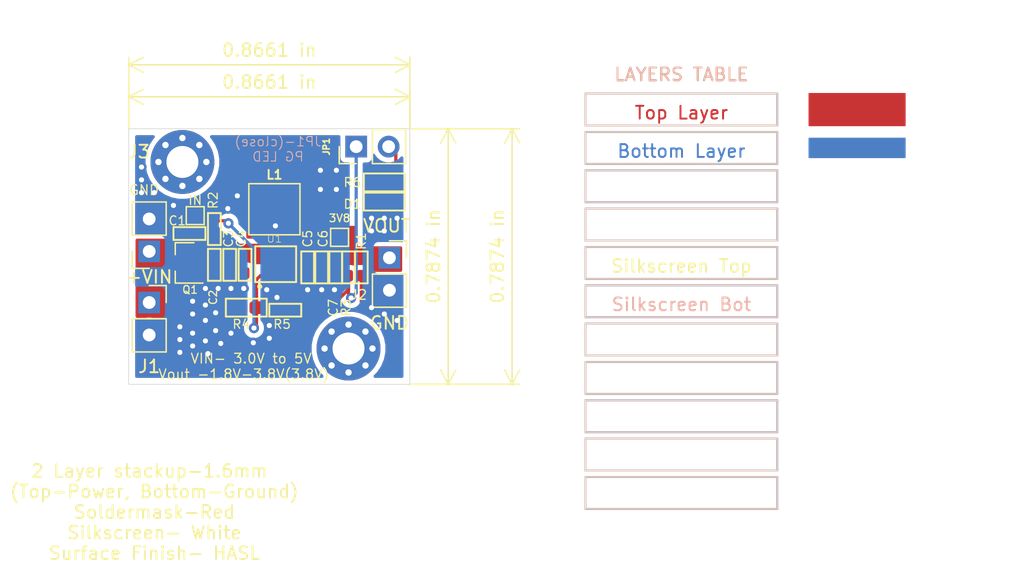
<source format=kicad_pcb>
(kicad_pcb (version 20171130) (host pcbnew "(5.1.6)-1")

  (general
    (thickness 1.6)
    (drawings 544)
    (tracks 116)
    (zones 0)
    (modules 25)
    (nets 12)
  )

  (page A4)
  (title_block
    (date 2020-07-24)
  )

  (layers
    (0 F.Cu signal)
    (31 B.Cu signal)
    (32 B.Adhes user hide)
    (33 F.Adhes user hide)
    (34 B.Paste user)
    (35 F.Paste user)
    (36 B.SilkS user)
    (37 F.SilkS user)
    (38 B.Mask user)
    (39 F.Mask user)
    (40 Dwgs.User user)
    (41 Cmts.User user hide)
    (42 Eco1.User user hide)
    (43 Eco2.User user hide)
    (44 Edge.Cuts user)
    (45 Margin user hide)
    (46 B.CrtYd user hide)
    (47 F.CrtYd user hide)
    (48 B.Fab user)
    (49 F.Fab user)
  )

  (setup
    (last_trace_width 0.25)
    (user_trace_width 0.254)
    (user_trace_width 0.381)
    (user_trace_width 0.508)
    (trace_clearance 0.2)
    (zone_clearance 0.381)
    (zone_45_only no)
    (trace_min 0.2)
    (via_size 0.8)
    (via_drill 0.4)
    (via_min_size 0.4)
    (via_min_drill 0.3)
    (uvia_size 0.3)
    (uvia_drill 0.1)
    (uvias_allowed no)
    (uvia_min_size 0.2)
    (uvia_min_drill 0.1)
    (edge_width 0.05)
    (segment_width 0.2)
    (pcb_text_width 0.3)
    (pcb_text_size 1.5 1.5)
    (mod_edge_width 0.12)
    (mod_text_size 1 1)
    (mod_text_width 0.15)
    (pad_size 1.524 1.524)
    (pad_drill 0.762)
    (pad_to_mask_clearance 0.05)
    (aux_axis_origin 0 0)
    (visible_elements 7FFDFFFF)
    (pcbplotparams
      (layerselection 0x311fc_ffffffff)
      (usegerberextensions false)
      (usegerberattributes true)
      (usegerberadvancedattributes true)
      (creategerberjobfile true)
      (excludeedgelayer true)
      (linewidth 0.100000)
      (plotframeref false)
      (viasonmask false)
      (mode 1)
      (useauxorigin false)
      (hpglpennumber 1)
      (hpglpenspeed 20)
      (hpglpendiameter 15.000000)
      (psnegative false)
      (psa4output false)
      (plotreference true)
      (plotvalue true)
      (plotinvisibletext false)
      (padsonsilk false)
      (subtractmaskfromsilk false)
      (outputformat 4)
      (mirror false)
      (drillshape 0)
      (scaleselection 1)
      (outputdirectory "../../Gerber-PDF/"))
  )

  (net 0 "")
  (net 1 +VIN)
  (net 2 GND)
  (net 3 +VOUT)
  (net 4 "Net-(D1-Pad2)")
  (net 5 "/Power /+VBAT")
  (net 6 "Net-(JP1-Pad2)")
  (net 7 "/Power /PG")
  (net 8 "Net-(L1-Pad1)")
  (net 9 "Net-(L1-Pad2)")
  (net 10 "Net-(R2-Pad1)")
  (net 11 "Net-(R3-Pad1)")

  (net_class Default "This is the default net class."
    (clearance 0.2)
    (trace_width 0.25)
    (via_dia 0.8)
    (via_drill 0.4)
    (uvia_dia 0.3)
    (uvia_drill 0.1)
    (add_net +VIN)
    (add_net +VOUT)
    (add_net "/Power /+VBAT")
    (add_net "/Power /PG")
    (add_net GND)
    (add_net "Net-(D1-Pad2)")
    (add_net "Net-(JP1-Pad2)")
    (add_net "Net-(L1-Pad1)")
    (add_net "Net-(L1-Pad2)")
    (add_net "Net-(R2-Pad1)")
    (add_net "Net-(R3-Pad1)")
  )

  (module "KiCAD Demo- Buck-Boost Regulator:R0402" (layer F.Cu) (tedit 5F1ADB74) (tstamp 5F1A9B49)
    (at 111.6 84.2)
    (path /5F266078/5F2753BD)
    (fp_text reference R5 (at 0.4 1.1) (layer F.SilkS)
      (effects (font (size 0.7 0.7) (thickness 0.1)))
    )
    (fp_text value 91K (at 0.7 0) (layer F.Fab)
      (effects (font (size 0.65 0.65) (thickness 0.1)))
    )
    (fp_line (start -0.7 0.6) (end -0.7 -0.6) (layer F.CrtYd) (width 0.12))
    (fp_line (start 2 0.6) (end -0.7 0.6) (layer F.CrtYd) (width 0.12))
    (fp_line (start 2 -0.6) (end 2 0.6) (layer F.CrtYd) (width 0.12))
    (fp_line (start -0.7 -0.6) (end 2 -0.6) (layer F.CrtYd) (width 0.12))
    (fp_line (start -0.6 0.5) (end -0.6 -0.5) (layer F.Fab) (width 0.12))
    (fp_line (start 1.9 0.5) (end -0.6 0.5) (layer F.Fab) (width 0.12))
    (fp_line (start 1.9 -0.5) (end 1.9 0.5) (layer F.Fab) (width 0.12))
    (fp_line (start -0.6 -0.5) (end 1.9 -0.5) (layer F.Fab) (width 0.12))
    (fp_line (start -0.6 -0.5) (end 1.9 -0.5) (layer F.SilkS) (width 0.15))
    (fp_line (start 1.9 -0.5) (end 1.9 0.5) (layer F.SilkS) (width 0.15))
    (fp_line (start 1.9 0.5) (end -0.6 0.5) (layer F.SilkS) (width 0.15))
    (fp_line (start -0.6 0.5) (end -0.6 -0.5) (layer F.SilkS) (width 0.15))
    (fp_text user R0402 (at 0.6 1) (layer F.CrtYd) hide
      (effects (font (size 0.5 0.5) (thickness 0.05)))
    )
    (fp_text user %R (at 0.6 0) (layer F.Fab)
      (effects (font (size 0.7 0.7) (thickness 0.1)))
    )
    (pad 2 smd roundrect (at 1.3 0) (size 0.9 0.7) (layers F.Cu F.Paste F.Mask) (roundrect_rratio 0.25)
      (net 11 "Net-(R3-Pad1)"))
    (pad 1 smd roundrect (at 0 0) (size 0.9 0.7) (layers F.Cu F.Paste F.Mask) (roundrect_rratio 0.25)
      (net 2 GND))
    (model "E:/2020/KiCAD 5.1.6 Demo/3D Model/resistors-surface-mount-0402-0603-0805-1206-1210-2512-1.snapshot.1/Resistor 0402.step"
      (offset (xyz 0.15 0.25 0))
      (scale (xyz 1 1 1))
      (rotate (xyz -90 0 0))
    )
  )

  (module "KiCAD Demo- Buck-Boost Regulator:R0402" (layer F.Cu) (tedit 5F19A875) (tstamp 5F1A96C4)
    (at 117.2 80.2 270)
    (path /5F266078/5F2753AB)
    (fp_text reference R1 (at -1.4 -1 270) (layer F.SilkS)
      (effects (font (size 0.7 0.7) (thickness 0.1)))
    )
    (fp_text value 1M (at 0.7 0 270) (layer F.Fab)
      (effects (font (size 0.65 0.65) (thickness 0.1)))
    )
    (fp_line (start -0.7 0.6) (end -0.7 -0.6) (layer F.CrtYd) (width 0.12))
    (fp_line (start 2 0.6) (end -0.7 0.6) (layer F.CrtYd) (width 0.12))
    (fp_line (start 2 -0.6) (end 2 0.6) (layer F.CrtYd) (width 0.12))
    (fp_line (start -0.7 -0.6) (end 2 -0.6) (layer F.CrtYd) (width 0.12))
    (fp_line (start -0.6 0.5) (end -0.6 -0.5) (layer F.Fab) (width 0.12))
    (fp_line (start 1.9 0.5) (end -0.6 0.5) (layer F.Fab) (width 0.12))
    (fp_line (start 1.9 -0.5) (end 1.9 0.5) (layer F.Fab) (width 0.12))
    (fp_line (start -0.6 -0.5) (end 1.9 -0.5) (layer F.Fab) (width 0.12))
    (fp_line (start -0.6 -0.5) (end 1.9 -0.5) (layer F.SilkS) (width 0.15))
    (fp_line (start 1.9 -0.5) (end 1.9 0.5) (layer F.SilkS) (width 0.15))
    (fp_line (start 1.9 0.5) (end -0.6 0.5) (layer F.SilkS) (width 0.15))
    (fp_line (start -0.6 0.5) (end -0.6 -0.5) (layer F.SilkS) (width 0.15))
    (fp_text user %R (at 0.6 0 270) (layer F.Fab)
      (effects (font (size 0.7 0.7) (thickness 0.1)))
    )
    (fp_text user R0402 (at 0.6 1 270) (layer F.CrtYd) hide
      (effects (font (size 0.5 0.5) (thickness 0.05)))
    )
    (pad 2 smd roundrect (at 1.3 0 270) (size 0.9 0.7) (layers F.Cu F.Paste F.Mask) (roundrect_rratio 0.25)
      (net 7 "/Power /PG"))
    (pad 1 smd roundrect (at 0 0 270) (size 0.9 0.7) (layers F.Cu F.Paste F.Mask) (roundrect_rratio 0.25)
      (net 3 +VOUT))
    (model "E:/2020/KiCAD 5.1.6 Demo/3D Model/resistors-surface-mount-0402-0603-0805-1206-1210-2512-1.snapshot.1/Resistor 0402.step"
      (offset (xyz 0.15 0.25 0))
      (scale (xyz 1 1 1))
      (rotate (xyz -90 0 0))
    )
  )

  (module "KiCAD Demo- Buck-Boost Regulator:C0402" (layer F.Cu) (tedit 5F199A10) (tstamp 5F1A95AC)
    (at 105.4 78.2 180)
    (path /5F266078/5F275477)
    (fp_text reference C1 (at 1.6 1) (layer F.SilkS)
      (effects (font (size 0.7 0.7) (thickness 0.1)))
    )
    (fp_text value 0u1F (at 0.7 0) (layer F.Fab)
      (effects (font (size 0.65 0.65) (thickness 0.1)))
    )
    (fp_line (start -0.6 0.5) (end -0.6 -0.5) (layer F.SilkS) (width 0.15))
    (fp_line (start 1.9 0.5) (end -0.6 0.5) (layer F.SilkS) (width 0.15))
    (fp_line (start 1.9 -0.5) (end 1.9 0.5) (layer F.SilkS) (width 0.15))
    (fp_line (start -0.6 -0.5) (end 1.9 -0.5) (layer F.SilkS) (width 0.15))
    (fp_line (start -0.6 -0.5) (end 1.9 -0.5) (layer F.Fab) (width 0.12))
    (fp_line (start 1.9 -0.5) (end 1.9 0.5) (layer F.Fab) (width 0.12))
    (fp_line (start 1.9 0.5) (end -0.6 0.5) (layer F.Fab) (width 0.12))
    (fp_line (start -0.6 0.5) (end -0.6 -0.5) (layer F.Fab) (width 0.12))
    (fp_line (start -0.7 -0.6) (end 2 -0.6) (layer F.CrtYd) (width 0.12))
    (fp_line (start 2 -0.6) (end 2 0.6) (layer F.CrtYd) (width 0.12))
    (fp_line (start 2 0.6) (end -0.7 0.6) (layer F.CrtYd) (width 0.12))
    (fp_line (start -0.7 0.6) (end -0.7 -0.6) (layer F.CrtYd) (width 0.12))
    (fp_text user C0402 (at 0.6 1) (layer F.CrtYd) hide
      (effects (font (size 0.5 0.5) (thickness 0.05)))
    )
    (fp_text user %R (at 0.8 0 180) (layer F.Fab)
      (effects (font (size 0.762 0.762) (thickness 0.0762)))
    )
    (pad 1 smd roundrect (at 0 0 180) (size 0.9 0.7) (layers F.Cu F.Paste F.Mask) (roundrect_rratio 0.25)
      (net 1 +VIN))
    (pad 2 smd roundrect (at 1.3 0 180) (size 0.9 0.7) (layers F.Cu F.Paste F.Mask) (roundrect_rratio 0.25)
      (net 2 GND))
    (model "E:/2020/KiCAD 5.1.6 Demo/3D Model/mlcc-surface-mount-capacitors-1.snapshot.6/C0402_045.step"
      (offset (xyz 0.65 0 0))
      (scale (xyz 1 1 1))
      (rotate (xyz 0 0 0))
    )
  )

  (module "KiCAD Demo- Buck-Boost Regulator:C0402" (layer F.Cu) (tedit 5F199A10) (tstamp 5F1A95BF)
    (at 106.7 80 270)
    (path /5F266078/5F275377)
    (fp_text reference C2 (at 3.2 0.1 270) (layer F.SilkS)
      (effects (font (size 0.6 0.6) (thickness 0.1)))
    )
    (fp_text value 22uF (at 0.7 0 90) (layer F.Fab)
      (effects (font (size 0.65 0.65) (thickness 0.1)))
    )
    (fp_line (start -0.6 0.5) (end -0.6 -0.5) (layer F.SilkS) (width 0.15))
    (fp_line (start 1.9 0.5) (end -0.6 0.5) (layer F.SilkS) (width 0.15))
    (fp_line (start 1.9 -0.5) (end 1.9 0.5) (layer F.SilkS) (width 0.15))
    (fp_line (start -0.6 -0.5) (end 1.9 -0.5) (layer F.SilkS) (width 0.15))
    (fp_line (start -0.6 -0.5) (end 1.9 -0.5) (layer F.Fab) (width 0.12))
    (fp_line (start 1.9 -0.5) (end 1.9 0.5) (layer F.Fab) (width 0.12))
    (fp_line (start 1.9 0.5) (end -0.6 0.5) (layer F.Fab) (width 0.12))
    (fp_line (start -0.6 0.5) (end -0.6 -0.5) (layer F.Fab) (width 0.12))
    (fp_line (start -0.7 -0.6) (end 2 -0.6) (layer F.CrtYd) (width 0.12))
    (fp_line (start 2 -0.6) (end 2 0.6) (layer F.CrtYd) (width 0.12))
    (fp_line (start 2 0.6) (end -0.7 0.6) (layer F.CrtYd) (width 0.12))
    (fp_line (start -0.7 0.6) (end -0.7 -0.6) (layer F.CrtYd) (width 0.12))
    (fp_text user C0402 (at 0.6 1 90) (layer F.CrtYd) hide
      (effects (font (size 0.5 0.5) (thickness 0.05)))
    )
    (fp_text user %R (at 0.6 -0.1 270) (layer F.Fab)
      (effects (font (size 0.762 0.762) (thickness 0.1016)))
    )
    (pad 1 smd roundrect (at 0 0 270) (size 0.9 0.7) (layers F.Cu F.Paste F.Mask) (roundrect_rratio 0.25)
      (net 1 +VIN))
    (pad 2 smd roundrect (at 1.3 0 270) (size 0.9 0.7) (layers F.Cu F.Paste F.Mask) (roundrect_rratio 0.25)
      (net 2 GND))
    (model "E:/2020/KiCAD 5.1.6 Demo/3D Model/mlcc-surface-mount-capacitors-1.snapshot.6/C0402_045.step"
      (offset (xyz 0.65 0 0))
      (scale (xyz 1 1 1))
      (rotate (xyz 0 0 0))
    )
  )

  (module "KiCAD Demo- Buck-Boost Regulator:C0402" (layer F.Cu) (tedit 5F199A10) (tstamp 5F1A95D2)
    (at 107.9 80 270)
    (path /5F266078/5F275353)
    (fp_text reference C3 (at -1.4 0.1 90) (layer F.SilkS)
      (effects (font (size 0.7 0.7) (thickness 0.1)))
    )
    (fp_text value 22uF (at 0.7 0 90) (layer F.Fab)
      (effects (font (size 0.65 0.65) (thickness 0.1)))
    )
    (fp_line (start -0.6 0.5) (end -0.6 -0.5) (layer F.SilkS) (width 0.15))
    (fp_line (start 1.9 0.5) (end -0.6 0.5) (layer F.SilkS) (width 0.15))
    (fp_line (start 1.9 -0.5) (end 1.9 0.5) (layer F.SilkS) (width 0.15))
    (fp_line (start -0.6 -0.5) (end 1.9 -0.5) (layer F.SilkS) (width 0.15))
    (fp_line (start -0.6 -0.5) (end 1.9 -0.5) (layer F.Fab) (width 0.12))
    (fp_line (start 1.9 -0.5) (end 1.9 0.5) (layer F.Fab) (width 0.12))
    (fp_line (start 1.9 0.5) (end -0.6 0.5) (layer F.Fab) (width 0.12))
    (fp_line (start -0.6 0.5) (end -0.6 -0.5) (layer F.Fab) (width 0.12))
    (fp_line (start -0.7 -0.6) (end 2 -0.6) (layer F.CrtYd) (width 0.12))
    (fp_line (start 2 -0.6) (end 2 0.6) (layer F.CrtYd) (width 0.12))
    (fp_line (start 2 0.6) (end -0.7 0.6) (layer F.CrtYd) (width 0.12))
    (fp_line (start -0.7 0.6) (end -0.7 -0.6) (layer F.CrtYd) (width 0.12))
    (fp_text user C0402 (at 0.6 1 90) (layer F.CrtYd) hide
      (effects (font (size 0.5 0.5) (thickness 0.05)))
    )
    (fp_text user %R (at 0.6 -0.1 270) (layer F.Fab)
      (effects (font (size 0.762 0.762) (thickness 0.1016)))
    )
    (pad 1 smd roundrect (at 0 0 270) (size 0.9 0.7) (layers F.Cu F.Paste F.Mask) (roundrect_rratio 0.25)
      (net 1 +VIN))
    (pad 2 smd roundrect (at 1.3 0 270) (size 0.9 0.7) (layers F.Cu F.Paste F.Mask) (roundrect_rratio 0.25)
      (net 2 GND))
    (model "E:/2020/KiCAD 5.1.6 Demo/3D Model/mlcc-surface-mount-capacitors-1.snapshot.6/C0402_045.step"
      (offset (xyz 0.65 0 0))
      (scale (xyz 1 1 1))
      (rotate (xyz 0 0 0))
    )
  )

  (module "KiCAD Demo- Buck-Boost Regulator:C0402" (layer F.Cu) (tedit 5F199A10) (tstamp 5F1A95E5)
    (at 109.1 80 270)
    (path /5F266078/5F27535D)
    (fp_text reference C4 (at -1.4 0.3 90) (layer F.SilkS)
      (effects (font (size 0.7 0.7) (thickness 0.1)))
    )
    (fp_text value 0u1F (at 0.7 0 90) (layer F.Fab)
      (effects (font (size 0.65 0.65) (thickness 0.1)))
    )
    (fp_line (start -0.7 0.6) (end -0.7 -0.6) (layer F.CrtYd) (width 0.12))
    (fp_line (start 2 0.6) (end -0.7 0.6) (layer F.CrtYd) (width 0.12))
    (fp_line (start 2 -0.6) (end 2 0.6) (layer F.CrtYd) (width 0.12))
    (fp_line (start -0.7 -0.6) (end 2 -0.6) (layer F.CrtYd) (width 0.12))
    (fp_line (start -0.6 0.5) (end -0.6 -0.5) (layer F.Fab) (width 0.12))
    (fp_line (start 1.9 0.5) (end -0.6 0.5) (layer F.Fab) (width 0.12))
    (fp_line (start 1.9 -0.5) (end 1.9 0.5) (layer F.Fab) (width 0.12))
    (fp_line (start -0.6 -0.5) (end 1.9 -0.5) (layer F.Fab) (width 0.12))
    (fp_line (start -0.6 -0.5) (end 1.9 -0.5) (layer F.SilkS) (width 0.15))
    (fp_line (start 1.9 -0.5) (end 1.9 0.5) (layer F.SilkS) (width 0.15))
    (fp_line (start 1.9 0.5) (end -0.6 0.5) (layer F.SilkS) (width 0.15))
    (fp_line (start -0.6 0.5) (end -0.6 -0.5) (layer F.SilkS) (width 0.15))
    (fp_text user C0402 (at 0.6 1 90) (layer F.CrtYd) hide
      (effects (font (size 0.5 0.5) (thickness 0.05)))
    )
    (fp_text user %R (at 0.6 -0.1 270) (layer F.Fab)
      (effects (font (size 0.762 0.762) (thickness 0.1016)))
    )
    (pad 2 smd roundrect (at 1.3 0 270) (size 0.9 0.7) (layers F.Cu F.Paste F.Mask) (roundrect_rratio 0.25)
      (net 2 GND))
    (pad 1 smd roundrect (at 0 0 270) (size 0.9 0.7) (layers F.Cu F.Paste F.Mask) (roundrect_rratio 0.25)
      (net 1 +VIN))
    (model "E:/2020/KiCAD 5.1.6 Demo/3D Model/mlcc-surface-mount-capacitors-1.snapshot.6/C0402_045.step"
      (offset (xyz 0.65 0 0))
      (scale (xyz 1 1 1))
      (rotate (xyz 0 0 0))
    )
  )

  (module "KiCAD Demo- Buck-Boost Regulator:C0402" (layer F.Cu) (tedit 5F199A10) (tstamp 5F1A95F8)
    (at 114 80.2 270)
    (path /5F266078/5F27540D)
    (fp_text reference C5 (at -1.6 0 90) (layer F.SilkS)
      (effects (font (size 0.7 0.7) (thickness 0.1)))
    )
    (fp_text value 22uF (at 0.7 0 90) (layer F.Fab)
      (effects (font (size 0.65 0.65) (thickness 0.1)))
    )
    (fp_line (start -0.7 0.6) (end -0.7 -0.6) (layer F.CrtYd) (width 0.12))
    (fp_line (start 2 0.6) (end -0.7 0.6) (layer F.CrtYd) (width 0.12))
    (fp_line (start 2 -0.6) (end 2 0.6) (layer F.CrtYd) (width 0.12))
    (fp_line (start -0.7 -0.6) (end 2 -0.6) (layer F.CrtYd) (width 0.12))
    (fp_line (start -0.6 0.5) (end -0.6 -0.5) (layer F.Fab) (width 0.12))
    (fp_line (start 1.9 0.5) (end -0.6 0.5) (layer F.Fab) (width 0.12))
    (fp_line (start 1.9 -0.5) (end 1.9 0.5) (layer F.Fab) (width 0.12))
    (fp_line (start -0.6 -0.5) (end 1.9 -0.5) (layer F.Fab) (width 0.12))
    (fp_line (start -0.6 -0.5) (end 1.9 -0.5) (layer F.SilkS) (width 0.15))
    (fp_line (start 1.9 -0.5) (end 1.9 0.5) (layer F.SilkS) (width 0.15))
    (fp_line (start 1.9 0.5) (end -0.6 0.5) (layer F.SilkS) (width 0.15))
    (fp_line (start -0.6 0.5) (end -0.6 -0.5) (layer F.SilkS) (width 0.15))
    (fp_text user C0402 (at 0.6 1 90) (layer F.CrtYd) hide
      (effects (font (size 0.5 0.5) (thickness 0.05)))
    )
    (fp_text user %R (at 0.6 0 270) (layer F.Fab)
      (effects (font (size 0.762 0.762) (thickness 0.1016)))
    )
    (pad 2 smd roundrect (at 1.3 0 270) (size 0.9 0.7) (layers F.Cu F.Paste F.Mask) (roundrect_rratio 0.25)
      (net 2 GND))
    (pad 1 smd roundrect (at 0 0 270) (size 0.9 0.7) (layers F.Cu F.Paste F.Mask) (roundrect_rratio 0.25)
      (net 3 +VOUT))
    (model "E:/2020/KiCAD 5.1.6 Demo/3D Model/mlcc-surface-mount-capacitors-1.snapshot.6/C0402_045.step"
      (offset (xyz 0.65 0 0))
      (scale (xyz 1 1 1))
      (rotate (xyz 0 0 0))
    )
  )

  (module "KiCAD Demo- Buck-Boost Regulator:C0402" (layer F.Cu) (tedit 5F199A10) (tstamp 5F1AAC39)
    (at 115.1 80.2 270)
    (path /5F266078/5F2753F9)
    (fp_text reference C6 (at -1.6 -0.1 90) (layer F.SilkS)
      (effects (font (size 0.7 0.7) (thickness 0.1)))
    )
    (fp_text value 22uF (at 0.7 0 90) (layer F.Fab)
      (effects (font (size 0.65 0.65) (thickness 0.1)))
    )
    (fp_line (start -0.7 0.6) (end -0.7 -0.6) (layer F.CrtYd) (width 0.12))
    (fp_line (start 2 0.6) (end -0.7 0.6) (layer F.CrtYd) (width 0.12))
    (fp_line (start 2 -0.6) (end 2 0.6) (layer F.CrtYd) (width 0.12))
    (fp_line (start -0.7 -0.6) (end 2 -0.6) (layer F.CrtYd) (width 0.12))
    (fp_line (start -0.6 0.5) (end -0.6 -0.5) (layer F.Fab) (width 0.12))
    (fp_line (start 1.9 0.5) (end -0.6 0.5) (layer F.Fab) (width 0.12))
    (fp_line (start 1.9 -0.5) (end 1.9 0.5) (layer F.Fab) (width 0.12))
    (fp_line (start -0.6 -0.5) (end 1.9 -0.5) (layer F.Fab) (width 0.12))
    (fp_line (start -0.6 -0.5) (end 1.9 -0.5) (layer F.SilkS) (width 0.15))
    (fp_line (start 1.9 -0.5) (end 1.9 0.5) (layer F.SilkS) (width 0.15))
    (fp_line (start 1.9 0.5) (end -0.6 0.5) (layer F.SilkS) (width 0.15))
    (fp_line (start -0.6 0.5) (end -0.6 -0.5) (layer F.SilkS) (width 0.15))
    (fp_text user C0402 (at 0.6 1 90) (layer F.CrtYd) hide
      (effects (font (size 0.5 0.5) (thickness 0.05)))
    )
    (fp_text user %R (at 0.6 0 270) (layer F.Fab)
      (effects (font (size 0.762 0.762) (thickness 0.1016)))
    )
    (pad 2 smd roundrect (at 1.3 0 270) (size 0.9 0.7) (layers F.Cu F.Paste F.Mask) (roundrect_rratio 0.25)
      (net 2 GND))
    (pad 1 smd roundrect (at 0 0 270) (size 0.9 0.7) (layers F.Cu F.Paste F.Mask) (roundrect_rratio 0.25)
      (net 3 +VOUT))
    (model "E:/2020/KiCAD 5.1.6 Demo/3D Model/mlcc-surface-mount-capacitors-1.snapshot.6/C0402_045.step"
      (offset (xyz 0.65 0 0))
      (scale (xyz 1 1 1))
      (rotate (xyz 0 0 0))
    )
  )

  (module "KiCAD Demo- Buck-Boost Regulator:C0402" (layer F.Cu) (tedit 5F199A10) (tstamp 5F1A961E)
    (at 116.2 80.2 270)
    (path /5F266078/5F275403)
    (fp_text reference C7 (at 3.8 0.2 90) (layer F.SilkS)
      (effects (font (size 0.7 0.7) (thickness 0.1)))
    )
    (fp_text value 0u1F (at 0.7 0 90) (layer F.Fab)
      (effects (font (size 0.65 0.65) (thickness 0.1)))
    )
    (fp_line (start -0.6 0.5) (end -0.6 -0.5) (layer F.SilkS) (width 0.15))
    (fp_line (start 1.9 0.5) (end -0.6 0.5) (layer F.SilkS) (width 0.15))
    (fp_line (start 1.9 -0.5) (end 1.9 0.5) (layer F.SilkS) (width 0.15))
    (fp_line (start -0.6 -0.5) (end 1.9 -0.5) (layer F.SilkS) (width 0.15))
    (fp_line (start -0.6 -0.5) (end 1.9 -0.5) (layer F.Fab) (width 0.12))
    (fp_line (start 1.9 -0.5) (end 1.9 0.5) (layer F.Fab) (width 0.12))
    (fp_line (start 1.9 0.5) (end -0.6 0.5) (layer F.Fab) (width 0.12))
    (fp_line (start -0.6 0.5) (end -0.6 -0.5) (layer F.Fab) (width 0.12))
    (fp_line (start -0.7 -0.6) (end 2 -0.6) (layer F.CrtYd) (width 0.12))
    (fp_line (start 2 -0.6) (end 2 0.6) (layer F.CrtYd) (width 0.12))
    (fp_line (start 2 0.6) (end -0.7 0.6) (layer F.CrtYd) (width 0.12))
    (fp_line (start -0.7 0.6) (end -0.7 -0.6) (layer F.CrtYd) (width 0.12))
    (fp_text user C0402 (at 0.6 1 90) (layer F.CrtYd) hide
      (effects (font (size 0.5 0.5) (thickness 0.05)))
    )
    (fp_text user %R (at 0.6 0 270) (layer F.Fab)
      (effects (font (size 0.762 0.762) (thickness 0.0762)))
    )
    (pad 1 smd roundrect (at 0 0 270) (size 0.9 0.7) (layers F.Cu F.Paste F.Mask) (roundrect_rratio 0.25)
      (net 3 +VOUT))
    (pad 2 smd roundrect (at 1.3 0 270) (size 0.9 0.7) (layers F.Cu F.Paste F.Mask) (roundrect_rratio 0.25)
      (net 2 GND))
    (model "E:/2020/KiCAD 5.1.6 Demo/3D Model/mlcc-surface-mount-capacitors-1.snapshot.6/C0402_045.step"
      (offset (xyz 0.65 0 0))
      (scale (xyz 1 1 1))
      (rotate (xyz 0 0 0))
    )
  )

  (module "KiCAD Demo- Buck-Boost Regulator:D0603" (layer F.Cu) (tedit 5F19A492) (tstamp 5F1A9631)
    (at 120.9 75.7 180)
    (path /5F266078/5F27536D)
    (fp_text reference D1 (at 3.4 -0.2) (layer F.SilkS)
      (effects (font (size 0.7 0.7) (thickness 0.1)))
    )
    (fp_text value RLED (at 1.2 1.5) (layer F.CrtYd)
      (effects (font (size 1 1) (thickness 0.15)))
    )
    (fp_line (start -0.8 0.8) (end -0.8 -0.8) (layer F.CrtYd) (width 0.12))
    (fp_line (start 2.6 0.8) (end -0.8 0.8) (layer F.CrtYd) (width 0.12))
    (fp_line (start 2.6 -0.8) (end 2.6 0.8) (layer F.CrtYd) (width 0.12))
    (fp_line (start -0.8 -0.8) (end 2.6 -0.8) (layer F.CrtYd) (width 0.12))
    (fp_line (start -0.7 0.7) (end -0.7 -0.7) (layer F.Fab) (width 0.12))
    (fp_line (start 2.5 0.7) (end -0.7 0.7) (layer F.Fab) (width 0.12))
    (fp_line (start 2.5 -0.7) (end 2.5 0.7) (layer F.Fab) (width 0.12))
    (fp_line (start -0.7 -0.7) (end 2.5 -0.7) (layer F.Fab) (width 0.12))
    (fp_line (start -0.7 0.7) (end -0.7 -0.7) (layer F.SilkS) (width 0.15))
    (fp_line (start 2.5 0.7) (end -0.7 0.7) (layer F.SilkS) (width 0.15))
    (fp_line (start 2.5 -0.7) (end 2.5 0.7) (layer F.SilkS) (width 0.15))
    (fp_line (start -0.7 -0.7) (end 2.5 -0.7) (layer F.SilkS) (width 0.15))
    (fp_text user %R (at 1 0) (layer F.Fab)
      (effects (font (size 0.7 0.7) (thickness 0.15)))
    )
    (pad 1 smd roundrect (at 0 0 180) (size 1.1 1) (layers F.Cu F.Paste F.Mask) (roundrect_rratio 0.25)
      (net 2 GND))
    (pad 2 smd roundrect (at 1.7 0 180) (size 1.1 1) (layers F.Cu F.Paste F.Mask) (roundrect_rratio 0.25)
      (net 4 "Net-(D1-Pad2)"))
    (model "E:/2020/KiCAD 5.1.6 Demo/3D Model/led-s-smd-single-bi-and-tri-color-1.snapshot.2/Animation/LED single bi and tri-color.gif"
      (at (xyz 0 0 0))
      (scale (xyz 1 1 1))
      (rotate (xyz 0 0 0))
    )
    (model "E:/2020/KiCAD 5.1.6 Demo/3D Model/led-s-smd-single-bi-and-tri-color-1.snapshot.2/StepFiles/LED 0603 single color.stp"
      (offset (xyz 0.75 -0.05 0))
      (scale (xyz 1 1 1))
      (rotate (xyz 0 0 90))
    )
  )

  (module Github:PinSocket_1x02_P2.54mm_Vertical (layer F.Cu) (tedit 5A19A420) (tstamp 5F1A9D67)
    (at 101.6 83.6)
    (descr "Through hole straight socket strip, 1x02, 2.54mm pitch, single row (from Kicad 4.0.7), script generated")
    (tags "Through hole socket strip THT 1x02 2.54mm single row")
    (path /5F266078/5F27543B)
    (fp_text reference J1 (at 0 5) (layer F.SilkS)
      (effects (font (size 1 1) (thickness 0.15)))
    )
    (fp_text value "Battery I/P" (at 3 5) (layer F.Fab)
      (effects (font (size 1 1) (thickness 0.15)))
    )
    (fp_line (start -1.8 4.3) (end -1.8 -1.8) (layer F.CrtYd) (width 0.05))
    (fp_line (start 1.75 4.3) (end -1.8 4.3) (layer F.CrtYd) (width 0.05))
    (fp_line (start 1.75 -1.8) (end 1.75 4.3) (layer F.CrtYd) (width 0.05))
    (fp_line (start -1.8 -1.8) (end 1.75 -1.8) (layer F.CrtYd) (width 0.05))
    (fp_line (start 0 -1.33) (end 1.33 -1.33) (layer F.SilkS) (width 0.12))
    (fp_line (start 1.33 -1.33) (end 1.33 0) (layer F.SilkS) (width 0.12))
    (fp_line (start 1.33 1.27) (end 1.33 3.87) (layer F.SilkS) (width 0.12))
    (fp_line (start -1.33 3.87) (end 1.33 3.87) (layer F.SilkS) (width 0.12))
    (fp_line (start -1.33 1.27) (end -1.33 3.87) (layer F.SilkS) (width 0.12))
    (fp_line (start -1.33 1.27) (end 1.33 1.27) (layer F.SilkS) (width 0.12))
    (fp_line (start -1.27 3.81) (end -1.27 -1.27) (layer F.Fab) (width 0.1))
    (fp_line (start 1.27 3.81) (end -1.27 3.81) (layer F.Fab) (width 0.1))
    (fp_line (start 1.27 -0.635) (end 1.27 3.81) (layer F.Fab) (width 0.1))
    (fp_line (start 0.635 -1.27) (end 1.27 -0.635) (layer F.Fab) (width 0.1))
    (fp_line (start -1.27 -1.27) (end 0.635 -1.27) (layer F.Fab) (width 0.1))
    (fp_text user %R (at 0 1.27 90) (layer F.Fab)
      (effects (font (size 1 1) (thickness 0.15)))
    )
    (pad 2 thru_hole oval (at 0 2.54) (size 1.7 1.7) (drill 1) (layers *.Cu *.Mask)
      (net 2 GND))
    (pad 1 thru_hole rect (at 0 0) (size 1.7 1.7) (drill 1) (layers *.Cu *.Mask)
      (net 5 "/Power /+VBAT"))
    (model ${KISYS3DMOD}/Connector_PinSocket_2.54mm.3dshapes/PinSocket_1x02_P2.54mm_Vertical.wrl
      (at (xyz 0 0 0))
      (scale (xyz 1 1 1))
      (rotate (xyz 0 0 0))
    )
  )

  (module Github:PinSocket_1x02_P2.54mm_Vertical (layer F.Cu) (tedit 5A19A420) (tstamp 5F1BE2CB)
    (at 120.4 80.1)
    (descr "Through hole straight socket strip, 1x02, 2.54mm pitch, single row (from Kicad 4.0.7), script generated")
    (tags "Through hole socket strip THT 1x02 2.54mm single row")
    (path /5F266078/5F275447)
    (fp_text reference J2 (at -2.4 2.9) (layer F.SilkS)
      (effects (font (size 0.762 0.762) (thickness 0.1016)))
    )
    (fp_text value OUT (at 0 4.7) (layer F.Fab)
      (effects (font (size 1 1) (thickness 0.15)))
    )
    (fp_line (start -1.8 4.3) (end -1.8 -1.8) (layer F.CrtYd) (width 0.05))
    (fp_line (start 1.75 4.3) (end -1.8 4.3) (layer F.CrtYd) (width 0.05))
    (fp_line (start 1.75 -1.8) (end 1.75 4.3) (layer F.CrtYd) (width 0.05))
    (fp_line (start -1.8 -1.8) (end 1.75 -1.8) (layer F.CrtYd) (width 0.05))
    (fp_line (start 0 -1.33) (end 1.33 -1.33) (layer F.SilkS) (width 0.12))
    (fp_line (start 1.33 -1.33) (end 1.33 0) (layer F.SilkS) (width 0.12))
    (fp_line (start 1.33 1.27) (end 1.33 3.87) (layer F.SilkS) (width 0.12))
    (fp_line (start -1.33 3.87) (end 1.33 3.87) (layer F.SilkS) (width 0.12))
    (fp_line (start -1.33 1.27) (end -1.33 3.87) (layer F.SilkS) (width 0.12))
    (fp_line (start -1.33 1.27) (end 1.33 1.27) (layer F.SilkS) (width 0.12))
    (fp_line (start -1.27 3.81) (end -1.27 -1.27) (layer F.Fab) (width 0.1))
    (fp_line (start 1.27 3.81) (end -1.27 3.81) (layer F.Fab) (width 0.1))
    (fp_line (start 1.27 -0.635) (end 1.27 3.81) (layer F.Fab) (width 0.1))
    (fp_line (start 0.635 -1.27) (end 1.27 -0.635) (layer F.Fab) (width 0.1))
    (fp_line (start -1.27 -1.27) (end 0.635 -1.27) (layer F.Fab) (width 0.1))
    (fp_text user %R (at 0 1.27 90) (layer F.Fab)
      (effects (font (size 1 1) (thickness 0.15)))
    )
    (pad 2 thru_hole oval (at 0 2.54) (size 1.7 1.7) (drill 1) (layers *.Cu *.Mask)
      (net 2 GND))
    (pad 1 thru_hole rect (at 0 0) (size 1.7 1.7) (drill 1) (layers *.Cu *.Mask)
      (net 3 +VOUT))
    (model ${KISYS3DMOD}/Connector_PinSocket_2.54mm.3dshapes/PinSocket_1x02_P2.54mm_Vertical.wrl
      (at (xyz 0 0 0))
      (scale (xyz 1 1 1))
      (rotate (xyz 0 0 0))
    )
  )

  (module Github:PinSocket_1x02_P2.54mm_Vertical (layer F.Cu) (tedit 5A19A420) (tstamp 5F1A9673)
    (at 101.6 79.6 180)
    (descr "Through hole straight socket strip, 1x02, 2.54mm pitch, single row (from Kicad 4.0.7), script generated")
    (tags "Through hole socket strip THT 1x02 2.54mm single row")
    (path /5F266078/5F275441)
    (fp_text reference J3 (at 0.8 7.8) (layer F.SilkS)
      (effects (font (size 1 1) (thickness 0.15)))
    )
    (fp_text value "External I/P" (at -2.8 5.31) (layer F.Fab)
      (effects (font (size 1 1) (thickness 0.15)))
    )
    (fp_line (start -1.27 -1.27) (end 0.635 -1.27) (layer F.Fab) (width 0.1))
    (fp_line (start 0.635 -1.27) (end 1.27 -0.635) (layer F.Fab) (width 0.1))
    (fp_line (start 1.27 -0.635) (end 1.27 3.81) (layer F.Fab) (width 0.1))
    (fp_line (start 1.27 3.81) (end -1.27 3.81) (layer F.Fab) (width 0.1))
    (fp_line (start -1.27 3.81) (end -1.27 -1.27) (layer F.Fab) (width 0.1))
    (fp_line (start -1.33 1.27) (end 1.33 1.27) (layer F.SilkS) (width 0.12))
    (fp_line (start -1.33 1.27) (end -1.33 3.87) (layer F.SilkS) (width 0.12))
    (fp_line (start -1.33 3.87) (end 1.33 3.87) (layer F.SilkS) (width 0.12))
    (fp_line (start 1.33 1.27) (end 1.33 3.87) (layer F.SilkS) (width 0.12))
    (fp_line (start 1.33 -1.33) (end 1.33 0) (layer F.SilkS) (width 0.12))
    (fp_line (start 0 -1.33) (end 1.33 -1.33) (layer F.SilkS) (width 0.12))
    (fp_line (start -1.8 -1.8) (end 1.75 -1.8) (layer F.CrtYd) (width 0.05))
    (fp_line (start 1.75 -1.8) (end 1.75 4.3) (layer F.CrtYd) (width 0.05))
    (fp_line (start 1.75 4.3) (end -1.8 4.3) (layer F.CrtYd) (width 0.05))
    (fp_line (start -1.8 4.3) (end -1.8 -1.8) (layer F.CrtYd) (width 0.05))
    (fp_text user %R (at 0 1.27 90) (layer F.Fab)
      (effects (font (size 1 1) (thickness 0.15)))
    )
    (pad 1 thru_hole rect (at 0 0 180) (size 1.7 1.7) (drill 1) (layers *.Cu *.Mask)
      (net 5 "/Power /+VBAT"))
    (pad 2 thru_hole oval (at 0 2.54 180) (size 1.7 1.7) (drill 1) (layers *.Cu *.Mask)
      (net 2 GND))
    (model ${KISYS3DMOD}/Connector_PinSocket_2.54mm.3dshapes/PinSocket_1x02_P2.54mm_Vertical.wrl
      (at (xyz 0 0 0))
      (scale (xyz 1 1 1))
      (rotate (xyz 0 0 0))
    )
  )

  (module Github:PinHeader_1x02_P2.54mm_Vertical (layer F.Cu) (tedit 59FED5CC) (tstamp 5F1A9689)
    (at 117.8 71.4 90)
    (descr "Through hole straight pin header, 1x02, 2.54mm pitch, single row")
    (tags "Through hole pin header THT 1x02 2.54mm single row")
    (path /5F266078/5F2753B7)
    (fp_text reference JP1 (at 0 -2.33 90) (layer F.SilkS)
      (effects (font (size 0.5 0.5) (thickness 0.125)))
    )
    (fp_text value Jumper (at 0 4.87 90) (layer F.Fab)
      (effects (font (size 1 1) (thickness 0.15)))
    )
    (fp_line (start 1.8 -1.8) (end -1.8 -1.8) (layer F.CrtYd) (width 0.05))
    (fp_line (start 1.8 4.35) (end 1.8 -1.8) (layer F.CrtYd) (width 0.05))
    (fp_line (start -1.8 4.35) (end 1.8 4.35) (layer F.CrtYd) (width 0.05))
    (fp_line (start -1.8 -1.8) (end -1.8 4.35) (layer F.CrtYd) (width 0.05))
    (fp_line (start -1.33 -1.33) (end 0 -1.33) (layer F.SilkS) (width 0.12))
    (fp_line (start -1.33 0) (end -1.33 -1.33) (layer F.SilkS) (width 0.12))
    (fp_line (start -1.33 1.27) (end 1.33 1.27) (layer F.SilkS) (width 0.12))
    (fp_line (start 1.33 1.27) (end 1.33 3.87) (layer F.SilkS) (width 0.12))
    (fp_line (start -1.33 1.27) (end -1.33 3.87) (layer F.SilkS) (width 0.12))
    (fp_line (start -1.33 3.87) (end 1.33 3.87) (layer F.SilkS) (width 0.12))
    (fp_line (start -1.27 -0.635) (end -0.635 -1.27) (layer F.Fab) (width 0.1))
    (fp_line (start -1.27 3.81) (end -1.27 -0.635) (layer F.Fab) (width 0.1))
    (fp_line (start 1.27 3.81) (end -1.27 3.81) (layer F.Fab) (width 0.1))
    (fp_line (start 1.27 -1.27) (end 1.27 3.81) (layer F.Fab) (width 0.1))
    (fp_line (start -0.635 -1.27) (end 1.27 -1.27) (layer F.Fab) (width 0.1))
    (fp_text user %R (at 0 1.27) (layer F.Fab)
      (effects (font (size 1 1) (thickness 0.15)))
    )
    (pad 2 thru_hole oval (at 0 2.54 90) (size 1.7 1.7) (drill 1) (layers *.Cu *.Mask)
      (net 6 "Net-(JP1-Pad2)"))
    (pad 1 thru_hole rect (at 0 0 90) (size 1.7 1.7) (drill 1) (layers *.Cu *.Mask)
      (net 7 "/Power /PG"))
    (model ${KISYS3DMOD}/Connector_PinHeader_2.54mm.3dshapes/PinHeader_1x02_P2.54mm_Vertical.wrl
      (at (xyz 0 0 0))
      (scale (xyz 1 1 1))
      (rotate (xyz 0 0 0))
    )
  )

  (module EC25E_LI:XFL401571MEB (layer F.Cu) (tedit 5F1A858A) (tstamp 5F1A969C)
    (at 110.2 76.3)
    (path /5F266078/5F27532A)
    (fp_text reference L1 (at 1.2 -2.7) (layer F.SilkS)
      (effects (font (size 0.7 0.7) (thickness 0.15)))
    )
    (fp_text value "1.5uH 11.2A" (at 1.4 2.8) (layer F.Fab) hide
      (effects (font (size 1 1) (thickness 0.15)))
    )
    (fp_line (start -0.9 2.1) (end -0.9 -2.1) (layer F.CrtYd) (width 0.12))
    (fp_line (start 3.3 2.1) (end -0.9 2.1) (layer F.CrtYd) (width 0.12))
    (fp_line (start 3.3 -2.1) (end 3.3 2.1) (layer F.CrtYd) (width 0.12))
    (fp_line (start -0.9 -2.1) (end 3.3 -2.1) (layer F.CrtYd) (width 0.12))
    (fp_line (start -0.8 2) (end -0.8 -2) (layer F.Fab) (width 0.12))
    (fp_line (start 3.2 2) (end -0.8 2) (layer F.Fab) (width 0.12))
    (fp_line (start 3.2 -2) (end 3.2 2) (layer F.Fab) (width 0.12))
    (fp_line (start -0.8 -2) (end 3.2 -2) (layer F.Fab) (width 0.12))
    (fp_line (start -0.8 2) (end -0.8 -2) (layer F.SilkS) (width 0.12))
    (fp_line (start 3.2 2) (end -0.8 2) (layer F.SilkS) (width 0.12))
    (fp_line (start 3.2 -2) (end 3.2 2) (layer F.SilkS) (width 0.12))
    (fp_line (start -0.8 -2) (end 3.2 -2) (layer F.SilkS) (width 0.12))
    (fp_text user %R (at 1.4 0.2) (layer F.Fab)
      (effects (font (size 1 1) (thickness 0.15)))
    )
    (pad 1 smd rect (at 0 0) (size 0.98 3.4) (layers F.Cu F.Paste F.Mask)
      (net 8 "Net-(L1-Pad1)"))
    (pad 2 smd rect (at 2.37 0) (size 0.98 3.4) (layers F.Cu F.Paste F.Mask)
      (net 9 "Net-(L1-Pad2)"))
    (model "E:/2020/KiCAD 5.1.6 Demo/3D Model/Coilcraft-XFL4015.step"
      (offset (xyz 1.143 0.0508 0))
      (scale (xyz 1 1 1))
      (rotate (xyz -90 0 0))
    )
    (model "${KIPRJMOD}/KiCAD Demo- Buck-Boost Regulator.step"
      (at (xyz 0 0 0))
      (scale (xyz 1 1 1))
      (rotate (xyz 0 0 0))
    )
  )

  (module Package_TO_SOT_SMD:SOT-23 (layer F.Cu) (tedit 5A02FF57) (tstamp 5F1A96B1)
    (at 104.4 80.5 180)
    (descr "SOT-23, Standard")
    (tags SOT-23)
    (path /5F266078/5F275460)
    (attr smd)
    (fp_text reference Q1 (at -0.4 -2.1) (layer F.SilkS)
      (effects (font (size 0.6 0.6) (thickness 0.1)))
    )
    (fp_text value Si2319CDS (at 0 2.5) (layer F.Fab)
      (effects (font (size 1 1) (thickness 0.15)))
    )
    (fp_line (start -0.7 -0.95) (end -0.7 1.5) (layer F.Fab) (width 0.1))
    (fp_line (start -0.15 -1.52) (end 0.7 -1.52) (layer F.Fab) (width 0.1))
    (fp_line (start -0.7 -0.95) (end -0.15 -1.52) (layer F.Fab) (width 0.1))
    (fp_line (start 0.7 -1.52) (end 0.7 1.52) (layer F.Fab) (width 0.1))
    (fp_line (start -0.7 1.52) (end 0.7 1.52) (layer F.Fab) (width 0.1))
    (fp_line (start 0.76 1.58) (end 0.76 0.65) (layer F.SilkS) (width 0.12))
    (fp_line (start 0.76 -1.58) (end 0.76 -0.65) (layer F.SilkS) (width 0.12))
    (fp_line (start -1.7 -1.75) (end 1.7 -1.75) (layer F.CrtYd) (width 0.05))
    (fp_line (start 1.7 -1.75) (end 1.7 1.75) (layer F.CrtYd) (width 0.05))
    (fp_line (start 1.7 1.75) (end -1.7 1.75) (layer F.CrtYd) (width 0.05))
    (fp_line (start -1.7 1.75) (end -1.7 -1.75) (layer F.CrtYd) (width 0.05))
    (fp_line (start 0.76 -1.58) (end -1.4 -1.58) (layer F.SilkS) (width 0.12))
    (fp_line (start 0.76 1.58) (end -0.7 1.58) (layer F.SilkS) (width 0.12))
    (fp_text user %R (at 0 0 90) (layer F.Fab)
      (effects (font (size 0.5 0.5) (thickness 0.075)))
    )
    (pad 1 smd rect (at -1 -0.95 180) (size 0.9 0.8) (layers F.Cu F.Paste F.Mask)
      (net 2 GND))
    (pad 2 smd rect (at -1 0.95 180) (size 0.9 0.8) (layers F.Cu F.Paste F.Mask)
      (net 1 +VIN))
    (pad 3 smd rect (at 1 0 180) (size 0.9 0.8) (layers F.Cu F.Paste F.Mask)
      (net 5 "/Power /+VBAT"))
    (model ${KISYS3DMOD}/Package_TO_SOT_SMD.3dshapes/SOT-23.wrl
      (at (xyz 0 0 0))
      (scale (xyz 1 1 1))
      (rotate (xyz 0 0 0))
    )
  )

  (module "KiCAD Demo- Buck-Boost Regulator:R0402" (layer F.Cu) (tedit 5F19A875) (tstamp 5F1A96D7)
    (at 106.7 77.2 270)
    (path /5F266078/5F275349)
    (fp_text reference R2 (at -1.6 0.1 90) (layer F.SilkS)
      (effects (font (size 0.7 0.7) (thickness 0.1)))
    )
    (fp_text value 82K5 (at 0.7 0 90) (layer F.Fab)
      (effects (font (size 0.65 0.65) (thickness 0.1)))
    )
    (fp_line (start -0.6 0.5) (end -0.6 -0.5) (layer F.SilkS) (width 0.15))
    (fp_line (start 1.9 0.5) (end -0.6 0.5) (layer F.SilkS) (width 0.15))
    (fp_line (start 1.9 -0.5) (end 1.9 0.5) (layer F.SilkS) (width 0.15))
    (fp_line (start -0.6 -0.5) (end 1.9 -0.5) (layer F.SilkS) (width 0.15))
    (fp_line (start -0.6 -0.5) (end 1.9 -0.5) (layer F.Fab) (width 0.12))
    (fp_line (start 1.9 -0.5) (end 1.9 0.5) (layer F.Fab) (width 0.12))
    (fp_line (start 1.9 0.5) (end -0.6 0.5) (layer F.Fab) (width 0.12))
    (fp_line (start -0.6 0.5) (end -0.6 -0.5) (layer F.Fab) (width 0.12))
    (fp_line (start -0.7 -0.6) (end 2 -0.6) (layer F.CrtYd) (width 0.12))
    (fp_line (start 2 -0.6) (end 2 0.6) (layer F.CrtYd) (width 0.12))
    (fp_line (start 2 0.6) (end -0.7 0.6) (layer F.CrtYd) (width 0.12))
    (fp_line (start -0.7 0.6) (end -0.7 -0.6) (layer F.CrtYd) (width 0.12))
    (fp_text user R0402 (at 0.6 1 90) (layer F.CrtYd) hide
      (effects (font (size 0.5 0.5) (thickness 0.05)))
    )
    (fp_text user %R (at 0.8 0 270) (layer F.Fab)
      (effects (font (size 0.762 0.762) (thickness 0.1016)))
    )
    (pad 1 smd roundrect (at 0 0 270) (size 0.9 0.7) (layers F.Cu F.Paste F.Mask) (roundrect_rratio 0.25)
      (net 10 "Net-(R2-Pad1)"))
    (pad 2 smd roundrect (at 1.3 0 270) (size 0.9 0.7) (layers F.Cu F.Paste F.Mask) (roundrect_rratio 0.25)
      (net 1 +VIN))
    (model "E:/2020/KiCAD 5.1.6 Demo/3D Model/resistors-surface-mount-0402-0603-0805-1206-1210-2512-1.snapshot.1/Resistor 0402.step"
      (offset (xyz 0.15 0.25 0))
      (scale (xyz 1 1 1))
      (rotate (xyz -90 0 0))
    )
  )

  (module "KiCAD Demo- Buck-Boost Regulator:R0603" (layer F.Cu) (tedit 5F19A843) (tstamp 5F1A96EA)
    (at 108.3 84)
    (path /5F266078/5F27533F)
    (fp_text reference R4 (at 0.5 1.3) (layer F.SilkS)
      (effects (font (size 0.7 0.7) (thickness 0.1)))
    )
    (fp_text value 49K9 (at 1.2 1.5) (layer F.CrtYd)
      (effects (font (size 1 1) (thickness 0.15)))
    )
    (fp_line (start -0.7 -0.7) (end 2.5 -0.7) (layer F.SilkS) (width 0.15))
    (fp_line (start 2.5 -0.7) (end 2.5 0.7) (layer F.SilkS) (width 0.15))
    (fp_line (start 2.5 0.7) (end -0.7 0.7) (layer F.SilkS) (width 0.15))
    (fp_line (start -0.7 0.7) (end -0.7 -0.7) (layer F.SilkS) (width 0.15))
    (fp_line (start -0.7 -0.7) (end 2.5 -0.7) (layer F.Fab) (width 0.12))
    (fp_line (start 2.5 -0.7) (end 2.5 0.7) (layer F.Fab) (width 0.12))
    (fp_line (start 2.5 0.7) (end -0.7 0.7) (layer F.Fab) (width 0.12))
    (fp_line (start -0.7 0.7) (end -0.7 -0.7) (layer F.Fab) (width 0.12))
    (fp_line (start -0.8 -0.8) (end 2.6 -0.8) (layer F.CrtYd) (width 0.12))
    (fp_line (start 2.6 -0.8) (end 2.6 0.8) (layer F.CrtYd) (width 0.12))
    (fp_line (start 2.6 0.8) (end -0.8 0.8) (layer F.CrtYd) (width 0.12))
    (fp_line (start -0.8 0.8) (end -0.8 -0.8) (layer F.CrtYd) (width 0.12))
    (fp_text user %R (at 1 0) (layer F.Fab)
      (effects (font (size 0.7 0.7) (thickness 0.15)))
    )
    (pad 1 smd roundrect (at 0 0) (size 1.1 1) (layers F.Cu F.Paste F.Mask) (roundrect_rratio 0.25)
      (net 2 GND))
    (pad 2 smd roundrect (at 1.7 0) (size 1.1 1) (layers F.Cu F.Paste F.Mask) (roundrect_rratio 0.25)
      (net 10 "Net-(R2-Pad1)"))
    (model "E:/2020/KiCAD 5.1.6 Demo/3D Model/resistors-surface-mount-0402-0603-0805-1206-1210-2512-1.snapshot.1/Resistor 0603.step"
      (offset (xyz 0.05 1.15 0))
      (scale (xyz 1 1 1))
      (rotate (xyz -90 0 0))
    )
  )

  (module "KiCAD Demo- Buck-Boost Regulator:R0603" (layer F.Cu) (tedit 5F19A843) (tstamp 5F1A96FD)
    (at 120.9 74.2 180)
    (path /5F266078/5F275367)
    (fp_text reference R6 (at 3.4 0) (layer F.SilkS)
      (effects (font (size 0.7 0.7) (thickness 0.1)))
    )
    (fp_text value 180 (at 1.2 1.5) (layer F.CrtYd)
      (effects (font (size 1 1) (thickness 0.15)))
    )
    (fp_line (start -0.8 0.8) (end -0.8 -0.8) (layer F.CrtYd) (width 0.12))
    (fp_line (start 2.6 0.8) (end -0.8 0.8) (layer F.CrtYd) (width 0.12))
    (fp_line (start 2.6 -0.8) (end 2.6 0.8) (layer F.CrtYd) (width 0.12))
    (fp_line (start -0.8 -0.8) (end 2.6 -0.8) (layer F.CrtYd) (width 0.12))
    (fp_line (start -0.7 0.7) (end -0.7 -0.7) (layer F.Fab) (width 0.12))
    (fp_line (start 2.5 0.7) (end -0.7 0.7) (layer F.Fab) (width 0.12))
    (fp_line (start 2.5 -0.7) (end 2.5 0.7) (layer F.Fab) (width 0.12))
    (fp_line (start -0.7 -0.7) (end 2.5 -0.7) (layer F.Fab) (width 0.12))
    (fp_line (start -0.7 0.7) (end -0.7 -0.7) (layer F.SilkS) (width 0.15))
    (fp_line (start 2.5 0.7) (end -0.7 0.7) (layer F.SilkS) (width 0.15))
    (fp_line (start 2.5 -0.7) (end 2.5 0.7) (layer F.SilkS) (width 0.15))
    (fp_line (start -0.7 -0.7) (end 2.5 -0.7) (layer F.SilkS) (width 0.15))
    (fp_text user %R (at 1 0) (layer F.Fab)
      (effects (font (size 0.7 0.7) (thickness 0.15)))
    )
    (pad 2 smd roundrect (at 1.7 0 180) (size 1.1 1) (layers F.Cu F.Paste F.Mask) (roundrect_rratio 0.25)
      (net 4 "Net-(D1-Pad2)"))
    (pad 1 smd roundrect (at 0 0 180) (size 1.1 1) (layers F.Cu F.Paste F.Mask) (roundrect_rratio 0.25)
      (net 6 "Net-(JP1-Pad2)"))
    (model "E:/2020/KiCAD 5.1.6 Demo/3D Model/resistors-surface-mount-0402-0603-0805-1206-1210-2512-1.snapshot.1/Resistor 0603.step"
      (offset (xyz 0.05 1.15 0))
      (scale (xyz 1 1 1))
      (rotate (xyz -90 0 0))
    )
  )

  (module EC25E_LI:TPS63802 (layer F.Cu) (tedit 5F1A85B2) (tstamp 5F1A972F)
    (at 111.5 80.6 90)
    (path /5F266078/5F275335)
    (attr smd)
    (fp_text reference U1 (at -0.1 2.4 90) (layer F.CrtYd) hide
      (effects (font (size 1 1) (thickness 0.05)))
    )
    (fp_text value U1 (at 2 -0.1 180) (layer F.SilkS)
      (effects (font (size 0.6 0.6) (thickness 0.05)))
    )
    (fp_circle (center -1.75 -1.25) (end -1.65 -1.25) (layer F.SilkS) (width 0.2))
    (fp_circle (center -1.75 -1.25) (end -1.65 -1.25) (layer Eco2.User) (width 0.2))
    (fp_line (start -1 -1.5) (end 1 -1.5) (layer Eco2.User) (width 0.127))
    (fp_line (start -1 1.5) (end 1 1.5) (layer Eco2.User) (width 0.127))
    (fp_line (start -1 -1.5) (end -1 1.5) (layer Eco2.User) (width 0.127))
    (fp_line (start 1 -1.5) (end 1 1.5) (layer Eco2.User) (width 0.127))
    (fp_line (start -1.45 -1.75) (end 1.45 -1.75) (layer Eco1.User) (width 0.05))
    (fp_line (start -1.45 1.75) (end 1.45 1.75) (layer Eco1.User) (width 0.05))
    (fp_line (start -1.45 -1.75) (end -1.45 1.75) (layer Eco1.User) (width 0.05))
    (fp_line (start 1.45 -1.75) (end 1.45 1.75) (layer Eco1.User) (width 0.05))
    (fp_poly (pts (xy -0.53 -0.075) (xy -0.53 0.075) (xy -0.530164 0.08128) (xy -0.530657 0.087543)
      (xy -0.531477 0.093772) (xy -0.532622 0.099949) (xy -0.534089 0.106058) (xy -0.535873 0.112082)
      (xy -0.53797 0.118004) (xy -0.540375 0.123808) (xy -0.543079 0.129479) (xy -0.546077 0.135)
      (xy -0.54936 0.140357) (xy -0.552918 0.145534) (xy -0.556742 0.150518) (xy -0.560823 0.155296)
      (xy -0.565147 0.159853) (xy -0.569704 0.164177) (xy -0.574482 0.168258) (xy -0.579466 0.172082)
      (xy -0.584643 0.17564) (xy -0.59 0.178923) (xy -0.595521 0.181921) (xy -0.601192 0.184625)
      (xy -0.606996 0.18703) (xy -0.612918 0.189127) (xy -0.618942 0.190911) (xy -0.625051 0.192378)
      (xy -0.631228 0.193523) (xy -0.637457 0.194343) (xy -0.64372 0.194836) (xy -0.65 0.195)
      (xy -1.15 0.195) (xy -1.15628 0.194836) (xy -1.16254 0.194343) (xy -1.16877 0.193523)
      (xy -1.17495 0.192378) (xy -1.18106 0.190911) (xy -1.18708 0.189127) (xy -1.193 0.18703)
      (xy -1.19881 0.184625) (xy -1.20448 0.181921) (xy -1.21 0.178923) (xy -1.21536 0.17564)
      (xy -1.22053 0.172082) (xy -1.22552 0.168258) (xy -1.2303 0.164177) (xy -1.23485 0.159853)
      (xy -1.23918 0.155296) (xy -1.24326 0.150518) (xy -1.24708 0.145534) (xy -1.25064 0.140357)
      (xy -1.25392 0.135) (xy -1.25692 0.129479) (xy -1.25963 0.123808) (xy -1.26203 0.118004)
      (xy -1.26413 0.112082) (xy -1.26591 0.106058) (xy -1.26738 0.099949) (xy -1.26852 0.093772)
      (xy -1.26934 0.087543) (xy -1.26984 0.08128) (xy -1.27 0.075) (xy -1.27 -0.075)
      (xy -1.26984 -0.08128) (xy -1.26934 -0.087543) (xy -1.26852 -0.093772) (xy -1.26738 -0.099949)
      (xy -1.26591 -0.106058) (xy -1.26413 -0.112082) (xy -1.26203 -0.118004) (xy -1.25963 -0.123808)
      (xy -1.25692 -0.129479) (xy -1.25392 -0.135) (xy -1.25064 -0.140357) (xy -1.24708 -0.145534)
      (xy -1.24326 -0.150518) (xy -1.23918 -0.155296) (xy -1.23485 -0.159853) (xy -1.2303 -0.164177)
      (xy -1.22552 -0.168258) (xy -1.22053 -0.172082) (xy -1.21536 -0.17564) (xy -1.21 -0.178923)
      (xy -1.20448 -0.181921) (xy -1.19881 -0.184625) (xy -1.193 -0.18703) (xy -1.18708 -0.189127)
      (xy -1.18106 -0.190911) (xy -1.17495 -0.192378) (xy -1.16877 -0.193523) (xy -1.16254 -0.194343)
      (xy -1.15628 -0.194836) (xy -1.15 -0.195) (xy -0.65 -0.195) (xy -0.64372 -0.194836)
      (xy -0.637457 -0.194343) (xy -0.631228 -0.193523) (xy -0.625051 -0.192378) (xy -0.618942 -0.190911)
      (xy -0.612918 -0.189127) (xy -0.606996 -0.18703) (xy -0.601192 -0.184625) (xy -0.595521 -0.181921)
      (xy -0.59 -0.178923) (xy -0.584643 -0.17564) (xy -0.579466 -0.172082) (xy -0.574482 -0.168258)
      (xy -0.569704 -0.164177) (xy -0.565147 -0.159853) (xy -0.560823 -0.155296) (xy -0.556742 -0.150518)
      (xy -0.552918 -0.145534) (xy -0.54936 -0.140357) (xy -0.546077 -0.135) (xy -0.543079 -0.129479)
      (xy -0.540375 -0.123808) (xy -0.53797 -0.118004) (xy -0.535873 -0.112082) (xy -0.534089 -0.106058)
      (xy -0.532622 -0.099949) (xy -0.531477 -0.093772) (xy -0.530657 -0.087543) (xy -0.530164 -0.08128)) (layer F.Mask) (width 0.01))
    (fp_poly (pts (xy -0.53 -0.575) (xy -0.53 -0.425) (xy -0.530164 -0.41872) (xy -0.530657 -0.412457)
      (xy -0.531477 -0.406228) (xy -0.532622 -0.400051) (xy -0.534089 -0.393942) (xy -0.535873 -0.387918)
      (xy -0.53797 -0.381996) (xy -0.540375 -0.376192) (xy -0.543079 -0.370521) (xy -0.546077 -0.365)
      (xy -0.54936 -0.359643) (xy -0.552918 -0.354466) (xy -0.556742 -0.349482) (xy -0.560823 -0.344704)
      (xy -0.565147 -0.340147) (xy -0.569704 -0.335823) (xy -0.574482 -0.331742) (xy -0.579466 -0.327918)
      (xy -0.584643 -0.32436) (xy -0.59 -0.321077) (xy -0.595521 -0.318079) (xy -0.601192 -0.315375)
      (xy -0.606996 -0.31297) (xy -0.612918 -0.310873) (xy -0.618942 -0.309089) (xy -0.625051 -0.307622)
      (xy -0.631228 -0.306477) (xy -0.637457 -0.305657) (xy -0.64372 -0.305164) (xy -0.65 -0.305)
      (xy -1.15 -0.305) (xy -1.15628 -0.305164) (xy -1.16254 -0.305657) (xy -1.16877 -0.306477)
      (xy -1.17495 -0.307622) (xy -1.18106 -0.309089) (xy -1.18708 -0.310873) (xy -1.193 -0.31297)
      (xy -1.19881 -0.315375) (xy -1.20448 -0.318079) (xy -1.21 -0.321077) (xy -1.21536 -0.32436)
      (xy -1.22053 -0.327918) (xy -1.22552 -0.331742) (xy -1.2303 -0.335823) (xy -1.23485 -0.340147)
      (xy -1.23918 -0.344704) (xy -1.24326 -0.349482) (xy -1.24708 -0.354466) (xy -1.25064 -0.359643)
      (xy -1.25392 -0.365) (xy -1.25692 -0.370521) (xy -1.25963 -0.376192) (xy -1.26203 -0.381996)
      (xy -1.26413 -0.387918) (xy -1.26591 -0.393942) (xy -1.26738 -0.400051) (xy -1.26852 -0.406228)
      (xy -1.26934 -0.412457) (xy -1.26984 -0.41872) (xy -1.27 -0.425) (xy -1.27 -0.575)
      (xy -1.26984 -0.58128) (xy -1.26934 -0.587543) (xy -1.26852 -0.593772) (xy -1.26738 -0.599949)
      (xy -1.26591 -0.606058) (xy -1.26413 -0.612082) (xy -1.26203 -0.618004) (xy -1.25963 -0.623808)
      (xy -1.25692 -0.629479) (xy -1.25392 -0.635) (xy -1.25064 -0.640357) (xy -1.24708 -0.645534)
      (xy -1.24326 -0.650518) (xy -1.23918 -0.655296) (xy -1.23485 -0.659853) (xy -1.2303 -0.664177)
      (xy -1.22552 -0.668258) (xy -1.22053 -0.672082) (xy -1.21536 -0.67564) (xy -1.21 -0.678923)
      (xy -1.20448 -0.681921) (xy -1.19881 -0.684625) (xy -1.193 -0.68703) (xy -1.18708 -0.689127)
      (xy -1.18106 -0.690911) (xy -1.17495 -0.692378) (xy -1.16877 -0.693523) (xy -1.16254 -0.694343)
      (xy -1.15628 -0.694836) (xy -1.15 -0.695) (xy -0.65 -0.695) (xy -0.64372 -0.694836)
      (xy -0.637457 -0.694343) (xy -0.631228 -0.693523) (xy -0.625051 -0.692378) (xy -0.618942 -0.690911)
      (xy -0.612918 -0.689127) (xy -0.606996 -0.68703) (xy -0.601192 -0.684625) (xy -0.595521 -0.681921)
      (xy -0.59 -0.678923) (xy -0.584643 -0.67564) (xy -0.579466 -0.672082) (xy -0.574482 -0.668258)
      (xy -0.569704 -0.664177) (xy -0.565147 -0.659853) (xy -0.560823 -0.655296) (xy -0.556742 -0.650518)
      (xy -0.552918 -0.645534) (xy -0.54936 -0.640357) (xy -0.546077 -0.635) (xy -0.543079 -0.629479)
      (xy -0.540375 -0.623808) (xy -0.53797 -0.618004) (xy -0.535873 -0.612082) (xy -0.534089 -0.606058)
      (xy -0.532622 -0.599949) (xy -0.531477 -0.593772) (xy -0.530657 -0.587543) (xy -0.530164 -0.58128)) (layer F.Mask) (width 0.01))
    (fp_poly (pts (xy -0.53 -1.075) (xy -0.53 -0.925) (xy -0.530164 -0.91872) (xy -0.530657 -0.912457)
      (xy -0.531477 -0.906228) (xy -0.532622 -0.900051) (xy -0.534089 -0.893942) (xy -0.535873 -0.887918)
      (xy -0.53797 -0.881996) (xy -0.540375 -0.876192) (xy -0.543079 -0.870521) (xy -0.546077 -0.865)
      (xy -0.54936 -0.859643) (xy -0.552918 -0.854466) (xy -0.556742 -0.849482) (xy -0.560823 -0.844704)
      (xy -0.565147 -0.840147) (xy -0.569704 -0.835823) (xy -0.574482 -0.831742) (xy -0.579466 -0.827918)
      (xy -0.584643 -0.82436) (xy -0.59 -0.821077) (xy -0.595521 -0.818079) (xy -0.601192 -0.815375)
      (xy -0.606996 -0.81297) (xy -0.612918 -0.810873) (xy -0.618942 -0.809089) (xy -0.625051 -0.807622)
      (xy -0.631228 -0.806477) (xy -0.637457 -0.805657) (xy -0.64372 -0.805164) (xy -0.65 -0.805)
      (xy -1.15 -0.805) (xy -1.15628 -0.805164) (xy -1.16254 -0.805657) (xy -1.16877 -0.806477)
      (xy -1.17495 -0.807622) (xy -1.18106 -0.809089) (xy -1.18708 -0.810873) (xy -1.193 -0.81297)
      (xy -1.19881 -0.815375) (xy -1.20448 -0.818079) (xy -1.21 -0.821077) (xy -1.21536 -0.82436)
      (xy -1.22053 -0.827918) (xy -1.22552 -0.831742) (xy -1.2303 -0.835823) (xy -1.23485 -0.840147)
      (xy -1.23918 -0.844704) (xy -1.24326 -0.849482) (xy -1.24708 -0.854466) (xy -1.25064 -0.859643)
      (xy -1.25392 -0.865) (xy -1.25692 -0.870521) (xy -1.25963 -0.876192) (xy -1.26203 -0.881996)
      (xy -1.26413 -0.887918) (xy -1.26591 -0.893942) (xy -1.26738 -0.900051) (xy -1.26852 -0.906228)
      (xy -1.26934 -0.912457) (xy -1.26984 -0.91872) (xy -1.27 -0.925) (xy -1.27 -1.075)
      (xy -1.26984 -1.08128) (xy -1.26934 -1.08754) (xy -1.26852 -1.09377) (xy -1.26738 -1.09995)
      (xy -1.26591 -1.10606) (xy -1.26413 -1.11208) (xy -1.26203 -1.118) (xy -1.25963 -1.12381)
      (xy -1.25692 -1.12948) (xy -1.25392 -1.135) (xy -1.25064 -1.14036) (xy -1.24708 -1.14553)
      (xy -1.24326 -1.15052) (xy -1.23918 -1.1553) (xy -1.23485 -1.15985) (xy -1.2303 -1.16418)
      (xy -1.22552 -1.16826) (xy -1.22053 -1.17208) (xy -1.21536 -1.17564) (xy -1.21 -1.17892)
      (xy -1.20448 -1.18192) (xy -1.19881 -1.18463) (xy -1.193 -1.18703) (xy -1.18708 -1.18913)
      (xy -1.18106 -1.19091) (xy -1.17495 -1.19238) (xy -1.16877 -1.19352) (xy -1.16254 -1.19434)
      (xy -1.15628 -1.19484) (xy -1.15 -1.195) (xy -0.65 -1.195) (xy -0.64372 -1.19484)
      (xy -0.637457 -1.19434) (xy -0.631228 -1.19352) (xy -0.625051 -1.19238) (xy -0.618942 -1.19091)
      (xy -0.612918 -1.18913) (xy -0.606996 -1.18703) (xy -0.601192 -1.18463) (xy -0.595521 -1.18192)
      (xy -0.59 -1.17892) (xy -0.584643 -1.17564) (xy -0.579466 -1.17208) (xy -0.574482 -1.16826)
      (xy -0.569704 -1.16418) (xy -0.565147 -1.15985) (xy -0.560823 -1.1553) (xy -0.556742 -1.15052)
      (xy -0.552918 -1.14553) (xy -0.54936 -1.14036) (xy -0.546077 -1.135) (xy -0.543079 -1.12948)
      (xy -0.540375 -1.12381) (xy -0.53797 -1.118) (xy -0.535873 -1.11208) (xy -0.534089 -1.10606)
      (xy -0.532622 -1.09995) (xy -0.531477 -1.09377) (xy -0.530657 -1.08754) (xy -0.530164 -1.08128)) (layer F.Mask) (width 0.01))
    (fp_poly (pts (xy -0.53 0.425) (xy -0.53 0.575) (xy -0.530164 0.58128) (xy -0.530657 0.587543)
      (xy -0.531477 0.593772) (xy -0.532622 0.599949) (xy -0.534089 0.606058) (xy -0.535873 0.612082)
      (xy -0.53797 0.618004) (xy -0.540375 0.623808) (xy -0.543079 0.629479) (xy -0.546077 0.635)
      (xy -0.54936 0.640357) (xy -0.552918 0.645534) (xy -0.556742 0.650518) (xy -0.560823 0.655296)
      (xy -0.565147 0.659853) (xy -0.569704 0.664177) (xy -0.574482 0.668258) (xy -0.579466 0.672082)
      (xy -0.584643 0.67564) (xy -0.59 0.678923) (xy -0.595521 0.681921) (xy -0.601192 0.684625)
      (xy -0.606996 0.68703) (xy -0.612918 0.689127) (xy -0.618942 0.690911) (xy -0.625051 0.692378)
      (xy -0.631228 0.693523) (xy -0.637457 0.694343) (xy -0.64372 0.694836) (xy -0.65 0.695)
      (xy -1.15 0.695) (xy -1.15628 0.694836) (xy -1.16254 0.694343) (xy -1.16877 0.693523)
      (xy -1.17495 0.692378) (xy -1.18106 0.690911) (xy -1.18708 0.689127) (xy -1.193 0.68703)
      (xy -1.19881 0.684625) (xy -1.20448 0.681921) (xy -1.21 0.678923) (xy -1.21536 0.67564)
      (xy -1.22053 0.672082) (xy -1.22552 0.668258) (xy -1.2303 0.664177) (xy -1.23485 0.659853)
      (xy -1.23918 0.655296) (xy -1.24326 0.650518) (xy -1.24708 0.645534) (xy -1.25064 0.640357)
      (xy -1.25392 0.635) (xy -1.25692 0.629479) (xy -1.25963 0.623808) (xy -1.26203 0.618004)
      (xy -1.26413 0.612082) (xy -1.26591 0.606058) (xy -1.26738 0.599949) (xy -1.26852 0.593772)
      (xy -1.26934 0.587543) (xy -1.26984 0.58128) (xy -1.27 0.575) (xy -1.27 0.425)
      (xy -1.26984 0.41872) (xy -1.26934 0.412457) (xy -1.26852 0.406228) (xy -1.26738 0.400051)
      (xy -1.26591 0.393942) (xy -1.26413 0.387918) (xy -1.26203 0.381996) (xy -1.25963 0.376192)
      (xy -1.25692 0.370521) (xy -1.25392 0.365) (xy -1.25064 0.359643) (xy -1.24708 0.354466)
      (xy -1.24326 0.349482) (xy -1.23918 0.344704) (xy -1.23485 0.340147) (xy -1.2303 0.335823)
      (xy -1.22552 0.331742) (xy -1.22053 0.327918) (xy -1.21536 0.32436) (xy -1.21 0.321077)
      (xy -1.20448 0.318079) (xy -1.19881 0.315375) (xy -1.193 0.31297) (xy -1.18708 0.310873)
      (xy -1.18106 0.309089) (xy -1.17495 0.307622) (xy -1.16877 0.306477) (xy -1.16254 0.305657)
      (xy -1.15628 0.305164) (xy -1.15 0.305) (xy -0.65 0.305) (xy -0.64372 0.305164)
      (xy -0.637457 0.305657) (xy -0.631228 0.306477) (xy -0.625051 0.307622) (xy -0.618942 0.309089)
      (xy -0.612918 0.310873) (xy -0.606996 0.31297) (xy -0.601192 0.315375) (xy -0.595521 0.318079)
      (xy -0.59 0.321077) (xy -0.584643 0.32436) (xy -0.579466 0.327918) (xy -0.574482 0.331742)
      (xy -0.569704 0.335823) (xy -0.565147 0.340147) (xy -0.560823 0.344704) (xy -0.556742 0.349482)
      (xy -0.552918 0.354466) (xy -0.54936 0.359643) (xy -0.546077 0.365) (xy -0.543079 0.370521)
      (xy -0.540375 0.376192) (xy -0.53797 0.381996) (xy -0.535873 0.387918) (xy -0.534089 0.393942)
      (xy -0.532622 0.400051) (xy -0.531477 0.406228) (xy -0.530657 0.412457) (xy -0.530164 0.41872)) (layer F.Mask) (width 0.01))
    (fp_poly (pts (xy -0.53 0.925) (xy -0.53 1.075) (xy -0.530164 1.08128) (xy -0.530657 1.08754)
      (xy -0.531477 1.09377) (xy -0.532622 1.09995) (xy -0.534089 1.10606) (xy -0.535873 1.11208)
      (xy -0.53797 1.118) (xy -0.540375 1.12381) (xy -0.543079 1.12948) (xy -0.546077 1.135)
      (xy -0.54936 1.14036) (xy -0.552918 1.14553) (xy -0.556742 1.15052) (xy -0.560823 1.1553)
      (xy -0.565147 1.15985) (xy -0.569704 1.16418) (xy -0.574482 1.16826) (xy -0.579466 1.17208)
      (xy -0.584643 1.17564) (xy -0.59 1.17892) (xy -0.595521 1.18192) (xy -0.601192 1.18463)
      (xy -0.606996 1.18703) (xy -0.612918 1.18913) (xy -0.618942 1.19091) (xy -0.625051 1.19238)
      (xy -0.631228 1.19352) (xy -0.637457 1.19434) (xy -0.64372 1.19484) (xy -0.65 1.195)
      (xy -1.15 1.195) (xy -1.15628 1.19484) (xy -1.16254 1.19434) (xy -1.16877 1.19352)
      (xy -1.17495 1.19238) (xy -1.18106 1.19091) (xy -1.18708 1.18913) (xy -1.193 1.18703)
      (xy -1.19881 1.18463) (xy -1.20448 1.18192) (xy -1.21 1.17892) (xy -1.21536 1.17564)
      (xy -1.22053 1.17208) (xy -1.22552 1.16826) (xy -1.2303 1.16418) (xy -1.23485 1.15985)
      (xy -1.23918 1.1553) (xy -1.24326 1.15052) (xy -1.24708 1.14553) (xy -1.25064 1.14036)
      (xy -1.25392 1.135) (xy -1.25692 1.12948) (xy -1.25963 1.12381) (xy -1.26203 1.118)
      (xy -1.26413 1.11208) (xy -1.26591 1.10606) (xy -1.26738 1.09995) (xy -1.26852 1.09377)
      (xy -1.26934 1.08754) (xy -1.26984 1.08128) (xy -1.27 1.075) (xy -1.27 0.925)
      (xy -1.26984 0.91872) (xy -1.26934 0.912457) (xy -1.26852 0.906228) (xy -1.26738 0.900051)
      (xy -1.26591 0.893942) (xy -1.26413 0.887918) (xy -1.26203 0.881996) (xy -1.25963 0.876192)
      (xy -1.25692 0.870521) (xy -1.25392 0.865) (xy -1.25064 0.859643) (xy -1.24708 0.854466)
      (xy -1.24326 0.849482) (xy -1.23918 0.844704) (xy -1.23485 0.840147) (xy -1.2303 0.835823)
      (xy -1.22552 0.831742) (xy -1.22053 0.827918) (xy -1.21536 0.82436) (xy -1.21 0.821077)
      (xy -1.20448 0.818079) (xy -1.19881 0.815375) (xy -1.193 0.81297) (xy -1.18708 0.810873)
      (xy -1.18106 0.809089) (xy -1.17495 0.807622) (xy -1.16877 0.806477) (xy -1.16254 0.805657)
      (xy -1.15628 0.805164) (xy -1.15 0.805) (xy -0.65 0.805) (xy -0.64372 0.805164)
      (xy -0.637457 0.805657) (xy -0.631228 0.806477) (xy -0.625051 0.807622) (xy -0.618942 0.809089)
      (xy -0.612918 0.810873) (xy -0.606996 0.81297) (xy -0.601192 0.815375) (xy -0.595521 0.818079)
      (xy -0.59 0.821077) (xy -0.584643 0.82436) (xy -0.579466 0.827918) (xy -0.574482 0.831742)
      (xy -0.569704 0.835823) (xy -0.565147 0.840147) (xy -0.560823 0.844704) (xy -0.556742 0.849482)
      (xy -0.552918 0.854466) (xy -0.54936 0.859643) (xy -0.546077 0.865) (xy -0.543079 0.870521)
      (xy -0.540375 0.876192) (xy -0.53797 0.881996) (xy -0.535873 0.887918) (xy -0.534089 0.893942)
      (xy -0.532622 0.900051) (xy -0.531477 0.906228) (xy -0.530657 0.912457) (xy -0.530164 0.91872)) (layer F.Mask) (width 0.01))
    (fp_poly (pts (xy 1.27 -0.075) (xy 1.27 0.075) (xy 1.26984 0.08128) (xy 1.26934 0.087543)
      (xy 1.26852 0.093772) (xy 1.26738 0.099949) (xy 1.26591 0.106058) (xy 1.26413 0.112082)
      (xy 1.26203 0.118004) (xy 1.25963 0.123808) (xy 1.25692 0.129479) (xy 1.25392 0.135)
      (xy 1.25064 0.140357) (xy 1.24708 0.145534) (xy 1.24326 0.150518) (xy 1.23918 0.155296)
      (xy 1.23485 0.159853) (xy 1.2303 0.164177) (xy 1.22552 0.168258) (xy 1.22053 0.172082)
      (xy 1.21536 0.17564) (xy 1.21 0.178923) (xy 1.20448 0.181921) (xy 1.19881 0.184625)
      (xy 1.193 0.18703) (xy 1.18708 0.189127) (xy 1.18106 0.190911) (xy 1.17495 0.192378)
      (xy 1.16877 0.193523) (xy 1.16254 0.194343) (xy 1.15628 0.194836) (xy 1.15 0.195)
      (xy -0.05 0.195) (xy -0.05628 0.194836) (xy -0.062543 0.194343) (xy -0.068772 0.193523)
      (xy -0.074949 0.192378) (xy -0.081058 0.190911) (xy -0.087082 0.189127) (xy -0.093004 0.18703)
      (xy -0.098808 0.184625) (xy -0.104479 0.181921) (xy -0.11 0.178923) (xy -0.115357 0.17564)
      (xy -0.120534 0.172082) (xy -0.125518 0.168258) (xy -0.130296 0.164177) (xy -0.134853 0.159853)
      (xy -0.139177 0.155296) (xy -0.143258 0.150518) (xy -0.147082 0.145534) (xy -0.15064 0.140357)
      (xy -0.153923 0.135) (xy -0.156921 0.129479) (xy -0.159625 0.123808) (xy -0.16203 0.118004)
      (xy -0.164127 0.112082) (xy -0.165911 0.106058) (xy -0.167378 0.099949) (xy -0.168523 0.093772)
      (xy -0.169343 0.087543) (xy -0.169836 0.08128) (xy -0.17 0.075) (xy -0.17 -0.075)
      (xy -0.169836 -0.08128) (xy -0.169343 -0.087543) (xy -0.168523 -0.093772) (xy -0.167378 -0.099949)
      (xy -0.165911 -0.106058) (xy -0.164127 -0.112082) (xy -0.16203 -0.118004) (xy -0.159625 -0.123808)
      (xy -0.156921 -0.129479) (xy -0.153923 -0.135) (xy -0.15064 -0.140357) (xy -0.147082 -0.145534)
      (xy -0.143258 -0.150518) (xy -0.139177 -0.155296) (xy -0.134853 -0.159853) (xy -0.130296 -0.164177)
      (xy -0.125518 -0.168258) (xy -0.120534 -0.172082) (xy -0.115357 -0.17564) (xy -0.11 -0.178923)
      (xy -0.104479 -0.181921) (xy -0.098808 -0.184625) (xy -0.093004 -0.18703) (xy -0.087082 -0.189127)
      (xy -0.081058 -0.190911) (xy -0.074949 -0.192378) (xy -0.068772 -0.193523) (xy -0.062543 -0.194343)
      (xy -0.05628 -0.194836) (xy -0.05 -0.195) (xy 1.15 -0.195) (xy 1.15628 -0.194836)
      (xy 1.16254 -0.194343) (xy 1.16877 -0.193523) (xy 1.17495 -0.192378) (xy 1.18106 -0.190911)
      (xy 1.18708 -0.189127) (xy 1.193 -0.18703) (xy 1.19881 -0.184625) (xy 1.20448 -0.181921)
      (xy 1.21 -0.178923) (xy 1.21536 -0.17564) (xy 1.22053 -0.172082) (xy 1.22552 -0.168258)
      (xy 1.2303 -0.164177) (xy 1.23485 -0.159853) (xy 1.23918 -0.155296) (xy 1.24326 -0.150518)
      (xy 1.24708 -0.145534) (xy 1.25064 -0.140357) (xy 1.25392 -0.135) (xy 1.25692 -0.129479)
      (xy 1.25963 -0.123808) (xy 1.26203 -0.118004) (xy 1.26413 -0.112082) (xy 1.26591 -0.106058)
      (xy 1.26738 -0.099949) (xy 1.26852 -0.093772) (xy 1.26934 -0.087543) (xy 1.26984 -0.08128)) (layer F.Mask) (width 0.01))
    (fp_poly (pts (xy 1.27 0.925) (xy 1.27 1.075) (xy 1.26984 1.08128) (xy 1.26934 1.08754)
      (xy 1.26852 1.09377) (xy 1.26738 1.09995) (xy 1.26591 1.10606) (xy 1.26413 1.11208)
      (xy 1.26203 1.118) (xy 1.25963 1.12381) (xy 1.25692 1.12948) (xy 1.25392 1.135)
      (xy 1.25064 1.14036) (xy 1.24708 1.14553) (xy 1.24326 1.15052) (xy 1.23918 1.1553)
      (xy 1.23485 1.15985) (xy 1.2303 1.16418) (xy 1.22552 1.16826) (xy 1.22053 1.17208)
      (xy 1.21536 1.17564) (xy 1.21 1.17892) (xy 1.20448 1.18192) (xy 1.19881 1.18463)
      (xy 1.193 1.18703) (xy 1.18708 1.18913) (xy 1.18106 1.19091) (xy 1.17495 1.19238)
      (xy 1.16877 1.19352) (xy 1.16254 1.19434) (xy 1.15628 1.19484) (xy 1.15 1.195)
      (xy 0.35 1.195) (xy 0.34372 1.19484) (xy 0.337457 1.19434) (xy 0.331228 1.19352)
      (xy 0.325051 1.19238) (xy 0.318942 1.19091) (xy 0.312918 1.18913) (xy 0.306996 1.18703)
      (xy 0.301192 1.18463) (xy 0.295521 1.18192) (xy 0.29 1.17892) (xy 0.284643 1.17564)
      (xy 0.279466 1.17208) (xy 0.274482 1.16826) (xy 0.269704 1.16418) (xy 0.265147 1.15985)
      (xy 0.260823 1.1553) (xy 0.256742 1.15052) (xy 0.252918 1.14553) (xy 0.24936 1.14036)
      (xy 0.246077 1.135) (xy 0.243079 1.12948) (xy 0.240375 1.12381) (xy 0.23797 1.118)
      (xy 0.235873 1.11208) (xy 0.234089 1.10606) (xy 0.232622 1.09995) (xy 0.231477 1.09377)
      (xy 0.230657 1.08754) (xy 0.230164 1.08128) (xy 0.23 1.075) (xy 0.23 0.925)
      (xy 0.230164 0.91872) (xy 0.230657 0.912457) (xy 0.231477 0.906228) (xy 0.232622 0.900051)
      (xy 0.234089 0.893942) (xy 0.235873 0.887918) (xy 0.23797 0.881996) (xy 0.240375 0.876192)
      (xy 0.243079 0.870521) (xy 0.246077 0.865) (xy 0.24936 0.859643) (xy 0.252918 0.854466)
      (xy 0.256742 0.849482) (xy 0.260823 0.844704) (xy 0.265147 0.840147) (xy 0.269704 0.835823)
      (xy 0.274482 0.831742) (xy 0.279466 0.827918) (xy 0.284643 0.82436) (xy 0.29 0.821077)
      (xy 0.295521 0.818079) (xy 0.301192 0.815375) (xy 0.306996 0.81297) (xy 0.312918 0.810873)
      (xy 0.318942 0.809089) (xy 0.325051 0.807622) (xy 0.331228 0.806477) (xy 0.337457 0.805657)
      (xy 0.34372 0.805164) (xy 0.35 0.805) (xy 1.15 0.805) (xy 1.15628 0.805164)
      (xy 1.16254 0.805657) (xy 1.16877 0.806477) (xy 1.17495 0.807622) (xy 1.18106 0.809089)
      (xy 1.18708 0.810873) (xy 1.193 0.81297) (xy 1.19881 0.815375) (xy 1.20448 0.818079)
      (xy 1.21 0.821077) (xy 1.21536 0.82436) (xy 1.22053 0.827918) (xy 1.22552 0.831742)
      (xy 1.2303 0.835823) (xy 1.23485 0.840147) (xy 1.23918 0.844704) (xy 1.24326 0.849482)
      (xy 1.24708 0.854466) (xy 1.25064 0.859643) (xy 1.25392 0.865) (xy 1.25692 0.870521)
      (xy 1.25963 0.876192) (xy 1.26203 0.881996) (xy 1.26413 0.887918) (xy 1.26591 0.893942)
      (xy 1.26738 0.900051) (xy 1.26852 0.906228) (xy 1.26934 0.912457) (xy 1.26984 0.91872)) (layer F.Mask) (width 0.01))
    (fp_poly (pts (xy 1.27 0.425) (xy 1.27 0.575) (xy 1.26984 0.58128) (xy 1.26934 0.587543)
      (xy 1.26852 0.593772) (xy 1.26738 0.599949) (xy 1.26591 0.606058) (xy 1.26413 0.612082)
      (xy 1.26203 0.618004) (xy 1.25963 0.623808) (xy 1.25692 0.629479) (xy 1.25392 0.635)
      (xy 1.25064 0.640357) (xy 1.24708 0.645534) (xy 1.24326 0.650518) (xy 1.23918 0.655296)
      (xy 1.23485 0.659853) (xy 1.2303 0.664177) (xy 1.22552 0.668258) (xy 1.22053 0.672082)
      (xy 1.21536 0.67564) (xy 1.21 0.678923) (xy 1.20448 0.681921) (xy 1.19881 0.684625)
      (xy 1.193 0.68703) (xy 1.18708 0.689127) (xy 1.18106 0.690911) (xy 1.17495 0.692378)
      (xy 1.16877 0.693523) (xy 1.16254 0.694343) (xy 1.15628 0.694836) (xy 1.15 0.695)
      (xy 0.35 0.695) (xy 0.34372 0.694836) (xy 0.337457 0.694343) (xy 0.331228 0.693523)
      (xy 0.325051 0.692378) (xy 0.318942 0.690911) (xy 0.312918 0.689127) (xy 0.306996 0.68703)
      (xy 0.301192 0.684625) (xy 0.295521 0.681921) (xy 0.29 0.678923) (xy 0.284643 0.67564)
      (xy 0.279466 0.672082) (xy 0.274482 0.668258) (xy 0.269704 0.664177) (xy 0.265147 0.659853)
      (xy 0.260823 0.655296) (xy 0.256742 0.650518) (xy 0.252918 0.645534) (xy 0.24936 0.640357)
      (xy 0.246077 0.635) (xy 0.243079 0.629479) (xy 0.240375 0.623808) (xy 0.23797 0.618004)
      (xy 0.235873 0.612082) (xy 0.234089 0.606058) (xy 0.232622 0.599949) (xy 0.231477 0.593772)
      (xy 0.230657 0.587543) (xy 0.230164 0.58128) (xy 0.23 0.575) (xy 0.23 0.425)
      (xy 0.230164 0.41872) (xy 0.230657 0.412457) (xy 0.231477 0.406228) (xy 0.232622 0.400051)
      (xy 0.234089 0.393942) (xy 0.235873 0.387918) (xy 0.23797 0.381996) (xy 0.240375 0.376192)
      (xy 0.243079 0.370521) (xy 0.246077 0.365) (xy 0.24936 0.359643) (xy 0.252918 0.354466)
      (xy 0.256742 0.349482) (xy 0.260823 0.344704) (xy 0.265147 0.340147) (xy 0.269704 0.335823)
      (xy 0.274482 0.331742) (xy 0.279466 0.327918) (xy 0.284643 0.32436) (xy 0.29 0.321077)
      (xy 0.295521 0.318079) (xy 0.301192 0.315375) (xy 0.306996 0.31297) (xy 0.312918 0.310873)
      (xy 0.318942 0.309089) (xy 0.325051 0.307622) (xy 0.331228 0.306477) (xy 0.337457 0.305657)
      (xy 0.34372 0.305164) (xy 0.35 0.305) (xy 1.15 0.305) (xy 1.15628 0.305164)
      (xy 1.16254 0.305657) (xy 1.16877 0.306477) (xy 1.17495 0.307622) (xy 1.18106 0.309089)
      (xy 1.18708 0.310873) (xy 1.193 0.31297) (xy 1.19881 0.315375) (xy 1.20448 0.318079)
      (xy 1.21 0.321077) (xy 1.21536 0.32436) (xy 1.22053 0.327918) (xy 1.22552 0.331742)
      (xy 1.2303 0.335823) (xy 1.23485 0.340147) (xy 1.23918 0.344704) (xy 1.24326 0.349482)
      (xy 1.24708 0.354466) (xy 1.25064 0.359643) (xy 1.25392 0.365) (xy 1.25692 0.370521)
      (xy 1.25963 0.376192) (xy 1.26203 0.381996) (xy 1.26413 0.387918) (xy 1.26591 0.393942)
      (xy 1.26738 0.400051) (xy 1.26852 0.406228) (xy 1.26934 0.412457) (xy 1.26984 0.41872)) (layer F.Mask) (width 0.01))
    (fp_poly (pts (xy 1.27 -0.575) (xy 1.27 -0.425) (xy 1.26984 -0.41872) (xy 1.26934 -0.412457)
      (xy 1.26852 -0.406228) (xy 1.26738 -0.400051) (xy 1.26591 -0.393942) (xy 1.26413 -0.387918)
      (xy 1.26203 -0.381996) (xy 1.25963 -0.376192) (xy 1.25692 -0.370521) (xy 1.25392 -0.365)
      (xy 1.25064 -0.359643) (xy 1.24708 -0.354466) (xy 1.24326 -0.349482) (xy 1.23918 -0.344704)
      (xy 1.23485 -0.340147) (xy 1.2303 -0.335823) (xy 1.22552 -0.331742) (xy 1.22053 -0.327918)
      (xy 1.21536 -0.32436) (xy 1.21 -0.321077) (xy 1.20448 -0.318079) (xy 1.19881 -0.315375)
      (xy 1.193 -0.31297) (xy 1.18708 -0.310873) (xy 1.18106 -0.309089) (xy 1.17495 -0.307622)
      (xy 1.16877 -0.306477) (xy 1.16254 -0.305657) (xy 1.15628 -0.305164) (xy 1.15 -0.305)
      (xy 0.35 -0.305) (xy 0.34372 -0.305164) (xy 0.337457 -0.305657) (xy 0.331228 -0.306477)
      (xy 0.325051 -0.307622) (xy 0.318942 -0.309089) (xy 0.312918 -0.310873) (xy 0.306996 -0.31297)
      (xy 0.301192 -0.315375) (xy 0.295521 -0.318079) (xy 0.29 -0.321077) (xy 0.284643 -0.32436)
      (xy 0.279466 -0.327918) (xy 0.274482 -0.331742) (xy 0.269704 -0.335823) (xy 0.265147 -0.340147)
      (xy 0.260823 -0.344704) (xy 0.256742 -0.349482) (xy 0.252918 -0.354466) (xy 0.24936 -0.359643)
      (xy 0.246077 -0.365) (xy 0.243079 -0.370521) (xy 0.240375 -0.376192) (xy 0.23797 -0.381996)
      (xy 0.235873 -0.387918) (xy 0.234089 -0.393942) (xy 0.232622 -0.400051) (xy 0.231477 -0.406228)
      (xy 0.230657 -0.412457) (xy 0.230164 -0.41872) (xy 0.23 -0.425) (xy 0.23 -0.575)
      (xy 0.230164 -0.58128) (xy 0.230657 -0.587543) (xy 0.231477 -0.593772) (xy 0.232622 -0.599949)
      (xy 0.234089 -0.606058) (xy 0.235873 -0.612082) (xy 0.23797 -0.618004) (xy 0.240375 -0.623808)
      (xy 0.243079 -0.629479) (xy 0.246077 -0.635) (xy 0.24936 -0.640357) (xy 0.252918 -0.645534)
      (xy 0.256742 -0.650518) (xy 0.260823 -0.655296) (xy 0.265147 -0.659853) (xy 0.269704 -0.664177)
      (xy 0.274482 -0.668258) (xy 0.279466 -0.672082) (xy 0.284643 -0.67564) (xy 0.29 -0.678923)
      (xy 0.295521 -0.681921) (xy 0.301192 -0.684625) (xy 0.306996 -0.68703) (xy 0.312918 -0.689127)
      (xy 0.318942 -0.690911) (xy 0.325051 -0.692378) (xy 0.331228 -0.693523) (xy 0.337457 -0.694343)
      (xy 0.34372 -0.694836) (xy 0.35 -0.695) (xy 1.15 -0.695) (xy 1.15628 -0.694836)
      (xy 1.16254 -0.694343) (xy 1.16877 -0.693523) (xy 1.17495 -0.692378) (xy 1.18106 -0.690911)
      (xy 1.18708 -0.689127) (xy 1.193 -0.68703) (xy 1.19881 -0.684625) (xy 1.20448 -0.681921)
      (xy 1.21 -0.678923) (xy 1.21536 -0.67564) (xy 1.22053 -0.672082) (xy 1.22552 -0.668258)
      (xy 1.2303 -0.664177) (xy 1.23485 -0.659853) (xy 1.23918 -0.655296) (xy 1.24326 -0.650518)
      (xy 1.24708 -0.645534) (xy 1.25064 -0.640357) (xy 1.25392 -0.635) (xy 1.25692 -0.629479)
      (xy 1.25963 -0.623808) (xy 1.26203 -0.618004) (xy 1.26413 -0.612082) (xy 1.26591 -0.606058)
      (xy 1.26738 -0.599949) (xy 1.26852 -0.593772) (xy 1.26934 -0.587543) (xy 1.26984 -0.58128)) (layer F.Mask) (width 0.01))
    (fp_poly (pts (xy 1.27 -1.075) (xy 1.27 -0.925) (xy 1.26984 -0.91872) (xy 1.26934 -0.912457)
      (xy 1.26852 -0.906228) (xy 1.26738 -0.900051) (xy 1.26591 -0.893942) (xy 1.26413 -0.887918)
      (xy 1.26203 -0.881996) (xy 1.25963 -0.876192) (xy 1.25692 -0.870521) (xy 1.25392 -0.865)
      (xy 1.25064 -0.859643) (xy 1.24708 -0.854466) (xy 1.24326 -0.849482) (xy 1.23918 -0.844704)
      (xy 1.23485 -0.840147) (xy 1.2303 -0.835823) (xy 1.22552 -0.831742) (xy 1.22053 -0.827918)
      (xy 1.21536 -0.82436) (xy 1.21 -0.821077) (xy 1.20448 -0.818079) (xy 1.19881 -0.815375)
      (xy 1.193 -0.81297) (xy 1.18708 -0.810873) (xy 1.18106 -0.809089) (xy 1.17495 -0.807622)
      (xy 1.16877 -0.806477) (xy 1.16254 -0.805657) (xy 1.15628 -0.805164) (xy 1.15 -0.805)
      (xy 0.35 -0.805) (xy 0.34372 -0.805164) (xy 0.337457 -0.805657) (xy 0.331228 -0.806477)
      (xy 0.325051 -0.807622) (xy 0.318942 -0.809089) (xy 0.312918 -0.810873) (xy 0.306996 -0.81297)
      (xy 0.301192 -0.815375) (xy 0.295521 -0.818079) (xy 0.29 -0.821077) (xy 0.284643 -0.82436)
      (xy 0.279466 -0.827918) (xy 0.274482 -0.831742) (xy 0.269704 -0.835823) (xy 0.265147 -0.840147)
      (xy 0.260823 -0.844704) (xy 0.256742 -0.849482) (xy 0.252918 -0.854466) (xy 0.24936 -0.859643)
      (xy 0.246077 -0.865) (xy 0.243079 -0.870521) (xy 0.240375 -0.876192) (xy 0.23797 -0.881996)
      (xy 0.235873 -0.887918) (xy 0.234089 -0.893942) (xy 0.232622 -0.900051) (xy 0.231477 -0.906228)
      (xy 0.230657 -0.912457) (xy 0.230164 -0.91872) (xy 0.23 -0.925) (xy 0.23 -1.075)
      (xy 0.230164 -1.08128) (xy 0.230657 -1.08754) (xy 0.231477 -1.09377) (xy 0.232622 -1.09995)
      (xy 0.234089 -1.10606) (xy 0.235873 -1.11208) (xy 0.23797 -1.118) (xy 0.240375 -1.12381)
      (xy 0.243079 -1.12948) (xy 0.246077 -1.135) (xy 0.24936 -1.14036) (xy 0.252918 -1.14553)
      (xy 0.256742 -1.15052) (xy 0.260823 -1.1553) (xy 0.265147 -1.15985) (xy 0.269704 -1.16418)
      (xy 0.274482 -1.16826) (xy 0.279466 -1.17208) (xy 0.284643 -1.17564) (xy 0.29 -1.17892)
      (xy 0.295521 -1.18192) (xy 0.301192 -1.18463) (xy 0.306996 -1.18703) (xy 0.312918 -1.18913)
      (xy 0.318942 -1.19091) (xy 0.325051 -1.19238) (xy 0.331228 -1.19352) (xy 0.337457 -1.19434)
      (xy 0.34372 -1.19484) (xy 0.35 -1.195) (xy 1.15 -1.195) (xy 1.15628 -1.19484)
      (xy 1.16254 -1.19434) (xy 1.16877 -1.19352) (xy 1.17495 -1.19238) (xy 1.18106 -1.19091)
      (xy 1.18708 -1.18913) (xy 1.193 -1.18703) (xy 1.19881 -1.18463) (xy 1.20448 -1.18192)
      (xy 1.21 -1.17892) (xy 1.21536 -1.17564) (xy 1.22053 -1.17208) (xy 1.22552 -1.16826)
      (xy 1.2303 -1.16418) (xy 1.23485 -1.15985) (xy 1.23918 -1.1553) (xy 1.24326 -1.15052)
      (xy 1.24708 -1.14553) (xy 1.25064 -1.14036) (xy 1.25392 -1.135) (xy 1.25692 -1.12948)
      (xy 1.25963 -1.12381) (xy 1.26203 -1.118) (xy 1.26413 -1.11208) (xy 1.26591 -1.10606)
      (xy 1.26738 -1.09995) (xy 1.26852 -1.09377) (xy 1.26934 -1.08754) (xy 1.26984 -1.08128)) (layer F.Mask) (width 0.01))
    (fp_poly (pts (xy 0.4 0.125) (xy -0.05 0.125) (xy -0.052617 0.124931) (xy -0.055226 0.124726)
      (xy -0.057822 0.124384) (xy -0.060396 0.123907) (xy -0.062941 0.123296) (xy -0.065451 0.122553)
      (xy -0.067918 0.121679) (xy -0.070337 0.120677) (xy -0.0727 0.11955) (xy -0.075 0.118301)
      (xy -0.077232 0.116934) (xy -0.079389 0.115451) (xy -0.081466 0.113857) (xy -0.083457 0.112157)
      (xy -0.085355 0.110355) (xy -0.087157 0.108457) (xy -0.088857 0.106466) (xy -0.090451 0.104389)
      (xy -0.091934 0.102232) (xy -0.093301 0.1) (xy -0.09455 0.0977) (xy -0.095677 0.095337)
      (xy -0.096679 0.092918) (xy -0.097553 0.090451) (xy -0.098296 0.087941) (xy -0.098907 0.085396)
      (xy -0.099384 0.082822) (xy -0.099726 0.080226) (xy -0.099932 0.077617) (xy -0.1 0.075)
      (xy -0.1 -0.075) (xy -0.099932 -0.077617) (xy -0.099726 -0.080226) (xy -0.099384 -0.082822)
      (xy -0.098907 -0.085396) (xy -0.098296 -0.087941) (xy -0.097553 -0.090451) (xy -0.096679 -0.092918)
      (xy -0.095677 -0.095337) (xy -0.09455 -0.0977) (xy -0.093301 -0.1) (xy -0.091934 -0.102232)
      (xy -0.090451 -0.104389) (xy -0.088857 -0.106466) (xy -0.087157 -0.108457) (xy -0.085355 -0.110355)
      (xy -0.083457 -0.112157) (xy -0.081466 -0.113857) (xy -0.079389 -0.115451) (xy -0.077232 -0.116934)
      (xy -0.075 -0.118301) (xy -0.0727 -0.11955) (xy -0.070337 -0.120677) (xy -0.067918 -0.121679)
      (xy -0.065451 -0.122553) (xy -0.062941 -0.123296) (xy -0.060396 -0.123907) (xy -0.057822 -0.124384)
      (xy -0.055226 -0.124726) (xy -0.052617 -0.124931) (xy -0.05 -0.125) (xy 0.4 -0.125)
      (xy 0.402617 -0.124931) (xy 0.405226 -0.124726) (xy 0.407822 -0.124384) (xy 0.410396 -0.123907)
      (xy 0.412941 -0.123296) (xy 0.415451 -0.122553) (xy 0.417918 -0.121679) (xy 0.420337 -0.120677)
      (xy 0.4227 -0.11955) (xy 0.425 -0.118301) (xy 0.427232 -0.116934) (xy 0.429389 -0.115451)
      (xy 0.431466 -0.113857) (xy 0.433457 -0.112157) (xy 0.435355 -0.110355) (xy 0.437157 -0.108457)
      (xy 0.438857 -0.106466) (xy 0.440451 -0.104389) (xy 0.441934 -0.102232) (xy 0.443301 -0.1)
      (xy 0.44455 -0.0977) (xy 0.445677 -0.095337) (xy 0.446679 -0.092918) (xy 0.447553 -0.090451)
      (xy 0.448296 -0.087941) (xy 0.448907 -0.085396) (xy 0.449384 -0.082822) (xy 0.449726 -0.080226)
      (xy 0.449931 -0.077617) (xy 0.45 -0.075) (xy 0.45 0.075) (xy 0.449931 0.077617)
      (xy 0.449726 0.080226) (xy 0.449384 0.082822) (xy 0.448907 0.085396) (xy 0.448296 0.087941)
      (xy 0.447553 0.090451) (xy 0.446679 0.092918) (xy 0.445677 0.095337) (xy 0.44455 0.0977)
      (xy 0.443301 0.1) (xy 0.441934 0.102232) (xy 0.440451 0.104389) (xy 0.438857 0.106466)
      (xy 0.437157 0.108457) (xy 0.435355 0.110355) (xy 0.433457 0.112157) (xy 0.431466 0.113857)
      (xy 0.429389 0.115451) (xy 0.427232 0.116934) (xy 0.425 0.118301) (xy 0.4227 0.11955)
      (xy 0.420337 0.120677) (xy 0.417918 0.121679) (xy 0.415451 0.122553) (xy 0.412941 0.123296)
      (xy 0.410396 0.123907) (xy 0.407822 0.124384) (xy 0.405226 0.124726) (xy 0.402617 0.124931)) (layer F.Paste) (width 0.01))
    (fp_poly (pts (xy 1.15 0.125) (xy 0.7 0.125) (xy 0.697383 0.124931) (xy 0.694774 0.124726)
      (xy 0.692178 0.124384) (xy 0.689604 0.123907) (xy 0.687059 0.123296) (xy 0.684549 0.122553)
      (xy 0.682082 0.121679) (xy 0.679663 0.120677) (xy 0.6773 0.11955) (xy 0.675 0.118301)
      (xy 0.672768 0.116934) (xy 0.670611 0.115451) (xy 0.668534 0.113857) (xy 0.666543 0.112157)
      (xy 0.664645 0.110355) (xy 0.662843 0.108457) (xy 0.661143 0.106466) (xy 0.659549 0.104389)
      (xy 0.658066 0.102232) (xy 0.656699 0.1) (xy 0.65545 0.0977) (xy 0.654323 0.095337)
      (xy 0.653321 0.092918) (xy 0.652447 0.090451) (xy 0.651704 0.087941) (xy 0.651093 0.085396)
      (xy 0.650616 0.082822) (xy 0.650274 0.080226) (xy 0.650069 0.077617) (xy 0.65 0.075)
      (xy 0.65 -0.075) (xy 0.650069 -0.077617) (xy 0.650274 -0.080226) (xy 0.650616 -0.082822)
      (xy 0.651093 -0.085396) (xy 0.651704 -0.087941) (xy 0.652447 -0.090451) (xy 0.653321 -0.092918)
      (xy 0.654323 -0.095337) (xy 0.65545 -0.0977) (xy 0.656699 -0.1) (xy 0.658066 -0.102232)
      (xy 0.659549 -0.104389) (xy 0.661143 -0.106466) (xy 0.662843 -0.108457) (xy 0.664645 -0.110355)
      (xy 0.666543 -0.112157) (xy 0.668534 -0.113857) (xy 0.670611 -0.115451) (xy 0.672768 -0.116934)
      (xy 0.675 -0.118301) (xy 0.6773 -0.11955) (xy 0.679663 -0.120677) (xy 0.682082 -0.121679)
      (xy 0.684549 -0.122553) (xy 0.687059 -0.123296) (xy 0.689604 -0.123907) (xy 0.692178 -0.124384)
      (xy 0.694774 -0.124726) (xy 0.697383 -0.124931) (xy 0.7 -0.125) (xy 1.15 -0.125)
      (xy 1.15262 -0.124931) (xy 1.15523 -0.124726) (xy 1.15782 -0.124384) (xy 1.1604 -0.123907)
      (xy 1.16294 -0.123296) (xy 1.16545 -0.122553) (xy 1.16792 -0.121679) (xy 1.17034 -0.120677)
      (xy 1.1727 -0.11955) (xy 1.175 -0.118301) (xy 1.17723 -0.116934) (xy 1.17939 -0.115451)
      (xy 1.18147 -0.113857) (xy 1.18346 -0.112157) (xy 1.18536 -0.110355) (xy 1.18716 -0.108457)
      (xy 1.18886 -0.106466) (xy 1.19045 -0.104389) (xy 1.19193 -0.102232) (xy 1.1933 -0.1)
      (xy 1.19455 -0.0977) (xy 1.19568 -0.095337) (xy 1.19668 -0.092918) (xy 1.19755 -0.090451)
      (xy 1.1983 -0.087941) (xy 1.19891 -0.085396) (xy 1.19938 -0.082822) (xy 1.19973 -0.080226)
      (xy 1.19993 -0.077617) (xy 1.2 -0.075) (xy 1.2 0.075) (xy 1.19993 0.077617)
      (xy 1.19973 0.080226) (xy 1.19938 0.082822) (xy 1.19891 0.085396) (xy 1.1983 0.087941)
      (xy 1.19755 0.090451) (xy 1.19668 0.092918) (xy 1.19568 0.095337) (xy 1.19455 0.0977)
      (xy 1.1933 0.1) (xy 1.19193 0.102232) (xy 1.19045 0.104389) (xy 1.18886 0.106466)
      (xy 1.18716 0.108457) (xy 1.18536 0.110355) (xy 1.18346 0.112157) (xy 1.18147 0.113857)
      (xy 1.17939 0.115451) (xy 1.17723 0.116934) (xy 1.175 0.118301) (xy 1.1727 0.11955)
      (xy 1.17034 0.120677) (xy 1.16792 0.121679) (xy 1.16545 0.122553) (xy 1.16294 0.123296)
      (xy 1.1604 0.123907) (xy 1.15782 0.124384) (xy 1.15523 0.124726) (xy 1.15262 0.124931)) (layer F.Paste) (width 0.01))
    (fp_line (start -1.3 -1.6) (end 1.4 -1.6) (layer F.SilkS) (width 0.15))
    (fp_line (start 1.4 -1.6) (end 1.4 1.6) (layer F.SilkS) (width 0.15))
    (fp_line (start 1.4 1.6) (end -1.4 1.6) (layer F.SilkS) (width 0.15))
    (fp_line (start -1.4 1.6) (end -1.4 -1.6) (layer F.SilkS) (width 0.15))
    (fp_line (start -1.4 -1.6) (end -1.3 -1.6) (layer F.SilkS) (width 0.15))
    (fp_line (start -1 -1.5) (end 1 -1.5) (layer F.Fab) (width 0.12))
    (fp_line (start 1 -1.5) (end 1 1.5) (layer F.Fab) (width 0.12))
    (fp_line (start 1 1.5) (end -1 1.5) (layer F.Fab) (width 0.12))
    (fp_line (start -1 1.5) (end -1 -1.5) (layer F.Fab) (width 0.12))
    (fp_line (start -1.5 -1.7) (end 1.5 -1.7) (layer F.CrtYd) (width 0.12))
    (fp_line (start 1.5 -1.7) (end 1.5 1.7) (layer F.CrtYd) (width 0.12))
    (fp_line (start 1.5 1.7) (end -1.5 1.7) (layer F.CrtYd) (width 0.12))
    (fp_line (start -1.5 1.7) (end -1.5 -1.7) (layer F.CrtYd) (width 0.12))
    (fp_text user %R (at 0 0 90) (layer F.Fab)
      (effects (font (size 0.7 0.7) (thickness 0.15)))
    )
    (pad 1 smd rect (at -0.9 -1 90) (size 0.6 0.25) (layers F.Cu F.Paste F.Mask)
      (net 10 "Net-(R2-Pad1)"))
    (pad 2 smd rect (at -0.9 -0.5 90) (size 0.6 0.25) (layers F.Cu F.Paste F.Mask)
      (net 2 GND))
    (pad 3 smd rect (at -0.9 0 90) (size 0.6 0.25) (layers F.Cu F.Paste F.Mask)
      (net 2 GND))
    (pad 4 smd rect (at -0.9 0.5 90) (size 0.6 0.25) (layers F.Cu F.Paste F.Mask)
      (net 11 "Net-(R3-Pad1)"))
    (pad 6 smd rect (at 0.75 1 90) (size 0.9 0.25) (layers F.Cu F.Paste F.Mask)
      (net 3 +VOUT))
    (pad 7 smd rect (at 0.75 0.5 90) (size 0.9 0.25) (layers F.Cu F.Paste F.Mask)
      (net 9 "Net-(L1-Pad2)"))
    (pad 8 smd rect (at 0.55 0 90) (size 1.3 0.25) (layers F.Cu F.Paste F.Mask)
      (net 2 GND))
    (pad 5 smd rect (at -0.9 1 90) (size 0.6 0.25) (layers F.Cu F.Paste F.Mask)
      (net 7 "/Power /PG"))
    (pad 9 smd rect (at 0.75 -0.5 90) (size 0.9 0.25) (layers F.Cu F.Paste F.Mask)
      (net 8 "Net-(L1-Pad1)"))
    (pad 10 smd rect (at 0.75 -1 90) (size 0.9 0.25) (layers F.Cu F.Paste F.Mask)
      (net 1 +VIN))
    (model "E:/2020/KiCAD 5.1.6 Demo/3D Model/User Library-TPS63802/User Library-TPS63802.STEP"
      (offset (xyz 0.0254 -0 0))
      (scale (xyz 1 1 1))
      (rotate (xyz 0 0 0))
    )
  )

  (module "KiCAD Demo- Buck-Boost Regulator:R0402" (layer F.Cu) (tedit 5F19A875) (tstamp 5F1A9B36)
    (at 118.2 81.5 90)
    (path /5F266078/5F2753B1)
    (fp_text reference R3 (at -2.5 -1.2 90) (layer F.SilkS)
      (effects (font (size 0.7 0.7) (thickness 0.1)))
    )
    (fp_text value 600K (at 0.7 0 90) (layer F.Fab)
      (effects (font (size 0.65 0.65) (thickness 0.1)))
    )
    (fp_line (start -0.6 0.5) (end -0.6 -0.5) (layer F.SilkS) (width 0.15))
    (fp_line (start 1.9 0.5) (end -0.6 0.5) (layer F.SilkS) (width 0.15))
    (fp_line (start 1.9 -0.5) (end 1.9 0.5) (layer F.SilkS) (width 0.15))
    (fp_line (start -0.6 -0.5) (end 1.9 -0.5) (layer F.SilkS) (width 0.15))
    (fp_line (start -0.6 -0.5) (end 1.9 -0.5) (layer F.Fab) (width 0.12))
    (fp_line (start 1.9 -0.5) (end 1.9 0.5) (layer F.Fab) (width 0.12))
    (fp_line (start 1.9 0.5) (end -0.6 0.5) (layer F.Fab) (width 0.12))
    (fp_line (start -0.6 0.5) (end -0.6 -0.5) (layer F.Fab) (width 0.12))
    (fp_line (start -0.7 -0.6) (end 2 -0.6) (layer F.CrtYd) (width 0.12))
    (fp_line (start 2 -0.6) (end 2 0.6) (layer F.CrtYd) (width 0.12))
    (fp_line (start 2 0.6) (end -0.7 0.6) (layer F.CrtYd) (width 0.12))
    (fp_line (start -0.7 0.6) (end -0.7 -0.6) (layer F.CrtYd) (width 0.12))
    (fp_text user R0402 (at 0.6 1 90) (layer F.CrtYd) hide
      (effects (font (size 0.5 0.5) (thickness 0.05)))
    )
    (fp_text user %R (at 0.5 0 90) (layer F.Fab)
      (effects (font (size 0.762 0.762) (thickness 0.1016)))
    )
    (pad 1 smd roundrect (at 0 0 90) (size 0.9 0.7) (layers F.Cu F.Paste F.Mask) (roundrect_rratio 0.25)
      (net 11 "Net-(R3-Pad1)"))
    (pad 2 smd roundrect (at 1.3 0 90) (size 0.9 0.7) (layers F.Cu F.Paste F.Mask) (roundrect_rratio 0.25)
      (net 3 +VOUT))
    (model "E:/2020/KiCAD 5.1.6 Demo/3D Model/resistors-surface-mount-0402-0603-0805-1206-1210-2512-1.snapshot.1/Resistor 0402.step"
      (offset (xyz 0.15 0.25 0))
      (scale (xyz 1 1 1))
      (rotate (xyz -90 0 0))
    )
  )

  (module TestPoint:TestPoint_Pad_1.0x1.0mm (layer F.Cu) (tedit 5A0F774F) (tstamp 5F1A9B57)
    (at 105.2 76.8)
    (descr "SMD rectangular pad as test Point, square 1.0mm side length")
    (tags "test point SMD pad rectangle square")
    (path /5F266078/5F2754BC)
    (attr virtual)
    (fp_text reference IN (at 0 -1.2) (layer F.SilkS)
      (effects (font (size 0.7 0.7) (thickness 0.1)))
    )
    (fp_text value VIN (at 0 1.55) (layer F.Fab)
      (effects (font (size 1 1) (thickness 0.15)))
    )
    (fp_line (start -0.7 -0.7) (end 0.7 -0.7) (layer F.SilkS) (width 0.12))
    (fp_line (start 0.7 -0.7) (end 0.7 0.7) (layer F.SilkS) (width 0.12))
    (fp_line (start 0.7 0.7) (end -0.7 0.7) (layer F.SilkS) (width 0.12))
    (fp_line (start -0.7 0.7) (end -0.7 -0.7) (layer F.SilkS) (width 0.12))
    (fp_line (start -1 -1) (end 1 -1) (layer F.CrtYd) (width 0.05))
    (fp_line (start -1 -1) (end -1 1) (layer F.CrtYd) (width 0.05))
    (fp_line (start 1 1) (end 1 -1) (layer F.CrtYd) (width 0.05))
    (fp_line (start 1 1) (end -1 1) (layer F.CrtYd) (width 0.05))
    (fp_text user %R (at 0 0) (layer F.Fab)
      (effects (font (size 0.635 0.635) (thickness 0.1016)))
    )
    (pad 1 smd rect (at 0 0) (size 1 1) (layers F.Cu F.Mask)
      (net 1 +VIN))
  )

  (module TestPoint:TestPoint_Pad_1.0x1.0mm (layer F.Cu) (tedit 5A0F774F) (tstamp 5F1A9B65)
    (at 116.5 78.5)
    (descr "SMD rectangular pad as test Point, square 1.0mm side length")
    (tags "test point SMD pad rectangle square")
    (path /5F266078/5F2754B3)
    (attr virtual)
    (fp_text reference 3V8 (at 0 -1.5) (layer F.SilkS)
      (effects (font (size 0.6 0.6) (thickness 0.1)))
    )
    (fp_text value 3V8 (at 0 1.55) (layer F.Fab)
      (effects (font (size 1 1) (thickness 0.15)))
    )
    (fp_line (start 1 1) (end -1 1) (layer F.CrtYd) (width 0.05))
    (fp_line (start 1 1) (end 1 -1) (layer F.CrtYd) (width 0.05))
    (fp_line (start -1 -1) (end -1 1) (layer F.CrtYd) (width 0.05))
    (fp_line (start -1 -1) (end 1 -1) (layer F.CrtYd) (width 0.05))
    (fp_line (start -0.7 0.7) (end -0.7 -0.7) (layer F.SilkS) (width 0.12))
    (fp_line (start 0.7 0.7) (end -0.7 0.7) (layer F.SilkS) (width 0.12))
    (fp_line (start 0.7 -0.7) (end 0.7 0.7) (layer F.SilkS) (width 0.12))
    (fp_line (start -0.7 -0.7) (end 0.7 -0.7) (layer F.SilkS) (width 0.12))
    (fp_text user %R (at 0 -0.1) (layer F.Fab)
      (effects (font (size 0.508 0.508) (thickness 0.0762)))
    )
    (pad 1 smd rect (at 0 0) (size 1 1) (layers F.Cu F.Mask)
      (net 3 +VOUT))
  )

  (module MountingHole:MountingHole_2.5mm_Pad_Via (layer F.Cu) (tedit 56DDBAEA) (tstamp 5F1A9C83)
    (at 104.2 72.6)
    (descr "Mounting Hole 2.5mm")
    (tags "mounting hole 2.5mm")
    (path /5F266078/5F2A1238)
    (attr virtual)
    (fp_text reference H1 (at 0 -3.5) (layer F.SilkS) hide
      (effects (font (size 1 1) (thickness 0.15)))
    )
    (fp_text value MH (at 0 3.5) (layer F.Fab)
      (effects (font (size 1 1) (thickness 0.15)))
    )
    (fp_circle (center 0 0) (end 2.75 0) (layer F.CrtYd) (width 0.05))
    (fp_circle (center 0 0) (end 2.5 0) (layer Cmts.User) (width 0.15))
    (fp_text user %R (at 0.3 0) (layer F.Fab) hide
      (effects (font (size 1 1) (thickness 0.15)))
    )
    (pad 1 thru_hole circle (at 1.325825 -1.325825) (size 0.8 0.8) (drill 0.5) (layers *.Cu *.Mask))
    (pad 1 thru_hole circle (at 0 -1.875) (size 0.8 0.8) (drill 0.5) (layers *.Cu *.Mask))
    (pad 1 thru_hole circle (at -1.325825 -1.325825) (size 0.8 0.8) (drill 0.5) (layers *.Cu *.Mask))
    (pad 1 thru_hole circle (at -1.875 0) (size 0.8 0.8) (drill 0.5) (layers *.Cu *.Mask))
    (pad 1 thru_hole circle (at -1.325825 1.325825) (size 0.8 0.8) (drill 0.5) (layers *.Cu *.Mask))
    (pad 1 thru_hole circle (at 0 1.875) (size 0.8 0.8) (drill 0.5) (layers *.Cu *.Mask))
    (pad 1 thru_hole circle (at 1.325825 1.325825) (size 0.8 0.8) (drill 0.5) (layers *.Cu *.Mask))
    (pad 1 thru_hole circle (at 1.875 0) (size 0.8 0.8) (drill 0.5) (layers *.Cu *.Mask))
    (pad 1 thru_hole circle (at 0 0) (size 5 5) (drill 2.5) (layers *.Cu *.Mask))
  )

  (module MountingHole:MountingHole_2.5mm_Pad_Via (layer F.Cu) (tedit 56DDBAEA) (tstamp 5F1A9C93)
    (at 117.2 87.2)
    (descr "Mounting Hole 2.5mm")
    (tags "mounting hole 2.5mm")
    (path /5F266078/5F2A1975)
    (attr virtual)
    (fp_text reference H2 (at -3.7 -0.2) (layer F.SilkS) hide
      (effects (font (size 1 1) (thickness 0.15)))
    )
    (fp_text value MH (at 0 3.5) (layer F.Fab) hide
      (effects (font (size 1 1) (thickness 0.15)))
    )
    (fp_circle (center 0 0) (end 2.5 0) (layer Cmts.User) (width 0.15))
    (fp_circle (center 0 0) (end 2.75 0) (layer F.CrtYd) (width 0.05))
    (fp_text user %R (at 0.3 0) (layer F.Fab) hide
      (effects (font (size 1 1) (thickness 0.15)))
    )
    (pad 1 thru_hole circle (at 0 0) (size 5 5) (drill 2.5) (layers *.Cu *.Mask))
    (pad 1 thru_hole circle (at 1.875 0) (size 0.8 0.8) (drill 0.5) (layers *.Cu *.Mask))
    (pad 1 thru_hole circle (at 1.325825 1.325825) (size 0.8 0.8) (drill 0.5) (layers *.Cu *.Mask))
    (pad 1 thru_hole circle (at 0 1.875) (size 0.8 0.8) (drill 0.5) (layers *.Cu *.Mask))
    (pad 1 thru_hole circle (at -1.325825 1.325825) (size 0.8 0.8) (drill 0.5) (layers *.Cu *.Mask))
    (pad 1 thru_hole circle (at -1.875 0) (size 0.8 0.8) (drill 0.5) (layers *.Cu *.Mask))
    (pad 1 thru_hole circle (at -1.325825 -1.325825) (size 0.8 0.8) (drill 0.5) (layers *.Cu *.Mask))
    (pad 1 thru_hole circle (at 0 -1.875) (size 0.8 0.8) (drill 0.5) (layers *.Cu *.Mask))
    (pad 1 thru_hole circle (at 1.325825 -1.325825) (size 0.8 0.8) (drill 0.5) (layers *.Cu *.Mask))
  )

  (gr_text "2 Layer stackup-1.6mm \n(Top-Power, Bottom-Ground)\nSoldermask-Red\nSilkscreen- White\nSurface Finish- HASL" (at 102 100) (layer F.SilkS)
    (effects (font (size 1 1) (thickness 0.15)))
  )
  (gr_line (start 90 60) (end 95 60) (layer Dwgs.User) (width 0.15) (tstamp 5F1BEBEB))
  (gr_line (start 90 105) (end 90 60) (layer Dwgs.User) (width 0.15))
  (gr_line (start 170 105) (end 90 105) (layer Dwgs.User) (width 0.15))
  (gr_line (start 170 60) (end 170 105) (layer Dwgs.User) (width 0.15))
  (gr_line (start 95 60) (end 170 60) (layer Dwgs.User) (width 0.15))
  (gr_text "LAYERS TABLE\n" (at 143.25 65.75) (layer B.Fab) (tstamp 5F1BE761)
    (effects (font (size 1 1) (thickness 0.15)))
  )
  (gr_text "LAYERS TABLE\n" (at 143.25 65.75) (layer F.Fab) (tstamp 5F1BE75E)
    (effects (font (size 1 1) (thickness 0.15)))
  )
  (gr_text "LAYERS TABLE\n" (at 143.25 65.75) (layer B.Mask) (tstamp 5F1BE75B)
    (effects (font (size 1 1) (thickness 0.15)))
  )
  (gr_text "LAYERS TABLE\n" (at 143.25 65.75) (layer F.Mask) (tstamp 5F1BE758)
    (effects (font (size 1 1) (thickness 0.15)))
  )
  (gr_text "LAYERS TABLE\n" (at 143.25 65.75) (layer B.SilkS) (tstamp 5F1BE755)
    (effects (font (size 1 1) (thickness 0.15)))
  )
  (gr_text "LAYERS TABLE\n" (at 143.25 65.75) (layer F.SilkS) (tstamp 5F1BE752)
    (effects (font (size 1 1) (thickness 0.15)))
  )
  (gr_text "LAYERS TABLE\n" (at 143.25 65.75) (layer B.Paste) (tstamp 5F1BE74D)
    (effects (font (size 1 1) (thickness 0.15)))
  )
  (gr_text "LAYERS TABLE\n" (at 143.25 65.75) (layer F.Paste) (tstamp 5F1BE74A)
    (effects (font (size 1 1) (thickness 0.15)))
  )
  (gr_text "LAYERS TABLE\n" (at 143.25 65.75) (layer B.Cu) (tstamp 5F1BE747)
    (effects (font (size 1 1) (thickness 0.15)))
  )
  (gr_text "LAYERS TABLE\n" (at 143.25 65.75) (layer F.Cu) (tstamp 5F1BE740)
    (effects (font (size 1 1) (thickness 0.15)))
  )
  (gr_poly (pts (xy 160.75 72.25) (xy 153.25 72.25) (xy 153.25 70.75) (xy 160.75 70.75)) (layer B.Cu) (width 0.1))
  (gr_text "Assembly Bot" (at 143.25 98.75) (layer B.Fab) (tstamp 5F1BE6FD)
    (effects (font (size 1 1) (thickness 0.15)))
  )
  (gr_text "Assembly Top" (at 143.25 95.75) (layer F.Fab) (tstamp 5F1BE6FD)
    (effects (font (size 1 1) (thickness 0.15)))
  )
  (gr_text "SolderMask Bot" (at 143.25 89.75) (layer B.Mask) (tstamp 5F1BE6FD)
    (effects (font (size 1 1) (thickness 0.15)))
  )
  (gr_text "SolderMask Top" (at 143.25 86.75) (layer F.Mask) (tstamp 5F1BE6FD)
    (effects (font (size 1 1) (thickness 0.15)))
  )
  (gr_text "Silkscreen Bot" (at 143.25 83.75) (layer B.SilkS) (tstamp 5F1BE6FD)
    (effects (font (size 1 1) (thickness 0.15)))
  )
  (gr_text "Silkscreen Top" (at 143.25 80.75) (layer F.SilkS) (tstamp 5F1BE6FD)
    (effects (font (size 1 1) (thickness 0.15)))
  )
  (gr_text "SolderPaste Bot" (at 143.25 77.75) (layer B.Paste) (tstamp 5F1BE6FD)
    (effects (font (size 1 1) (thickness 0.15)))
  )
  (gr_text "SolderPaste Top" (at 143.25 74.75) (layer F.Paste) (tstamp 5F1BE6FD)
    (effects (font (size 1 1) (thickness 0.15)))
  )
  (gr_text "Bottom Layer\n" (at 143.25 71.75) (layer B.Cu) (tstamp 5F1BE6FD)
    (effects (font (size 1 1) (thickness 0.15)))
  )
  (gr_text "Top Layer" (at 143.25 68.75) (layer F.Cu) (tstamp 5F1BE6FD)
    (effects (font (size 1 1) (thickness 0.15)))
  )
  (gr_line (start 150.75 97.25) (end 150.75 99.75) (layer F.SilkS) (width 0.12) (tstamp 5F1BE676))
  (gr_line (start 135.75 93.75) (end 135.75 91.25) (layer F.Paste) (width 0.15) (tstamp 5F1BE675))
  (gr_line (start 150.75 93.75) (end 135.75 93.75) (layer B.Paste) (width 0.15) (tstamp 5F1BE674))
  (gr_line (start 135.75 99.75) (end 135.75 97.25) (layer F.Cu) (width 0.12) (tstamp 5F1BE673))
  (gr_line (start 135.75 97.25) (end 150.75 97.25) (layer F.Fab) (width 0.15) (tstamp 5F1BE672))
  (gr_line (start 150.75 97.25) (end 150.75 99.75) (layer B.Mask) (width 0.15) (tstamp 5F1BE671))
  (gr_line (start 150.75 99.75) (end 135.75 99.75) (layer F.Fab) (width 0.15) (tstamp 5F1BE670))
  (gr_line (start 150.75 91.25) (end 150.75 93.75) (layer B.Paste) (width 0.15) (tstamp 5F1BE66F))
  (gr_line (start 135.75 97.25) (end 150.75 97.25) (layer F.Cu) (width 0.12) (tstamp 5F1BE66E))
  (gr_line (start 150.75 97.25) (end 150.75 99.75) (layer F.Fab) (width 0.15) (tstamp 5F1BE66D))
  (gr_line (start 135.75 97.25) (end 150.75 97.25) (layer F.Paste) (width 0.15) (tstamp 5F1BE66C))
  (gr_line (start 150.75 99.75) (end 135.75 99.75) (layer B.SilkS) (width 0.12) (tstamp 5F1BE66B))
  (gr_line (start 150.75 99.75) (end 135.75 99.75) (layer F.Cu) (width 0.12) (tstamp 5F1BE66A))
  (gr_line (start 150.75 99.75) (end 135.75 99.75) (layer B.Cu) (width 0.15) (tstamp 5F1BE669))
  (gr_line (start 150.75 93.75) (end 135.75 93.75) (layer F.Paste) (width 0.15) (tstamp 5F1BE668))
  (gr_line (start 135.75 97.25) (end 150.75 97.25) (layer F.SilkS) (width 0.12) (tstamp 5F1BE667))
  (gr_line (start 150.75 99.75) (end 135.75 99.75) (layer Edge.Cuts) (width 0.05) (tstamp 5F1BE666))
  (gr_line (start 135.75 99.75) (end 135.75 97.25) (layer B.Paste) (width 0.15) (tstamp 5F1BE665))
  (gr_line (start 150.75 97.25) (end 150.75 99.75) (layer B.Cu) (width 0.15) (tstamp 5F1BE664))
  (gr_line (start 135.75 93.75) (end 135.75 91.25) (layer B.Fab) (width 0.15) (tstamp 5F1BE663))
  (gr_line (start 135.75 93.75) (end 135.75 91.25) (layer Edge.Cuts) (width 0.05) (tstamp 5F1BE662))
  (gr_line (start 150.75 97.25) (end 150.75 99.75) (layer F.Cu) (width 0.12) (tstamp 5F1BE661))
  (gr_line (start 135.75 97.25) (end 150.75 97.25) (layer B.SilkS) (width 0.12) (tstamp 5F1BE660))
  (gr_line (start 150.75 97.25) (end 150.75 99.75) (layer Edge.Cuts) (width 0.05) (tstamp 5F1BE65F))
  (gr_line (start 135.75 99.75) (end 135.75 97.25) (layer F.SilkS) (width 0.12) (tstamp 5F1BE65E))
  (gr_line (start 135.75 99.75) (end 135.75 97.25) (layer Edge.Cuts) (width 0.05) (tstamp 5F1BE65D))
  (gr_line (start 150.75 97.25) (end 150.75 99.75) (layer B.SilkS) (width 0.12) (tstamp 5F1BE65C))
  (gr_line (start 150.75 99.75) (end 135.75 99.75) (layer F.Mask) (width 0.15) (tstamp 5F1BE65B))
  (gr_line (start 135.75 93.75) (end 135.75 91.25) (layer F.SilkS) (width 0.12) (tstamp 5F1BE65A))
  (gr_line (start 135.75 93.75) (end 135.75 91.25) (layer B.Paste) (width 0.15) (tstamp 5F1BE659))
  (gr_line (start 135.75 91.25) (end 150.75 91.25) (layer F.Paste) (width 0.15) (tstamp 5F1BE658))
  (gr_line (start 150.75 91.25) (end 150.75 93.75) (layer B.Mask) (width 0.15) (tstamp 5F1BE657))
  (gr_line (start 135.75 91.25) (end 150.75 91.25) (layer F.SilkS) (width 0.12) (tstamp 5F1BE656))
  (gr_line (start 150.75 93.75) (end 135.75 93.75) (layer Edge.Cuts) (width 0.05) (tstamp 5F1BE655))
  (gr_line (start 150.75 93.75) (end 135.75 93.75) (layer B.SilkS) (width 0.12) (tstamp 5F1BE654))
  (gr_line (start 135.75 91.25) (end 150.75 91.25) (layer B.SilkS) (width 0.12) (tstamp 5F1BE653))
  (gr_line (start 135.75 93.75) (end 135.75 91.25) (layer B.SilkS) (width 0.12) (tstamp 5F1BE652))
  (gr_line (start 135.75 91.25) (end 150.75 91.25) (layer F.Fab) (width 0.15) (tstamp 5F1BE651))
  (gr_line (start 150.75 91.25) (end 150.75 93.75) (layer B.SilkS) (width 0.12) (tstamp 5F1BE650))
  (gr_line (start 150.75 93.75) (end 135.75 93.75) (layer F.Mask) (width 0.15) (tstamp 5F1BE64F))
  (gr_line (start 150.75 91.25) (end 150.75 93.75) (layer F.SilkS) (width 0.12) (tstamp 5F1BE64E))
  (gr_line (start 135.75 93.75) (end 135.75 91.25) (layer F.Mask) (width 0.15) (tstamp 5F1BE64D))
  (gr_line (start 135.75 91.25) (end 150.75 91.25) (layer F.Mask) (width 0.15) (tstamp 5F1BE64C))
  (gr_line (start 135.75 91.25) (end 150.75 91.25) (layer B.Paste) (width 0.15) (tstamp 5F1BE64B))
  (gr_line (start 150.75 91.25) (end 150.75 93.75) (layer F.Paste) (width 0.15) (tstamp 5F1BE64A))
  (gr_line (start 135.75 93.75) (end 135.75 91.25) (layer B.Mask) (width 0.15) (tstamp 5F1BE649))
  (gr_line (start 150.75 91.25) (end 150.75 93.75) (layer F.Mask) (width 0.15) (tstamp 5F1BE648))
  (gr_line (start 150.75 93.75) (end 135.75 93.75) (layer B.Mask) (width 0.15) (tstamp 5F1BE647))
  (gr_line (start 150.75 97.25) (end 150.75 99.75) (layer B.Paste) (width 0.15) (tstamp 5F1BE646))
  (gr_line (start 135.75 94.25) (end 150.75 94.25) (layer B.Paste) (width 0.15) (tstamp 5F1BE645))
  (gr_line (start 135.75 99.75) (end 135.75 97.25) (layer F.Paste) (width 0.15) (tstamp 5F1BE644))
  (gr_line (start 135.75 99.75) (end 135.75 97.25) (layer B.Fab) (width 0.15) (tstamp 5F1BE643))
  (gr_line (start 150.75 93.75) (end 135.75 93.75) (layer F.SilkS) (width 0.12) (tstamp 5F1BE642))
  (gr_line (start 135.75 91.25) (end 150.75 91.25) (layer B.Mask) (width 0.15) (tstamp 5F1BE641))
  (gr_line (start 135.75 96.75) (end 135.75 94.25) (layer F.Cu) (width 0.12) (tstamp 5F1BE640))
  (gr_line (start 150.75 99.75) (end 135.75 99.75) (layer F.SilkS) (width 0.12) (tstamp 5F1BE63F))
  (gr_line (start 135.75 94.25) (end 150.75 94.25) (layer F.Cu) (width 0.12) (tstamp 5F1BE63E))
  (gr_line (start 150.75 94.25) (end 150.75 96.75) (layer Edge.Cuts) (width 0.05) (tstamp 5F1BE63D))
  (gr_line (start 135.75 94.25) (end 150.75 94.25) (layer F.SilkS) (width 0.12) (tstamp 5F1BE63C))
  (gr_line (start 135.75 97.25) (end 150.75 97.25) (layer Edge.Cuts) (width 0.05) (tstamp 5F1BE63B))
  (gr_line (start 135.75 94.25) (end 150.75 94.25) (layer Edge.Cuts) (width 0.05) (tstamp 5F1BE63A))
  (gr_line (start 135.75 94.25) (end 150.75 94.25) (layer B.Mask) (width 0.15) (tstamp 5F1BE639))
  (gr_line (start 135.75 97.25) (end 150.75 97.25) (layer B.Fab) (width 0.15) (tstamp 5F1BE638))
  (gr_line (start 150.75 96.75) (end 135.75 96.75) (layer F.Cu) (width 0.12) (tstamp 5F1BE637))
  (gr_line (start 135.75 99.75) (end 135.75 97.25) (layer B.Cu) (width 0.15) (tstamp 5F1BE636))
  (gr_line (start 135.75 96.75) (end 135.75 94.25) (layer B.Cu) (width 0.15) (tstamp 5F1BE635))
  (gr_line (start 150.75 94.25) (end 150.75 96.75) (layer B.Mask) (width 0.15) (tstamp 5F1BE634))
  (gr_line (start 135.75 97.25) (end 150.75 97.25) (layer B.Cu) (width 0.15) (tstamp 5F1BE633))
  (gr_line (start 135.75 94.25) (end 150.75 94.25) (layer B.Fab) (width 0.15) (tstamp 5F1BE632))
  (gr_line (start 135.75 99.75) (end 135.75 97.25) (layer F.Mask) (width 0.15) (tstamp 5F1BE631))
  (gr_line (start 135.75 94.25) (end 150.75 94.25) (layer F.Fab) (width 0.15) (tstamp 5F1BE630))
  (gr_line (start 135.75 99.75) (end 135.75 97.25) (layer B.Mask) (width 0.15) (tstamp 5F1BE62F))
  (gr_line (start 135.75 94.25) (end 150.75 94.25) (layer B.Cu) (width 0.15) (tstamp 5F1BE62E))
  (gr_line (start 150.75 96.75) (end 135.75 96.75) (layer B.Paste) (width 0.15) (tstamp 5F1BE62D))
  (gr_line (start 135.75 97.25) (end 150.75 97.25) (layer F.Mask) (width 0.15) (tstamp 5F1BE62C))
  (gr_line (start 135.75 94.25) (end 150.75 94.25) (layer F.Mask) (width 0.15) (tstamp 5F1BE62B))
  (gr_line (start 150.75 94.25) (end 150.75 96.75) (layer F.Cu) (width 0.12) (tstamp 5F1BE62A))
  (gr_line (start 135.75 96.75) (end 135.75 94.25) (layer B.Paste) (width 0.15) (tstamp 5F1BE629))
  (gr_line (start 150.75 99.75) (end 135.75 99.75) (layer B.Fab) (width 0.15) (tstamp 5F1BE628))
  (gr_line (start 150.75 94.25) (end 150.75 96.75) (layer F.Fab) (width 0.15) (tstamp 5F1BE627))
  (gr_line (start 135.75 97.25) (end 150.75 97.25) (layer B.Paste) (width 0.15) (tstamp 5F1BE626))
  (gr_line (start 135.75 97.25) (end 150.75 97.25) (layer B.Mask) (width 0.15) (tstamp 5F1BE625))
  (gr_line (start 150.75 96.75) (end 135.75 96.75) (layer B.Fab) (width 0.15) (tstamp 5F1BE624))
  (gr_line (start 135.75 96.75) (end 135.75 94.25) (layer F.SilkS) (width 0.12) (tstamp 5F1BE623))
  (gr_line (start 150.75 96.75) (end 135.75 96.75) (layer Edge.Cuts) (width 0.05) (tstamp 5F1BE622))
  (gr_line (start 150.75 94.25) (end 150.75 96.75) (layer F.SilkS) (width 0.12) (tstamp 5F1BE621))
  (gr_line (start 135.75 94.25) (end 150.75 94.25) (layer F.Paste) (width 0.15) (tstamp 5F1BE620))
  (gr_line (start 150.75 99.75) (end 135.75 99.75) (layer B.Paste) (width 0.15) (tstamp 5F1BE61F))
  (gr_line (start 150.75 96.75) (end 135.75 96.75) (layer B.Mask) (width 0.15) (tstamp 5F1BE61E))
  (gr_line (start 135.75 94.25) (end 135.75 96.75) (layer F.Fab) (width 0.15) (tstamp 5F1BE61D))
  (gr_line (start 150.75 97.25) (end 150.75 99.75) (layer F.Mask) (width 0.15) (tstamp 5F1BE61C))
  (gr_line (start 135.75 97.25) (end 135.75 99.75) (layer F.Fab) (width 0.15) (tstamp 5F1BE61B))
  (gr_line (start 135.75 99.75) (end 135.75 97.25) (layer B.SilkS) (width 0.12) (tstamp 5F1BE61A))
  (gr_line (start 150.75 96.75) (end 135.75 96.75) (layer F.Fab) (width 0.15) (tstamp 5F1BE619))
  (gr_line (start 150.75 94.25) (end 150.75 96.75) (layer B.SilkS) (width 0.12) (tstamp 5F1BE618))
  (gr_line (start 135.75 96.75) (end 135.75 94.25) (layer B.Fab) (width 0.15) (tstamp 5F1BE617))
  (gr_line (start 150.75 96.75) (end 135.75 96.75) (layer F.Mask) (width 0.15) (tstamp 5F1BE616))
  (gr_line (start 150.75 94.25) (end 150.75 96.75) (layer B.Fab) (width 0.15) (tstamp 5F1BE615))
  (gr_line (start 135.75 96.75) (end 135.75 94.25) (layer B.SilkS) (width 0.12) (tstamp 5F1BE614))
  (gr_line (start 135.75 96.75) (end 135.75 94.25) (layer F.Mask) (width 0.15) (tstamp 5F1BE613))
  (gr_line (start 150.75 94.25) (end 150.75 96.75) (layer B.Cu) (width 0.15) (tstamp 5F1BE612))
  (gr_line (start 150.75 94.25) (end 150.75 96.75) (layer F.Mask) (width 0.15) (tstamp 5F1BE611))
  (gr_line (start 150.75 96.75) (end 135.75 96.75) (layer B.SilkS) (width 0.12) (tstamp 5F1BE610))
  (gr_line (start 150.75 96.75) (end 135.75 96.75) (layer B.Cu) (width 0.15) (tstamp 5F1BE60F))
  (gr_line (start 135.75 94.25) (end 150.75 94.25) (layer B.SilkS) (width 0.12) (tstamp 5F1BE60E))
  (gr_line (start 150.75 97.25) (end 150.75 99.75) (layer F.Paste) (width 0.15) (tstamp 5F1BE60D))
  (gr_line (start 150.75 94.25) (end 150.75 96.75) (layer F.Paste) (width 0.15) (tstamp 5F1BE60C))
  (gr_line (start 150.75 97.25) (end 150.75 99.75) (layer B.Fab) (width 0.15) (tstamp 5F1BE60B))
  (gr_line (start 150.75 99.75) (end 135.75 99.75) (layer F.Paste) (width 0.15) (tstamp 5F1BE60A))
  (gr_line (start 150.75 96.75) (end 135.75 96.75) (layer F.SilkS) (width 0.12) (tstamp 5F1BE609))
  (gr_line (start 135.75 96.75) (end 135.75 94.25) (layer B.Mask) (width 0.15) (tstamp 5F1BE608))
  (gr_line (start 150.75 99.75) (end 135.75 99.75) (layer B.Mask) (width 0.15) (tstamp 5F1BE607))
  (gr_line (start 150.75 91.25) (end 150.75 93.75) (layer Edge.Cuts) (width 0.05) (tstamp 5F1BE606))
  (gr_line (start 135.75 91.25) (end 150.75 91.25) (layer B.Cu) (width 0.15) (tstamp 5F1BE605))
  (gr_line (start 150.75 96.75) (end 135.75 96.75) (layer F.Paste) (width 0.15) (tstamp 5F1BE604))
  (gr_line (start 150.75 93.75) (end 135.75 93.75) (layer F.Fab) (width 0.15) (tstamp 5F1BE603))
  (gr_line (start 135.75 91.25) (end 150.75 91.25) (layer Edge.Cuts) (width 0.05) (tstamp 5F1BE602))
  (gr_line (start 150.75 91.25) (end 150.75 93.75) (layer B.Fab) (width 0.15) (tstamp 5F1BE601))
  (gr_line (start 135.75 93.75) (end 135.75 91.25) (layer B.Cu) (width 0.15) (tstamp 5F1BE600))
  (gr_line (start 150.75 93.75) (end 135.75 93.75) (layer B.Fab) (width 0.15) (tstamp 5F1BE5FF))
  (gr_line (start 150.75 91.25) (end 150.75 93.75) (layer B.Cu) (width 0.15) (tstamp 5F1BE5FE))
  (gr_line (start 135.75 91.25) (end 150.75 91.25) (layer F.Cu) (width 0.12) (tstamp 5F1BE5FD))
  (gr_line (start 150.75 91.25) (end 150.75 93.75) (layer F.Fab) (width 0.15) (tstamp 5F1BE5FC))
  (gr_line (start 150.75 94.25) (end 150.75 96.75) (layer B.Paste) (width 0.15) (tstamp 5F1BE5FB))
  (gr_line (start 135.75 96.75) (end 135.75 94.25) (layer F.Paste) (width 0.15) (tstamp 5F1BE5FA))
  (gr_line (start 135.75 96.75) (end 135.75 94.25) (layer Edge.Cuts) (width 0.05) (tstamp 5F1BE5F9))
  (gr_line (start 150.75 93.75) (end 135.75 93.75) (layer F.Cu) (width 0.12) (tstamp 5F1BE5F8))
  (gr_line (start 150.75 91.25) (end 150.75 93.75) (layer F.Cu) (width 0.12) (tstamp 5F1BE5F7))
  (gr_line (start 150.75 93.75) (end 135.75 93.75) (layer B.Cu) (width 0.15) (tstamp 5F1BE5F6))
  (gr_line (start 135.75 91.25) (end 135.75 93.75) (layer F.Fab) (width 0.15) (tstamp 5F1BE5F5))
  (gr_line (start 135.75 91.25) (end 150.75 91.25) (layer B.Fab) (width 0.15) (tstamp 5F1BE5F4))
  (gr_line (start 135.75 93.75) (end 135.75 91.25) (layer F.Cu) (width 0.12) (tstamp 5F1BE5F3))
  (gr_line (start 135.75 82.25) (end 150.75 82.25) (layer F.Fab) (width 0.15) (tstamp 5F1BE541))
  (gr_line (start 150.75 84.75) (end 135.75 84.75) (layer B.SilkS) (width 0.12) (tstamp 5F1BE540))
  (gr_line (start 135.75 82.25) (end 150.75 82.25) (layer B.Paste) (width 0.15) (tstamp 5F1BE53F))
  (gr_line (start 150.75 82.25) (end 150.75 84.75) (layer F.Paste) (width 0.15) (tstamp 5F1BE53E))
  (gr_line (start 150.75 82.25) (end 150.75 84.75) (layer F.SilkS) (width 0.12) (tstamp 5F1BE53D))
  (gr_line (start 135.75 82.25) (end 150.75 82.25) (layer F.Paste) (width 0.15) (tstamp 5F1BE53C))
  (gr_line (start 135.75 84.75) (end 135.75 82.25) (layer F.SilkS) (width 0.12) (tstamp 5F1BE53B))
  (gr_line (start 135.75 84.75) (end 135.75 82.25) (layer F.Mask) (width 0.15) (tstamp 5F1BE53A))
  (gr_line (start 135.75 82.25) (end 150.75 82.25) (layer F.Mask) (width 0.15) (tstamp 5F1BE539))
  (gr_line (start 135.75 82.25) (end 150.75 82.25) (layer F.SilkS) (width 0.12) (tstamp 5F1BE538))
  (gr_line (start 135.75 84.75) (end 135.75 82.25) (layer B.SilkS) (width 0.12) (tstamp 5F1BE537))
  (gr_line (start 135.75 84.75) (end 135.75 82.25) (layer B.Mask) (width 0.15) (tstamp 5F1BE536))
  (gr_line (start 135.75 82.25) (end 150.75 82.25) (layer B.SilkS) (width 0.12) (tstamp 5F1BE535))
  (gr_line (start 150.75 84.75) (end 135.75 84.75) (layer F.Mask) (width 0.15) (tstamp 5F1BE534))
  (gr_line (start 150.75 82.25) (end 150.75 84.75) (layer F.Mask) (width 0.15) (tstamp 5F1BE533))
  (gr_line (start 150.75 82.25) (end 150.75 84.75) (layer B.SilkS) (width 0.12) (tstamp 5F1BE532))
  (gr_line (start 135.75 84.75) (end 135.75 82.25) (layer B.Paste) (width 0.15) (tstamp 5F1BE531))
  (gr_line (start 150.75 84.75) (end 135.75 84.75) (layer Edge.Cuts) (width 0.05) (tstamp 5F1BE530))
  (gr_line (start 150.75 84.75) (end 135.75 84.75) (layer B.Mask) (width 0.15) (tstamp 5F1BE52F))
  (gr_line (start 150.75 82.25) (end 150.75 84.75) (layer B.Mask) (width 0.15) (tstamp 5F1BE52E))
  (gr_line (start 150.75 84.75) (end 135.75 84.75) (layer F.SilkS) (width 0.12) (tstamp 5F1BE52D))
  (gr_line (start 135.75 82.25) (end 150.75 82.25) (layer B.Mask) (width 0.15) (tstamp 5F1BE52C))
  (gr_line (start 135.75 87.75) (end 135.75 85.25) (layer F.Cu) (width 0.12) (tstamp 5F1BE52B))
  (gr_line (start 150.75 85.25) (end 150.75 87.75) (layer Edge.Cuts) (width 0.05) (tstamp 5F1BE52A))
  (gr_line (start 135.75 85.25) (end 150.75 85.25) (layer Edge.Cuts) (width 0.05) (tstamp 5F1BE529))
  (gr_line (start 135.75 85.25) (end 150.75 85.25) (layer F.Cu) (width 0.12) (tstamp 5F1BE528))
  (gr_line (start 150.75 87.75) (end 135.75 87.75) (layer F.Cu) (width 0.12) (tstamp 5F1BE527))
  (gr_line (start 135.75 85.25) (end 150.75 85.25) (layer F.SilkS) (width 0.12) (tstamp 5F1BE526))
  (gr_line (start 135.75 87.75) (end 135.75 85.25) (layer B.Cu) (width 0.15) (tstamp 5F1BE525))
  (gr_line (start 135.75 85.25) (end 150.75 85.25) (layer B.Cu) (width 0.15) (tstamp 5F1BE524))
  (gr_line (start 150.75 85.25) (end 150.75 87.75) (layer F.Fab) (width 0.15) (tstamp 5F1BE523))
  (gr_line (start 150.75 87.75) (end 135.75 87.75) (layer F.Fab) (width 0.15) (tstamp 5F1BE522))
  (gr_line (start 150.75 87.75) (end 135.75 87.75) (layer B.Fab) (width 0.15) (tstamp 5F1BE521))
  (gr_line (start 135.75 87.75) (end 135.75 85.25) (layer F.SilkS) (width 0.12) (tstamp 5F1BE520))
  (gr_line (start 135.75 87.75) (end 135.75 85.25) (layer B.Paste) (width 0.15) (tstamp 5F1BE51F))
  (gr_line (start 150.75 85.25) (end 150.75 87.75) (layer B.Mask) (width 0.15) (tstamp 5F1BE51E))
  (gr_line (start 150.75 85.25) (end 150.75 87.75) (layer B.SilkS) (width 0.12) (tstamp 5F1BE51D))
  (gr_line (start 135.75 87.75) (end 135.75 85.25) (layer B.Fab) (width 0.15) (tstamp 5F1BE51C))
  (gr_line (start 150.75 85.25) (end 150.75 87.75) (layer B.Fab) (width 0.15) (tstamp 5F1BE51B))
  (gr_line (start 150.75 87.75) (end 135.75 87.75) (layer Edge.Cuts) (width 0.05) (tstamp 5F1BE51A))
  (gr_line (start 135.75 85.25) (end 150.75 85.25) (layer F.Fab) (width 0.15) (tstamp 5F1BE519))
  (gr_line (start 150.75 87.75) (end 135.75 87.75) (layer B.Paste) (width 0.15) (tstamp 5F1BE518))
  (gr_line (start 135.75 85.25) (end 150.75 85.25) (layer B.Mask) (width 0.15) (tstamp 5F1BE517))
  (gr_line (start 135.75 87.75) (end 135.75 85.25) (layer F.Mask) (width 0.15) (tstamp 5F1BE516))
  (gr_line (start 150.75 85.25) (end 150.75 87.75) (layer F.Mask) (width 0.15) (tstamp 5F1BE515))
  (gr_line (start 135.75 85.25) (end 150.75 85.25) (layer F.Mask) (width 0.15) (tstamp 5F1BE514))
  (gr_line (start 150.75 87.75) (end 135.75 87.75) (layer B.SilkS) (width 0.12) (tstamp 5F1BE513))
  (gr_line (start 135.75 85.25) (end 150.75 85.25) (layer F.Paste) (width 0.15) (tstamp 5F1BE512))
  (gr_line (start 150.75 85.25) (end 150.75 87.75) (layer F.SilkS) (width 0.12) (tstamp 5F1BE511))
  (gr_line (start 150.75 87.75) (end 135.75 87.75) (layer B.Cu) (width 0.15) (tstamp 5F1BE510))
  (gr_line (start 135.75 85.25) (end 135.75 87.75) (layer F.Fab) (width 0.15) (tstamp 5F1BE50F))
  (gr_line (start 135.75 85.25) (end 150.75 85.25) (layer B.Fab) (width 0.15) (tstamp 5F1BE50E))
  (gr_line (start 150.75 87.75) (end 135.75 87.75) (layer B.Mask) (width 0.15) (tstamp 5F1BE50D))
  (gr_line (start 135.75 85.25) (end 150.75 85.25) (layer B.SilkS) (width 0.12) (tstamp 5F1BE50C))
  (gr_line (start 150.75 85.25) (end 150.75 87.75) (layer F.Paste) (width 0.15) (tstamp 5F1BE50B))
  (gr_line (start 150.75 87.75) (end 135.75 87.75) (layer F.SilkS) (width 0.12) (tstamp 5F1BE50A))
  (gr_line (start 135.75 87.75) (end 135.75 85.25) (layer B.SilkS) (width 0.12) (tstamp 5F1BE509))
  (gr_line (start 135.75 87.75) (end 135.75 85.25) (layer B.Mask) (width 0.15) (tstamp 5F1BE508))
  (gr_line (start 150.75 88.25) (end 150.75 90.75) (layer B.Paste) (width 0.15) (tstamp 5F1BE507))
  (gr_line (start 135.75 90.75) (end 135.75 88.25) (layer F.Paste) (width 0.15) (tstamp 5F1BE506))
  (gr_line (start 150.75 85.25) (end 150.75 87.75) (layer F.Cu) (width 0.12) (tstamp 5F1BE505))
  (gr_line (start 150.75 87.75) (end 135.75 87.75) (layer F.Mask) (width 0.15) (tstamp 5F1BE504))
  (gr_line (start 135.75 85.25) (end 150.75 85.25) (layer B.Paste) (width 0.15) (tstamp 5F1BE503))
  (gr_line (start 150.75 85.25) (end 150.75 87.75) (layer B.Cu) (width 0.15) (tstamp 5F1BE502))
  (gr_line (start 135.75 88.25) (end 135.75 90.75) (layer F.Fab) (width 0.15) (tstamp 5F1BE501))
  (gr_line (start 135.75 88.25) (end 150.75 88.25) (layer B.Paste) (width 0.15) (tstamp 5F1BE500))
  (gr_line (start 150.75 88.25) (end 150.75 90.75) (layer B.Fab) (width 0.15) (tstamp 5F1BE4FF))
  (gr_line (start 135.75 90.75) (end 135.75 88.25) (layer B.Mask) (width 0.15) (tstamp 5F1BE4FE))
  (gr_line (start 150.75 90.75) (end 135.75 90.75) (layer F.SilkS) (width 0.12) (tstamp 5F1BE4FD))
  (gr_line (start 135.75 90.75) (end 135.75 88.25) (layer B.SilkS) (width 0.12) (tstamp 5F1BE4FC))
  (gr_line (start 135.75 90.75) (end 135.75 88.25) (layer F.Mask) (width 0.15) (tstamp 5F1BE4FB))
  (gr_line (start 150.75 88.25) (end 150.75 90.75) (layer F.Paste) (width 0.15) (tstamp 5F1BE4FA))
  (gr_line (start 135.75 90.75) (end 135.75 88.25) (layer B.Cu) (width 0.15) (tstamp 5F1BE4F9))
  (gr_line (start 150.75 88.25) (end 150.75 90.75) (layer F.Mask) (width 0.15) (tstamp 5F1BE4F8))
  (gr_line (start 135.75 88.25) (end 150.75 88.25) (layer B.Mask) (width 0.15) (tstamp 5F1BE4F7))
  (gr_line (start 135.75 88.25) (end 150.75 88.25) (layer B.Cu) (width 0.15) (tstamp 5F1BE4F6))
  (gr_line (start 135.75 90.75) (end 135.75 88.25) (layer B.Fab) (width 0.15) (tstamp 5F1BE4F5))
  (gr_line (start 135.75 88.25) (end 150.75 88.25) (layer Edge.Cuts) (width 0.05) (tstamp 5F1BE4F4))
  (gr_line (start 135.75 88.25) (end 150.75 88.25) (layer B.Fab) (width 0.15) (tstamp 5F1BE4F3))
  (gr_line (start 150.75 90.75) (end 135.75 90.75) (layer F.Paste) (width 0.15) (tstamp 5F1BE4F2))
  (gr_line (start 150.75 90.75) (end 135.75 90.75) (layer B.Paste) (width 0.15) (tstamp 5F1BE4F1))
  (gr_line (start 150.75 90.75) (end 135.75 90.75) (layer B.Fab) (width 0.15) (tstamp 5F1BE4F0))
  (gr_line (start 150.75 90.75) (end 135.75 90.75) (layer B.Mask) (width 0.15) (tstamp 5F1BE4EF))
  (gr_line (start 135.75 88.25) (end 150.75 88.25) (layer F.Mask) (width 0.15) (tstamp 5F1BE4EE))
  (gr_line (start 135.75 90.75) (end 135.75 88.25) (layer Edge.Cuts) (width 0.05) (tstamp 5F1BE4ED))
  (gr_line (start 150.75 88.25) (end 150.75 90.75) (layer B.SilkS) (width 0.12) (tstamp 5F1BE4EC))
  (gr_line (start 150.75 90.75) (end 135.75 90.75) (layer F.Mask) (width 0.15) (tstamp 5F1BE4EB))
  (gr_line (start 135.75 88.25) (end 150.75 88.25) (layer B.SilkS) (width 0.12) (tstamp 5F1BE4EA))
  (gr_line (start 150.75 88.25) (end 150.75 90.75) (layer F.SilkS) (width 0.12) (tstamp 5F1BE4E9))
  (gr_line (start 135.75 90.75) (end 135.75 88.25) (layer F.Cu) (width 0.12) (tstamp 5F1BE4E8))
  (gr_line (start 150.75 88.25) (end 150.75 90.75) (layer B.Mask) (width 0.15) (tstamp 5F1BE4E7))
  (gr_line (start 135.75 90.75) (end 135.75 88.25) (layer F.SilkS) (width 0.12) (tstamp 5F1BE4E6))
  (gr_line (start 135.75 88.25) (end 150.75 88.25) (layer F.Cu) (width 0.12) (tstamp 5F1BE4E5))
  (gr_line (start 135.75 88.25) (end 150.75 88.25) (layer F.Fab) (width 0.15) (tstamp 5F1BE4E4))
  (gr_line (start 135.75 88.25) (end 150.75 88.25) (layer F.Paste) (width 0.15) (tstamp 5F1BE4E3))
  (gr_line (start 150.75 90.75) (end 135.75 90.75) (layer B.SilkS) (width 0.12) (tstamp 5F1BE4E2))
  (gr_line (start 135.75 88.25) (end 150.75 88.25) (layer F.SilkS) (width 0.12) (tstamp 5F1BE4E1))
  (gr_line (start 150.75 90.75) (end 135.75 90.75) (layer F.Cu) (width 0.12) (tstamp 5F1BE4E0))
  (gr_line (start 150.75 88.25) (end 150.75 90.75) (layer F.Fab) (width 0.15) (tstamp 5F1BE4DF))
  (gr_line (start 150.75 88.25) (end 150.75 90.75) (layer Edge.Cuts) (width 0.05) (tstamp 5F1BE4DE))
  (gr_line (start 150.75 90.75) (end 135.75 90.75) (layer Edge.Cuts) (width 0.05) (tstamp 5F1BE4DD))
  (gr_line (start 150.75 90.75) (end 135.75 90.75) (layer F.Fab) (width 0.15) (tstamp 5F1BE4DC))
  (gr_line (start 135.75 90.75) (end 135.75 88.25) (layer B.Paste) (width 0.15) (tstamp 5F1BE4DB))
  (gr_line (start 150.75 88.25) (end 150.75 90.75) (layer F.Cu) (width 0.12) (tstamp 5F1BE4DA))
  (gr_line (start 150.75 88.25) (end 150.75 90.75) (layer B.Cu) (width 0.15) (tstamp 5F1BE4D9))
  (gr_line (start 150.75 90.75) (end 135.75 90.75) (layer B.Cu) (width 0.15) (tstamp 5F1BE4D8))
  (gr_line (start 150.75 79.25) (end 150.75 81.75) (layer F.Cu) (width 0.12) (tstamp 5F1BE4D7))
  (gr_line (start 150.75 79.25) (end 150.75 81.75) (layer B.Cu) (width 0.15) (tstamp 5F1BE4D6))
  (gr_line (start 135.75 81.75) (end 135.75 79.25) (layer F.Cu) (width 0.12) (tstamp 5F1BE4D5))
  (gr_line (start 150.75 81.75) (end 135.75 81.75) (layer B.Cu) (width 0.15) (tstamp 5F1BE4D4))
  (gr_line (start 135.75 79.25) (end 150.75 79.25) (layer F.Cu) (width 0.12) (tstamp 5F1BE4D3))
  (gr_line (start 150.75 81.75) (end 135.75 81.75) (layer F.Cu) (width 0.12) (tstamp 5F1BE4D2))
  (gr_line (start 135.75 81.75) (end 135.75 79.25) (layer B.Cu) (width 0.15) (tstamp 5F1BE4D1))
  (gr_line (start 135.75 84.75) (end 135.75 82.25) (layer F.Paste) (width 0.15) (tstamp 5F1BE4D0))
  (gr_line (start 150.75 84.75) (end 135.75 84.75) (layer B.Paste) (width 0.15) (tstamp 5F1BE4CF))
  (gr_line (start 150.75 84.75) (end 135.75 84.75) (layer F.Paste) (width 0.15) (tstamp 5F1BE4CE))
  (gr_line (start 135.75 84.75) (end 135.75 82.25) (layer Edge.Cuts) (width 0.05) (tstamp 5F1BE4CD))
  (gr_line (start 150.75 82.25) (end 150.75 84.75) (layer B.Paste) (width 0.15) (tstamp 5F1BE4CC))
  (gr_line (start 135.75 79.25) (end 150.75 79.25) (layer B.Cu) (width 0.15) (tstamp 5F1BE4CB))
  (gr_line (start 135.75 81.75) (end 135.75 79.25) (layer B.Fab) (width 0.15) (tstamp 5F1BE4CA))
  (gr_line (start 135.75 79.25) (end 135.75 81.75) (layer F.Fab) (width 0.15) (tstamp 5F1BE4C9))
  (gr_line (start 135.75 79.25) (end 150.75 79.25) (layer Edge.Cuts) (width 0.05) (tstamp 5F1BE4C8))
  (gr_line (start 135.75 79.25) (end 150.75 79.25) (layer B.Fab) (width 0.15) (tstamp 5F1BE4C7))
  (gr_line (start 150.75 79.25) (end 150.75 81.75) (layer F.Fab) (width 0.15) (tstamp 5F1BE4C6))
  (gr_line (start 150.75 79.25) (end 150.75 81.75) (layer B.Fab) (width 0.15) (tstamp 5F1BE4C5))
  (gr_line (start 150.75 79.25) (end 150.75 81.75) (layer Edge.Cuts) (width 0.05) (tstamp 5F1BE4C4))
  (gr_line (start 150.75 81.75) (end 135.75 81.75) (layer F.Fab) (width 0.15) (tstamp 5F1BE4C3))
  (gr_line (start 150.75 81.75) (end 135.75 81.75) (layer B.Fab) (width 0.15) (tstamp 5F1BE4C2))
  (gr_line (start 150.75 81.75) (end 135.75 81.75) (layer Edge.Cuts) (width 0.05) (tstamp 5F1BE4C1))
  (gr_line (start 135.75 84.75) (end 135.75 82.25) (layer B.Fab) (width 0.15) (tstamp 5F1BE4C0))
  (gr_line (start 135.75 82.25) (end 135.75 84.75) (layer F.Fab) (width 0.15) (tstamp 5F1BE4BF))
  (gr_line (start 135.75 82.25) (end 150.75 82.25) (layer B.Fab) (width 0.15) (tstamp 5F1BE4BE))
  (gr_line (start 150.75 82.25) (end 150.75 84.75) (layer Edge.Cuts) (width 0.05) (tstamp 5F1BE4BD))
  (gr_line (start 135.75 82.25) (end 150.75 82.25) (layer Edge.Cuts) (width 0.05) (tstamp 5F1BE4BC))
  (gr_line (start 150.75 84.75) (end 135.75 84.75) (layer F.Fab) (width 0.15) (tstamp 5F1BE4BB))
  (gr_line (start 150.75 82.25) (end 150.75 84.75) (layer B.Fab) (width 0.15) (tstamp 5F1BE4BA))
  (gr_line (start 150.75 84.75) (end 135.75 84.75) (layer B.Fab) (width 0.15) (tstamp 5F1BE4B9))
  (gr_line (start 150.75 82.25) (end 150.75 84.75) (layer B.Cu) (width 0.15) (tstamp 5F1BE4B8))
  (gr_line (start 135.75 82.25) (end 150.75 82.25) (layer F.Cu) (width 0.12) (tstamp 5F1BE4B7))
  (gr_line (start 135.75 82.25) (end 150.75 82.25) (layer B.Cu) (width 0.15) (tstamp 5F1BE4B6))
  (gr_line (start 150.75 82.25) (end 150.75 84.75) (layer F.Fab) (width 0.15) (tstamp 5F1BE4B5))
  (gr_line (start 150.75 87.75) (end 135.75 87.75) (layer F.Paste) (width 0.15) (tstamp 5F1BE4B4))
  (gr_line (start 135.75 84.75) (end 135.75 82.25) (layer F.Cu) (width 0.12) (tstamp 5F1BE4B3))
  (gr_line (start 135.75 87.75) (end 135.75 85.25) (layer Edge.Cuts) (width 0.05) (tstamp 5F1BE4B2))
  (gr_line (start 150.75 85.25) (end 150.75 87.75) (layer B.Paste) (width 0.15) (tstamp 5F1BE4B1))
  (gr_line (start 135.75 87.75) (end 135.75 85.25) (layer F.Paste) (width 0.15) (tstamp 5F1BE4B0))
  (gr_line (start 150.75 82.25) (end 150.75 84.75) (layer F.Cu) (width 0.12) (tstamp 5F1BE4AF))
  (gr_line (start 150.75 84.75) (end 135.75 84.75) (layer B.Cu) (width 0.15) (tstamp 5F1BE4AE))
  (gr_line (start 150.75 84.75) (end 135.75 84.75) (layer F.Cu) (width 0.12) (tstamp 5F1BE4AD))
  (gr_line (start 135.75 84.75) (end 135.75 82.25) (layer B.Cu) (width 0.15) (tstamp 5F1BE4AC))
  (gr_line (start 150.75 81.75) (end 135.75 81.75) (layer B.Mask) (width 0.15) (tstamp 5F1BE4AB))
  (gr_line (start 150.75 79.25) (end 150.75 81.75) (layer B.Mask) (width 0.15) (tstamp 5F1BE4AA))
  (gr_line (start 135.75 81.75) (end 135.75 79.25) (layer F.Mask) (width 0.15) (tstamp 5F1BE4A9))
  (gr_line (start 150.75 81.75) (end 135.75 81.75) (layer F.SilkS) (width 0.12) (tstamp 5F1BE4A8))
  (gr_line (start 135.75 81.75) (end 135.75 79.25) (layer F.SilkS) (width 0.12) (tstamp 5F1BE4A7))
  (gr_line (start 135.75 79.25) (end 150.75 79.25) (layer F.Mask) (width 0.15) (tstamp 5F1BE4A6))
  (gr_line (start 150.75 81.75) (end 135.75 81.75) (layer F.Mask) (width 0.15) (tstamp 5F1BE4A5))
  (gr_line (start 135.75 81.75) (end 135.75 79.25) (layer B.Mask) (width 0.15) (tstamp 5F1BE4A4))
  (gr_line (start 150.75 79.25) (end 150.75 81.75) (layer F.Mask) (width 0.15) (tstamp 5F1BE4A3))
  (gr_line (start 135.75 79.25) (end 150.75 79.25) (layer B.Mask) (width 0.15) (tstamp 5F1BE4A2))
  (gr_line (start 135.75 79.25) (end 150.75 79.25) (layer F.Fab) (width 0.15) (tstamp 5F1BE4A1))
  (gr_line (start 150.75 81.75) (end 135.75 81.75) (layer B.SilkS) (width 0.12) (tstamp 5F1BE4A0))
  (gr_line (start 135.75 79.25) (end 150.75 79.25) (layer B.SilkS) (width 0.12) (tstamp 5F1BE49F))
  (gr_line (start 135.75 81.75) (end 135.75 79.25) (layer B.SilkS) (width 0.12) (tstamp 5F1BE49E))
  (gr_line (start 150.75 79.25) (end 150.75 81.75) (layer F.SilkS) (width 0.12) (tstamp 5F1BE49D))
  (gr_line (start 150.75 79.25) (end 150.75 81.75) (layer B.SilkS) (width 0.12) (tstamp 5F1BE49C))
  (gr_line (start 135.75 79.25) (end 150.75 79.25) (layer F.SilkS) (width 0.12) (tstamp 5F1BE49B))
  (gr_line (start 135.75 79.25) (end 150.75 79.25) (layer F.Paste) (width 0.15) (tstamp 5F1BE49A))
  (gr_line (start 135.75 81.75) (end 135.75 79.25) (layer B.Paste) (width 0.15) (tstamp 5F1BE499))
  (gr_line (start 135.75 79.25) (end 150.75 79.25) (layer B.Paste) (width 0.15) (tstamp 5F1BE498))
  (gr_line (start 150.75 79.25) (end 150.75 81.75) (layer F.Paste) (width 0.15) (tstamp 5F1BE497))
  (gr_line (start 150.75 81.75) (end 135.75 81.75) (layer B.Paste) (width 0.15) (tstamp 5F1BE496))
  (gr_line (start 150.75 81.75) (end 135.75 81.75) (layer F.Paste) (width 0.15) (tstamp 5F1BE495))
  (gr_line (start 135.75 81.75) (end 135.75 79.25) (layer Edge.Cuts) (width 0.05) (tstamp 5F1BE494))
  (gr_line (start 150.75 79.25) (end 150.75 81.75) (layer B.Paste) (width 0.15) (tstamp 5F1BE493))
  (gr_line (start 135.75 81.75) (end 135.75 79.25) (layer F.Paste) (width 0.15) (tstamp 5F1BE492))
  (gr_line (start 150.75 76.25) (end 150.75 78.75) (layer F.Cu) (width 0.12) (tstamp 5F1BE401))
  (gr_line (start 150.75 76.25) (end 150.75 78.75) (layer B.Cu) (width 0.15) (tstamp 5F1BE400))
  (gr_line (start 135.75 78.75) (end 135.75 76.25) (layer F.Cu) (width 0.12) (tstamp 5F1BE3FF))
  (gr_line (start 135.75 76.25) (end 150.75 76.25) (layer Dwgs.User) (width 0.15) (tstamp 5F1BE3FE))
  (gr_line (start 150.75 78.75) (end 135.75 78.75) (layer B.Cu) (width 0.15) (tstamp 5F1BE3FD))
  (gr_line (start 135.75 76.25) (end 150.75 76.25) (layer F.Cu) (width 0.12) (tstamp 5F1BE3FC))
  (gr_line (start 150.75 78.75) (end 135.75 78.75) (layer F.Cu) (width 0.12) (tstamp 5F1BE3FB))
  (gr_line (start 135.75 78.75) (end 135.75 76.25) (layer B.Cu) (width 0.15) (tstamp 5F1BE3FA))
  (gr_line (start 135.75 76.25) (end 150.75 76.25) (layer B.Cu) (width 0.15) (tstamp 5F1BE3F9))
  (gr_line (start 150.75 78.75) (end 135.75 78.75) (layer Dwgs.User) (width 0.15) (tstamp 5F1BE3F8))
  (gr_line (start 135.75 78.75) (end 135.75 76.25) (layer B.Fab) (width 0.15) (tstamp 5F1BE3F7))
  (gr_line (start 135.75 76.25) (end 135.75 78.75) (layer F.Fab) (width 0.15) (tstamp 5F1BE3F6))
  (gr_line (start 135.75 76.25) (end 150.75 76.25) (layer Edge.Cuts) (width 0.05) (tstamp 5F1BE3F5))
  (gr_line (start 135.75 76.25) (end 150.75 76.25) (layer B.Fab) (width 0.15) (tstamp 5F1BE3F4))
  (gr_line (start 150.75 76.25) (end 150.75 78.75) (layer F.Fab) (width 0.15) (tstamp 5F1BE3F3))
  (gr_line (start 150.75 76.25) (end 150.75 78.75) (layer B.Fab) (width 0.15) (tstamp 5F1BE3F2))
  (gr_line (start 150.75 76.25) (end 150.75 78.75) (layer Edge.Cuts) (width 0.05) (tstamp 5F1BE3F1))
  (gr_line (start 150.75 78.75) (end 135.75 78.75) (layer F.Fab) (width 0.15) (tstamp 5F1BE3F0))
  (gr_line (start 150.75 78.75) (end 135.75 78.75) (layer B.Fab) (width 0.15) (tstamp 5F1BE3EF))
  (gr_line (start 150.75 78.75) (end 135.75 78.75) (layer Edge.Cuts) (width 0.05) (tstamp 5F1BE3EE))
  (gr_line (start 150.75 78.75) (end 135.75 78.75) (layer B.Mask) (width 0.15) (tstamp 5F1BE3ED))
  (gr_line (start 150.75 76.25) (end 150.75 78.75) (layer B.Mask) (width 0.15) (tstamp 5F1BE3EC))
  (gr_line (start 135.75 78.75) (end 135.75 76.25) (layer F.Mask) (width 0.15) (tstamp 5F1BE3EB))
  (gr_line (start 150.75 78.75) (end 135.75 78.75) (layer F.SilkS) (width 0.12) (tstamp 5F1BE3EA))
  (gr_line (start 135.75 78.75) (end 135.75 76.25) (layer F.SilkS) (width 0.12) (tstamp 5F1BE3E9))
  (gr_line (start 135.75 76.25) (end 150.75 76.25) (layer F.Mask) (width 0.15) (tstamp 5F1BE3E8))
  (gr_line (start 150.75 78.75) (end 135.75 78.75) (layer F.Mask) (width 0.15) (tstamp 5F1BE3E7))
  (gr_line (start 135.75 78.75) (end 135.75 76.25) (layer B.Mask) (width 0.15) (tstamp 5F1BE3E6))
  (gr_line (start 150.75 76.25) (end 150.75 78.75) (layer F.Mask) (width 0.15) (tstamp 5F1BE3E5))
  (gr_line (start 135.75 76.25) (end 150.75 76.25) (layer B.Mask) (width 0.15) (tstamp 5F1BE3E4))
  (gr_line (start 135.75 76.25) (end 150.75 76.25) (layer F.Fab) (width 0.15) (tstamp 5F1BE3E3))
  (gr_line (start 150.75 78.75) (end 135.75 78.75) (layer B.SilkS) (width 0.12) (tstamp 5F1BE3E2))
  (gr_line (start 135.75 76.25) (end 150.75 76.25) (layer B.SilkS) (width 0.12) (tstamp 5F1BE3E1))
  (gr_line (start 135.75 78.75) (end 135.75 76.25) (layer B.SilkS) (width 0.12) (tstamp 5F1BE3E0))
  (gr_line (start 150.75 76.25) (end 150.75 78.75) (layer F.SilkS) (width 0.12) (tstamp 5F1BE3DF))
  (gr_line (start 150.75 76.25) (end 150.75 78.75) (layer B.SilkS) (width 0.12) (tstamp 5F1BE3DE))
  (gr_line (start 135.75 76.25) (end 150.75 76.25) (layer F.SilkS) (width 0.12) (tstamp 5F1BE3DD))
  (gr_line (start 135.75 76.25) (end 150.75 76.25) (layer F.Paste) (width 0.15) (tstamp 5F1BE3DC))
  (gr_line (start 135.75 78.75) (end 135.75 76.25) (layer B.Paste) (width 0.15) (tstamp 5F1BE3DB))
  (gr_line (start 135.75 76.25) (end 150.75 76.25) (layer B.Paste) (width 0.15) (tstamp 5F1BE3DA))
  (gr_line (start 150.75 76.25) (end 150.75 78.75) (layer Dwgs.User) (width 0.15) (tstamp 5F1BE3D9))
  (gr_line (start 150.75 76.25) (end 150.75 78.75) (layer F.Paste) (width 0.15) (tstamp 5F1BE3D8))
  (gr_line (start 150.75 78.75) (end 135.75 78.75) (layer B.Paste) (width 0.15) (tstamp 5F1BE3D7))
  (gr_line (start 135.75 76.25) (end 135.75 78.75) (layer Dwgs.User) (width 0.15) (tstamp 5F1BE3D6))
  (gr_line (start 150.75 78.75) (end 135.75 78.75) (layer F.Paste) (width 0.15) (tstamp 5F1BE3D5))
  (gr_line (start 135.75 78.75) (end 135.75 76.25) (layer Edge.Cuts) (width 0.05) (tstamp 5F1BE3D4))
  (gr_line (start 150.75 76.25) (end 150.75 78.75) (layer B.Paste) (width 0.15) (tstamp 5F1BE3D3))
  (gr_line (start 135.75 78.75) (end 135.75 76.25) (layer F.Paste) (width 0.15) (tstamp 5F1BE3D2))
  (gr_line (start 150.75 73.25) (end 150.75 75.75) (layer F.Cu) (width 0.12) (tstamp 5F1BE401))
  (gr_line (start 150.75 73.25) (end 150.75 75.75) (layer B.Cu) (width 0.15) (tstamp 5F1BE400))
  (gr_line (start 135.75 75.75) (end 135.75 73.25) (layer F.Cu) (width 0.12) (tstamp 5F1BE3FF))
  (gr_line (start 135.75 73.25) (end 150.75 73.25) (layer Dwgs.User) (width 0.15) (tstamp 5F1BE3FE))
  (gr_line (start 150.75 75.75) (end 135.75 75.75) (layer B.Cu) (width 0.15) (tstamp 5F1BE3FD))
  (gr_line (start 135.75 73.25) (end 150.75 73.25) (layer F.Cu) (width 0.12) (tstamp 5F1BE3FC))
  (gr_line (start 150.75 75.75) (end 135.75 75.75) (layer F.Cu) (width 0.12) (tstamp 5F1BE3FB))
  (gr_line (start 135.75 75.75) (end 135.75 73.25) (layer B.Cu) (width 0.15) (tstamp 5F1BE3FA))
  (gr_line (start 135.75 73.25) (end 150.75 73.25) (layer B.Cu) (width 0.15) (tstamp 5F1BE3F9))
  (gr_line (start 150.75 75.75) (end 135.75 75.75) (layer Dwgs.User) (width 0.15) (tstamp 5F1BE3F8))
  (gr_line (start 135.75 75.75) (end 135.75 73.25) (layer B.Fab) (width 0.15) (tstamp 5F1BE3F7))
  (gr_line (start 135.75 73.25) (end 135.75 75.75) (layer F.Fab) (width 0.15) (tstamp 5F1BE3F6))
  (gr_line (start 135.75 73.25) (end 150.75 73.25) (layer Edge.Cuts) (width 0.05) (tstamp 5F1BE3F5))
  (gr_line (start 135.75 73.25) (end 150.75 73.25) (layer B.Fab) (width 0.15) (tstamp 5F1BE3F4))
  (gr_line (start 150.75 73.25) (end 150.75 75.75) (layer F.Fab) (width 0.15) (tstamp 5F1BE3F3))
  (gr_line (start 150.75 73.25) (end 150.75 75.75) (layer B.Fab) (width 0.15) (tstamp 5F1BE3F2))
  (gr_line (start 150.75 73.25) (end 150.75 75.75) (layer Edge.Cuts) (width 0.05) (tstamp 5F1BE3F1))
  (gr_line (start 150.75 75.75) (end 135.75 75.75) (layer F.Fab) (width 0.15) (tstamp 5F1BE3F0))
  (gr_line (start 150.75 75.75) (end 135.75 75.75) (layer B.Fab) (width 0.15) (tstamp 5F1BE3EF))
  (gr_line (start 150.75 75.75) (end 135.75 75.75) (layer Edge.Cuts) (width 0.05) (tstamp 5F1BE3EE))
  (gr_line (start 150.75 75.75) (end 135.75 75.75) (layer B.Mask) (width 0.15) (tstamp 5F1BE3ED))
  (gr_line (start 150.75 73.25) (end 150.75 75.75) (layer B.Mask) (width 0.15) (tstamp 5F1BE3EC))
  (gr_line (start 135.75 75.75) (end 135.75 73.25) (layer F.Mask) (width 0.15) (tstamp 5F1BE3EB))
  (gr_line (start 150.75 75.75) (end 135.75 75.75) (layer F.SilkS) (width 0.12) (tstamp 5F1BE3EA))
  (gr_line (start 135.75 75.75) (end 135.75 73.25) (layer F.SilkS) (width 0.12) (tstamp 5F1BE3E9))
  (gr_line (start 135.75 73.25) (end 150.75 73.25) (layer F.Mask) (width 0.15) (tstamp 5F1BE3E8))
  (gr_line (start 150.75 75.75) (end 135.75 75.75) (layer F.Mask) (width 0.15) (tstamp 5F1BE3E7))
  (gr_line (start 135.75 75.75) (end 135.75 73.25) (layer B.Mask) (width 0.15) (tstamp 5F1BE3E6))
  (gr_line (start 150.75 73.25) (end 150.75 75.75) (layer F.Mask) (width 0.15) (tstamp 5F1BE3E5))
  (gr_line (start 135.75 73.25) (end 150.75 73.25) (layer B.Mask) (width 0.15) (tstamp 5F1BE3E4))
  (gr_line (start 135.75 73.25) (end 150.75 73.25) (layer F.Fab) (width 0.15) (tstamp 5F1BE3E3))
  (gr_line (start 150.75 75.75) (end 135.75 75.75) (layer B.SilkS) (width 0.12) (tstamp 5F1BE3E2))
  (gr_line (start 135.75 73.25) (end 150.75 73.25) (layer B.SilkS) (width 0.12) (tstamp 5F1BE3E1))
  (gr_line (start 135.75 75.75) (end 135.75 73.25) (layer B.SilkS) (width 0.12) (tstamp 5F1BE3E0))
  (gr_line (start 150.75 73.25) (end 150.75 75.75) (layer F.SilkS) (width 0.12) (tstamp 5F1BE3DF))
  (gr_line (start 150.75 73.25) (end 150.75 75.75) (layer B.SilkS) (width 0.12) (tstamp 5F1BE3DE))
  (gr_line (start 135.75 73.25) (end 150.75 73.25) (layer F.SilkS) (width 0.12) (tstamp 5F1BE3DD))
  (gr_line (start 135.75 73.25) (end 150.75 73.25) (layer F.Paste) (width 0.15) (tstamp 5F1BE3DC))
  (gr_line (start 135.75 75.75) (end 135.75 73.25) (layer B.Paste) (width 0.15) (tstamp 5F1BE3DB))
  (gr_line (start 135.75 73.25) (end 150.75 73.25) (layer B.Paste) (width 0.15) (tstamp 5F1BE3DA))
  (gr_line (start 150.75 73.25) (end 150.75 75.75) (layer Dwgs.User) (width 0.15) (tstamp 5F1BE3D9))
  (gr_line (start 150.75 73.25) (end 150.75 75.75) (layer F.Paste) (width 0.15) (tstamp 5F1BE3D8))
  (gr_line (start 150.75 75.75) (end 135.75 75.75) (layer B.Paste) (width 0.15) (tstamp 5F1BE3D7))
  (gr_line (start 135.75 73.25) (end 135.75 75.75) (layer Dwgs.User) (width 0.15) (tstamp 5F1BE3D6))
  (gr_line (start 150.75 75.75) (end 135.75 75.75) (layer F.Paste) (width 0.15) (tstamp 5F1BE3D5))
  (gr_line (start 135.75 75.75) (end 135.75 73.25) (layer Edge.Cuts) (width 0.05) (tstamp 5F1BE3D4))
  (gr_line (start 150.75 73.25) (end 150.75 75.75) (layer B.Paste) (width 0.15) (tstamp 5F1BE3D3))
  (gr_line (start 135.75 75.75) (end 135.75 73.25) (layer F.Paste) (width 0.15) (tstamp 5F1BE3D2))
  (gr_line (start 150.75 70.25) (end 150.75 72.75) (layer F.Cu) (width 0.12) (tstamp 5F1BE401))
  (gr_line (start 150.75 70.25) (end 150.75 72.75) (layer B.Cu) (width 0.15) (tstamp 5F1BE400))
  (gr_line (start 135.75 72.75) (end 135.75 70.25) (layer F.Cu) (width 0.12) (tstamp 5F1BE3FF))
  (gr_line (start 135.75 70.25) (end 150.75 70.25) (layer Dwgs.User) (width 0.15) (tstamp 5F1BE3FE))
  (gr_line (start 150.75 72.75) (end 135.75 72.75) (layer B.Cu) (width 0.15) (tstamp 5F1BE3FD))
  (gr_line (start 135.75 70.25) (end 150.75 70.25) (layer F.Cu) (width 0.12) (tstamp 5F1BE3FC))
  (gr_line (start 150.75 72.75) (end 135.75 72.75) (layer F.Cu) (width 0.12) (tstamp 5F1BE3FB))
  (gr_line (start 135.75 72.75) (end 135.75 70.25) (layer B.Cu) (width 0.15) (tstamp 5F1BE3FA))
  (gr_line (start 135.75 70.25) (end 150.75 70.25) (layer B.Cu) (width 0.15) (tstamp 5F1BE3F9))
  (gr_line (start 150.75 72.75) (end 135.75 72.75) (layer Dwgs.User) (width 0.15) (tstamp 5F1BE3F8))
  (gr_line (start 135.75 72.75) (end 135.75 70.25) (layer B.Fab) (width 0.15) (tstamp 5F1BE3F7))
  (gr_line (start 135.75 70.25) (end 135.75 72.75) (layer F.Fab) (width 0.15) (tstamp 5F1BE3F6))
  (gr_line (start 135.75 70.25) (end 150.75 70.25) (layer Edge.Cuts) (width 0.05) (tstamp 5F1BE3F5))
  (gr_line (start 135.75 70.25) (end 150.75 70.25) (layer B.Fab) (width 0.15) (tstamp 5F1BE3F4))
  (gr_line (start 150.75 70.25) (end 150.75 72.75) (layer F.Fab) (width 0.15) (tstamp 5F1BE3F3))
  (gr_line (start 150.75 70.25) (end 150.75 72.75) (layer B.Fab) (width 0.15) (tstamp 5F1BE3F2))
  (gr_line (start 150.75 70.25) (end 150.75 72.75) (layer Edge.Cuts) (width 0.05) (tstamp 5F1BE3F1))
  (gr_line (start 150.75 72.75) (end 135.75 72.75) (layer F.Fab) (width 0.15) (tstamp 5F1BE3F0))
  (gr_line (start 150.75 72.75) (end 135.75 72.75) (layer B.Fab) (width 0.15) (tstamp 5F1BE3EF))
  (gr_line (start 150.75 72.75) (end 135.75 72.75) (layer Edge.Cuts) (width 0.05) (tstamp 5F1BE3EE))
  (gr_line (start 150.75 72.75) (end 135.75 72.75) (layer B.Mask) (width 0.15) (tstamp 5F1BE3ED))
  (gr_line (start 150.75 70.25) (end 150.75 72.75) (layer B.Mask) (width 0.15) (tstamp 5F1BE3EC))
  (gr_line (start 135.75 72.75) (end 135.75 70.25) (layer F.Mask) (width 0.15) (tstamp 5F1BE3EB))
  (gr_line (start 150.75 72.75) (end 135.75 72.75) (layer F.SilkS) (width 0.12) (tstamp 5F1BE3EA))
  (gr_line (start 135.75 72.75) (end 135.75 70.25) (layer F.SilkS) (width 0.12) (tstamp 5F1BE3E9))
  (gr_line (start 135.75 70.25) (end 150.75 70.25) (layer F.Mask) (width 0.15) (tstamp 5F1BE3E8))
  (gr_line (start 150.75 72.75) (end 135.75 72.75) (layer F.Mask) (width 0.15) (tstamp 5F1BE3E7))
  (gr_line (start 135.75 72.75) (end 135.75 70.25) (layer B.Mask) (width 0.15) (tstamp 5F1BE3E6))
  (gr_line (start 150.75 70.25) (end 150.75 72.75) (layer F.Mask) (width 0.15) (tstamp 5F1BE3E5))
  (gr_line (start 135.75 70.25) (end 150.75 70.25) (layer B.Mask) (width 0.15) (tstamp 5F1BE3E4))
  (gr_line (start 135.75 70.25) (end 150.75 70.25) (layer F.Fab) (width 0.15) (tstamp 5F1BE3E3))
  (gr_line (start 150.75 72.75) (end 135.75 72.75) (layer B.SilkS) (width 0.12) (tstamp 5F1BE3E2))
  (gr_line (start 135.75 70.25) (end 150.75 70.25) (layer B.SilkS) (width 0.12) (tstamp 5F1BE3E1))
  (gr_line (start 135.75 72.75) (end 135.75 70.25) (layer B.SilkS) (width 0.12) (tstamp 5F1BE3E0))
  (gr_line (start 150.75 70.25) (end 150.75 72.75) (layer F.SilkS) (width 0.12) (tstamp 5F1BE3DF))
  (gr_line (start 150.75 70.25) (end 150.75 72.75) (layer B.SilkS) (width 0.12) (tstamp 5F1BE3DE))
  (gr_line (start 135.75 70.25) (end 150.75 70.25) (layer F.SilkS) (width 0.12) (tstamp 5F1BE3DD))
  (gr_line (start 135.75 70.25) (end 150.75 70.25) (layer F.Paste) (width 0.15) (tstamp 5F1BE3DC))
  (gr_line (start 135.75 72.75) (end 135.75 70.25) (layer B.Paste) (width 0.15) (tstamp 5F1BE3DB))
  (gr_line (start 135.75 70.25) (end 150.75 70.25) (layer B.Paste) (width 0.15) (tstamp 5F1BE3DA))
  (gr_line (start 150.75 70.25) (end 150.75 72.75) (layer Dwgs.User) (width 0.15) (tstamp 5F1BE3D9))
  (gr_line (start 150.75 70.25) (end 150.75 72.75) (layer F.Paste) (width 0.15) (tstamp 5F1BE3D8))
  (gr_line (start 150.75 72.75) (end 135.75 72.75) (layer B.Paste) (width 0.15) (tstamp 5F1BE3D7))
  (gr_line (start 135.75 70.25) (end 135.75 72.75) (layer Dwgs.User) (width 0.15) (tstamp 5F1BE3D6))
  (gr_line (start 150.75 72.75) (end 135.75 72.75) (layer F.Paste) (width 0.15) (tstamp 5F1BE3D5))
  (gr_line (start 135.75 72.75) (end 135.75 70.25) (layer Edge.Cuts) (width 0.05) (tstamp 5F1BE3D4))
  (gr_line (start 150.75 70.25) (end 150.75 72.75) (layer B.Paste) (width 0.15) (tstamp 5F1BE3D3))
  (gr_line (start 135.75 72.75) (end 135.75 70.25) (layer F.Paste) (width 0.15) (tstamp 5F1BE3D2))
  (gr_line (start 135.75 67.25) (end 135.75 69.75) (layer Dwgs.User) (width 0.15) (tstamp 5F1BE370))
  (gr_line (start 150.75 67.25) (end 150.75 69.75) (layer Dwgs.User) (width 0.15) (tstamp 5F1BE36F))
  (gr_line (start 135.75 69.75) (end 135.75 67.25) (layer F.Paste) (width 0.15) (tstamp 5F1BE35B))
  (gr_line (start 150.75 69.75) (end 135.75 69.75) (layer F.Paste) (width 0.15))
  (gr_line (start 150.75 67.25) (end 150.75 69.75) (layer F.Paste) (width 0.15))
  (gr_line (start 135.75 67.25) (end 150.75 67.25) (layer F.Paste) (width 0.15))
  (gr_line (start 135.75 69.75) (end 135.75 67.25) (layer B.Paste) (width 0.15) (tstamp 5F1BE35A))
  (gr_line (start 150.75 69.75) (end 135.75 69.75) (layer B.Paste) (width 0.15))
  (gr_line (start 150.75 67.25) (end 150.75 69.75) (layer B.Paste) (width 0.15))
  (gr_line (start 135.75 67.25) (end 150.75 67.25) (layer B.Paste) (width 0.15))
  (gr_line (start 135.75 69.75) (end 135.75 67.25) (layer Edge.Cuts) (width 0.05) (tstamp 5F1BE359))
  (gr_line (start 150.75 69.75) (end 135.75 69.75) (layer Edge.Cuts) (width 0.05))
  (gr_line (start 150.75 67.25) (end 150.75 69.75) (layer Edge.Cuts) (width 0.05))
  (gr_line (start 135.75 67.25) (end 150.75 67.25) (layer Edge.Cuts) (width 0.05))
  (gr_line (start 150.75 69.75) (end 135.75 69.75) (layer B.Fab) (width 0.15) (tstamp 5F1BE358))
  (gr_line (start 150.75 67.25) (end 150.75 69.75) (layer B.Fab) (width 0.15))
  (gr_line (start 135.75 67.25) (end 150.75 67.25) (layer B.Fab) (width 0.15))
  (gr_line (start 135.75 69.75) (end 135.75 67.25) (layer B.Fab) (width 0.15))
  (gr_line (start 135.75 67.25) (end 135.75 69.75) (layer F.Fab) (width 0.15) (tstamp 5F1BE357))
  (gr_line (start 150.75 69.75) (end 135.75 69.75) (layer F.Fab) (width 0.15) (tstamp 5F1BE356))
  (gr_line (start 150.75 67.25) (end 150.75 69.75) (layer F.Fab) (width 0.15))
  (gr_line (start 135.75 67.25) (end 150.75 67.25) (layer F.Fab) (width 0.15))
  (gr_line (start 135.75 69.75) (end 135.75 67.25) (layer B.Mask) (width 0.15) (tstamp 5F1BE355))
  (gr_line (start 150.75 69.75) (end 135.75 69.75) (layer B.Mask) (width 0.15))
  (gr_line (start 150.75 67.25) (end 150.75 69.75) (layer B.Mask) (width 0.15))
  (gr_line (start 135.75 67.25) (end 150.75 67.25) (layer B.Mask) (width 0.15))
  (gr_line (start 135.75 69.75) (end 135.75 67.25) (layer F.Mask) (width 0.15))
  (gr_line (start 150.75 69.75) (end 135.75 69.75) (layer F.Mask) (width 0.15))
  (gr_line (start 150.75 67.25) (end 150.75 69.75) (layer F.Mask) (width 0.15))
  (gr_line (start 135.75 67.25) (end 150.75 67.25) (layer F.Mask) (width 0.15))
  (gr_line (start 135.75 69.75) (end 135.75 67.25) (layer F.SilkS) (width 0.12) (tstamp 5F1BE354))
  (gr_line (start 150.75 69.75) (end 135.75 69.75) (layer F.SilkS) (width 0.12))
  (gr_line (start 150.75 67.25) (end 150.75 69.75) (layer F.SilkS) (width 0.12))
  (gr_line (start 135.75 67.25) (end 150.75 67.25) (layer F.SilkS) (width 0.12))
  (gr_line (start 135.75 69.75) (end 135.75 67.25) (layer B.SilkS) (width 0.12) (tstamp 5F1BE353))
  (gr_line (start 150.75 69.75) (end 135.75 69.75) (layer B.SilkS) (width 0.12))
  (gr_line (start 150.75 67.25) (end 150.75 69.75) (layer B.SilkS) (width 0.12))
  (gr_line (start 135.75 67.25) (end 150.75 67.25) (layer B.SilkS) (width 0.12))
  (gr_poly (pts (xy 160.75 69.75) (xy 153.25 69.75) (xy 153.25 67.25) (xy 160.75 67.25)) (layer F.Cu) (width 0.1))
  (gr_line (start 150.75 69.75) (end 135.75 69.75) (layer Dwgs.User) (width 0.15) (tstamp 5F1BE321))
  (gr_line (start 135.75 67.25) (end 150.75 67.25) (layer B.Cu) (width 0.15) (tstamp 5F1BE320))
  (gr_line (start 135.75 69.75) (end 135.75 67.25) (layer B.Cu) (width 0.15))
  (gr_line (start 150.75 69.75) (end 135.75 69.75) (layer B.Cu) (width 0.15))
  (gr_line (start 150.75 67.25) (end 150.75 69.75) (layer B.Cu) (width 0.15))
  (gr_line (start 135.75 67.25) (end 150.75 67.25) (layer Dwgs.User) (width 0.15))
  (gr_line (start 135.75 69.75) (end 135.75 67.25) (layer F.Cu) (width 0.12) (tstamp 5F1BE0DE))
  (gr_line (start 150.75 69.75) (end 135.75 69.75) (layer F.Cu) (width 0.12))
  (gr_line (start 150.75 67.25) (end 150.75 69.75) (layer F.Cu) (width 0.12))
  (gr_line (start 135.75 67.25) (end 150.75 67.25) (layer F.Cu) (width 0.12))
  (gr_text "JP1-(close) \nPG LED " (at 111.4 71.6) (layer B.SilkS)
    (effects (font (size 0.7366 0.7366) (thickness 0.0762)) (justify mirror))
  )
  (gr_text "   VIN- 3.0V to 5V \nVout -1.8V-3.8V(3.8V)" (at 109 88.6) (layer F.SilkS)
    (effects (font (size 0.762 0.762) (thickness 0.1016)))
  )
  (gr_text GND (at 120.4 85.2) (layer F.SilkS)
    (effects (font (size 1 1) (thickness 0.15)))
  )
  (gr_text VOUT (at 120.2 77.6) (layer F.SilkS)
    (effects (font (size 1 1) (thickness 0.15)))
  )
  (gr_text "GND\n" (at 101.2 74.8) (layer F.SilkS)
    (effects (font (size 0.762 0.762) (thickness 0.1016)))
  )
  (gr_text +VIN (at 101.6 81.6) (layer F.SilkS)
    (effects (font (size 1 1) (thickness 0.15)))
  )
  (dimension 20 (width 0.12) (layer F.SilkS)
    (gr_text "0.7874 in" (at 131.27 80 270) (layer F.SilkS)
      (effects (font (size 1 1) (thickness 0.15)))
    )
    (feature1 (pts (xy 122 90) (xy 130.586421 90)))
    (feature2 (pts (xy 122 70) (xy 130.586421 70)))
    (crossbar (pts (xy 130 70) (xy 130 90)))
    (arrow1a (pts (xy 130 90) (xy 129.413579 88.873496)))
    (arrow1b (pts (xy 130 90) (xy 130.586421 88.873496)))
    (arrow2a (pts (xy 130 70) (xy 129.413579 71.126504)))
    (arrow2b (pts (xy 130 70) (xy 130.586421 71.126504)))
  )
  (dimension 20 (width 0.12) (layer F.SilkS)
    (gr_text "20.000 mm" (at 126.27 80 90) (layer F.SilkS)
      (effects (font (size 1 1) (thickness 0.15)))
    )
    (feature1 (pts (xy 122 70) (xy 125.586421 70)))
    (feature2 (pts (xy 122 90) (xy 125.586421 90)))
    (crossbar (pts (xy 125 90) (xy 125 70)))
    (arrow1a (pts (xy 125 70) (xy 125.586421 71.126504)))
    (arrow1b (pts (xy 125 70) (xy 124.413579 71.126504)))
    (arrow2a (pts (xy 125 90) (xy 125.586421 88.873496)))
    (arrow2b (pts (xy 125 90) (xy 124.413579 88.873496)))
  )
  (dimension 22 (width 0.12) (layer F.SilkS)
    (gr_text "22.000 mm" (at 111 66.23) (layer F.SilkS)
      (effects (font (size 1 1) (thickness 0.15)))
    )
    (feature1 (pts (xy 122 70) (xy 122 66.913579)))
    (feature2 (pts (xy 100 70) (xy 100 66.913579)))
    (crossbar (pts (xy 100 67.5) (xy 122 67.5)))
    (arrow1a (pts (xy 122 67.5) (xy 120.873496 68.086421)))
    (arrow1b (pts (xy 122 67.5) (xy 120.873496 66.913579)))
    (arrow2a (pts (xy 100 67.5) (xy 101.126504 68.086421)))
    (arrow2b (pts (xy 100 67.5) (xy 101.126504 66.913579)))
  )
  (dimension 22 (width 0.12) (layer F.SilkS)
    (gr_text "0.8661 in" (at 111 63.73) (layer F.SilkS)
      (effects (font (size 1 1) (thickness 0.15)))
    )
    (feature1 (pts (xy 122 70) (xy 122 64.413579)))
    (feature2 (pts (xy 100 70) (xy 100 64.413579)))
    (crossbar (pts (xy 100 65) (xy 122 65)))
    (arrow1a (pts (xy 122 65) (xy 120.873496 65.586421)))
    (arrow1b (pts (xy 122 65) (xy 120.873496 64.413579)))
    (arrow2a (pts (xy 100 65) (xy 101.126504 65.586421)))
    (arrow2b (pts (xy 100 65) (xy 101.126504 64.413579)))
  )
  (gr_line (start 120 90) (end 122 90) (layer Edge.Cuts) (width 0.05) (tstamp 5F1AAA3C))
  (gr_line (start 120 70) (end 122 70) (layer Edge.Cuts) (width 0.05))
  (gr_line (start 100 90) (end 100 70) (layer Edge.Cuts) (width 0.05) (tstamp 5F1A9CD1))
  (gr_line (start 120 90) (end 100 90) (layer Edge.Cuts) (width 0.05))
  (gr_line (start 122 70) (end 122 90) (layer Edge.Cuts) (width 0.05))
  (gr_line (start 100 70) (end 120 70) (layer Edge.Cuts) (width 0.05))

  (segment (start 109.25 79.85) (end 109.1 80) (width 0.25) (layer F.Cu) (net 1))
  (segment (start 110.5 79.85) (end 109.25 79.85) (width 0.25) (layer F.Cu) (net 1))
  (via (at 111.479998 77.6) (size 0.8) (drill 0.4) (layers F.Cu B.Cu) (net 2))
  (segment (start 111.5 80.05) (end 111.5 77.620002) (width 0.25) (layer F.Cu) (net 2))
  (segment (start 111.5 77.620002) (end 111.479998 77.6) (width 0.25) (layer F.Cu) (net 2))
  (via (at 109 82.5) (size 0.8) (drill 0.4) (layers F.Cu B.Cu) (net 2))
  (via (at 108 82.5) (size 0.8) (drill 0.4) (layers F.Cu B.Cu) (net 2))
  (via (at 107 82.5) (size 0.8) (drill 0.4) (layers F.Cu B.Cu) (net 2))
  (via (at 106 82.5) (size 0.8) (drill 0.4) (layers F.Cu B.Cu) (net 2))
  (via (at 105 83.5) (size 0.8) (drill 0.4) (layers F.Cu B.Cu) (net 2))
  (via (at 105 84.5) (size 0.8) (drill 0.4) (layers F.Cu B.Cu) (net 2))
  (via (at 104 85.5) (size 0.8) (drill 0.4) (layers F.Cu B.Cu) (net 2))
  (via (at 104 86.5) (size 0.8) (drill 0.4) (layers F.Cu B.Cu) (net 2))
  (via (at 104 87.5) (size 0.8) (drill 0.4) (layers F.Cu B.Cu) (net 2))
  (via (at 101 75) (size 0.8) (drill 0.4) (layers F.Cu B.Cu) (net 2))
  (via (at 101 74) (size 0.8) (drill 0.4) (layers F.Cu B.Cu) (net 2))
  (via (at 101 73) (size 0.8) (drill 0.4) (layers F.Cu B.Cu) (net 2))
  (via (at 102 75) (size 0.8) (drill 0.4) (layers F.Cu B.Cu) (net 2))
  (via (at 103.5 76) (size 0.8) (drill 0.4) (layers F.Cu B.Cu) (net 2))
  (via (at 121 85) (size 0.8) (drill 0.4) (layers F.Cu B.Cu) (net 2))
  (via (at 120 84.5) (size 0.8) (drill 0.4) (layers F.Cu B.Cu) (net 2))
  (via (at 119 84) (size 0.8) (drill 0.4) (layers F.Cu B.Cu) (net 2))
  (via (at 121 77) (size 0.8) (drill 0.4) (layers F.Cu B.Cu) (net 2))
  (via (at 120 77) (size 0.8) (drill 0.4) (layers F.Cu B.Cu) (net 2))
  (via (at 119 77) (size 0.8) (drill 0.4) (layers F.Cu B.Cu) (net 2))
  (via (at 114 82.6) (size 0.8) (drill 0.4) (layers F.Cu B.Cu) (net 2))
  (via (at 115.1 82.6) (size 0.8) (drill 0.4) (layers F.Cu B.Cu) (net 2))
  (via (at 116.1 82.6) (size 0.8) (drill 0.4) (layers F.Cu B.Cu) (net 2))
  (via (at 111 85.4) (size 0.8) (drill 0.4) (layers F.Cu B.Cu) (net 2))
  (via (at 111 86.4) (size 0.8) (drill 0.4) (layers F.Cu B.Cu) (net 2))
  (via (at 108 86) (size 0.8) (drill 0.4) (layers F.Cu B.Cu) (net 2))
  (via (at 106 83.8) (size 0.8) (drill 0.4) (layers F.Cu B.Cu) (net 2))
  (via (at 106 85) (size 0.8) (drill 0.4) (layers F.Cu B.Cu) (net 2))
  (via (at 105 86) (size 0.8) (drill 0.4) (layers F.Cu B.Cu) (net 2))
  (via (at 105 87) (size 0.8) (drill 0.4) (layers F.Cu B.Cu) (net 2))
  (via (at 106 86.6) (size 0.8) (drill 0.4) (layers F.Cu B.Cu) (net 2))
  (via (at 106.8 85.8) (size 0.8) (drill 0.4) (layers F.Cu B.Cu) (net 2))
  (via (at 107.2 86.8) (size 0.8) (drill 0.4) (layers F.Cu B.Cu) (net 2))
  (via (at 106.2 87.6) (size 0.8) (drill 0.4) (layers F.Cu B.Cu) (net 2))
  (via (at 119 78) (size 0.8) (drill 0.4) (layers F.Cu B.Cu) (net 2))
  (via (at 120 78) (size 0.8) (drill 0.4) (layers F.Cu B.Cu) (net 2))
  (segment (start 120.9 76.9) (end 121 77) (width 0.25) (layer F.Cu) (net 2))
  (segment (start 120.9 75.7) (end 120.9 76.9) (width 0.25) (layer F.Cu) (net 2))
  (segment (start 105.4 81.9) (end 106 82.5) (width 0.25) (layer F.Cu) (net 2))
  (segment (start 105.4 81.45) (end 105.4 81.9) (width 0.25) (layer F.Cu) (net 2))
  (segment (start 106.7 82.2) (end 107 82.5) (width 0.25) (layer F.Cu) (net 2))
  (segment (start 106.7 81.3) (end 106.7 82.2) (width 0.25) (layer F.Cu) (net 2))
  (segment (start 107.9 82.4) (end 108 82.5) (width 0.25) (layer F.Cu) (net 2))
  (segment (start 107.9 81.3) (end 107.9 82.4) (width 0.25) (layer F.Cu) (net 2))
  (segment (start 109.1 82.4) (end 109 82.5) (width 0.25) (layer F.Cu) (net 2))
  (segment (start 109.1 81.3) (end 109.1 82.4) (width 0.25) (layer F.Cu) (net 2))
  (segment (start 104.1 76.6) (end 103.5 76) (width 0.25) (layer F.Cu) (net 2))
  (segment (start 104.1 78.2) (end 104.1 76.6) (width 0.25) (layer F.Cu) (net 2))
  (segment (start 115.1 82.6) (end 115.1 81.5) (width 0.25) (layer F.Cu) (net 2))
  (segment (start 116.1 81.6) (end 116.2 81.5) (width 0.25) (layer F.Cu) (net 2))
  (segment (start 116.1 82.6) (end 116.1 81.6) (width 0.25) (layer F.Cu) (net 2))
  (segment (start 114 82.6) (end 114 81.5) (width 0.25) (layer F.Cu) (net 2))
  (segment (start 120 83.04) (end 120.4 82.64) (width 0.25) (layer F.Cu) (net 2))
  (segment (start 120 84.5) (end 120 83.04) (width 0.25) (layer F.Cu) (net 2))
  (segment (start 111.6 84.8) (end 111 85.4) (width 0.25) (layer F.Cu) (net 2))
  (segment (start 111.6 84.2) (end 111.6 84.8) (width 0.25) (layer F.Cu) (net 2))
  (via (at 111.6 83.2) (size 0.8) (drill 0.4) (layers F.Cu B.Cu) (net 2))
  (segment (start 111.5 81.5) (end 111 81.5) (width 0.25) (layer F.Cu) (net 2))
  (segment (start 108.3 85.7) (end 108 86) (width 0.25) (layer F.Cu) (net 2))
  (segment (start 108.3 84) (end 108.3 85.7) (width 0.25) (layer F.Cu) (net 2))
  (via (at 106.8 84.4) (size 0.8) (drill 0.4) (layers F.Cu B.Cu) (net 2))
  (segment (start 111 82.4) (end 110.8 82.6) (width 0.25) (layer F.Cu) (net 2))
  (segment (start 111 81.5) (end 111 82.4) (width 0.25) (layer F.Cu) (net 2))
  (via (at 110.8 82.6) (size 0.8) (drill 0.4) (layers F.Cu B.Cu) (net 2))
  (via (at 107.75 76.25) (size 0.8) (drill 0.4) (layers F.Cu B.Cu) (net 2))
  (via (at 109.75 86.75) (size 0.8) (drill 0.4) (layers F.Cu B.Cu) (net 2))
  (via (at 108.5 75.25) (size 0.8) (drill 0.4) (layers F.Cu B.Cu) (net 2))
  (via (at 116.25 73.25) (size 0.8) (drill 0.4) (layers F.Cu B.Cu) (net 2))
  (via (at 115 73.25) (size 0.8) (drill 0.4) (layers F.Cu B.Cu) (net 2))
  (via (at 115 74.75) (size 0.8) (drill 0.4) (layers F.Cu B.Cu) (net 2))
  (via (at 116.25 74.75) (size 0.8) (drill 0.4) (layers F.Cu B.Cu) (net 2))
  (segment (start 113.65 79.85) (end 114 80.2) (width 0.25) (layer F.Cu) (net 3))
  (segment (start 112.5 79.85) (end 113.65 79.85) (width 0.25) (layer F.Cu) (net 3))
  (segment (start 119.2 74.2) (end 119.2 75.7) (width 0.25) (layer F.Cu) (net 4))
  (segment (start 120.9 71.96) (end 120.34 71.4) (width 0.25) (layer F.Cu) (net 6))
  (segment (start 120.9 74.2) (end 120.9 71.96) (width 0.25) (layer F.Cu) (net 6))
  (segment (start 117.2 82.573002) (end 116.373002 83.4) (width 0.25) (layer F.Cu) (net 7))
  (segment (start 117.2 81.5) (end 117.2 82.573002) (width 0.25) (layer F.Cu) (net 7))
  (segment (start 112.5 82.173002) (end 112.5 81.5) (width 0.25) (layer F.Cu) (net 7))
  (segment (start 113.726998 83.4) (end 112.5 82.173002) (width 0.25) (layer F.Cu) (net 7))
  (segment (start 116.373002 83.4) (end 113.726998 83.4) (width 0.25) (layer F.Cu) (net 7))
  (segment (start 117.8 71.4) (end 117.799999 82.849986) (width 0.25) (layer B.Cu) (net 7))
  (segment (start 117.2 83.049985) (end 117.4 83.249985) (width 0.25) (layer F.Cu) (net 7))
  (segment (start 117.799999 82.849986) (end 117.4 83.249985) (width 0.25) (layer B.Cu) (net 7))
  (segment (start 117.2 81.5) (end 117.2 83.049985) (width 0.25) (layer F.Cu) (net 7))
  (via (at 117.4 83.249985) (size 0.8) (drill 0.4) (layers F.Cu B.Cu) (net 7))
  (segment (start 110.2 77.395966) (end 110.2 76.3) (width 0.254) (layer F.Cu) (net 8))
  (segment (start 111 78.195966) (end 110.2 77.395966) (width 0.254) (layer F.Cu) (net 8))
  (segment (start 111 79.85) (end 111 78.195966) (width 0.254) (layer F.Cu) (net 8))
  (segment (start 112 78.155962) (end 112.57 77.585962) (width 0.254) (layer F.Cu) (net 9))
  (segment (start 112 79.85) (end 112 78.155962) (width 0.254) (layer F.Cu) (net 9))
  (segment (start 112.57 77.585962) (end 112.57 76.3) (width 0.254) (layer F.Cu) (net 9))
  (segment (start 106.7 77.2) (end 107.6 77.2) (width 0.25) (layer F.Cu) (net 10))
  (via (at 107.8 77.4) (size 0.8) (drill 0.4) (layers F.Cu B.Cu) (net 10))
  (segment (start 107.6 77.2) (end 107.8 77.4) (width 0.25) (layer F.Cu) (net 10))
  (segment (start 107.8 77.4) (end 109.8 79.4) (width 0.25) (layer B.Cu) (net 10))
  (segment (start 109.8 79.4) (end 109.8 85.6) (width 0.25) (layer B.Cu) (net 10))
  (via (at 109.8 85.6) (size 0.8) (drill 0.4) (layers F.Cu B.Cu) (net 10))
  (segment (start 110 85.4) (end 109.8 85.6) (width 0.25) (layer F.Cu) (net 10))
  (segment (start 110.5 81.5) (end 110.3 81.5) (width 0.25) (layer F.Cu) (net 10))
  (segment (start 110.3 81.5) (end 110 81.8) (width 0.25) (layer F.Cu) (net 10))
  (segment (start 110 84) (end 110 84.4) (width 0.25) (layer F.Cu) (net 10))
  (segment (start 110 81.8) (end 110 84.4) (width 0.25) (layer F.Cu) (net 10))
  (segment (start 110 84.4) (end 110 85.4) (width 0.25) (layer F.Cu) (net 10))
  (segment (start 117.8 84.2) (end 112.9 84.2) (width 0.25) (layer F.Cu) (net 11))
  (segment (start 118.2 81.5) (end 118.2 83.8) (width 0.25) (layer F.Cu) (net 11))
  (segment (start 118.2 83.8) (end 117.8 84.2) (width 0.25) (layer F.Cu) (net 11))
  (segment (start 112.6 83.9) (end 112.9 84.2) (width 0.25) (layer F.Cu) (net 11))
  (segment (start 112.6 82.909412) (end 112.6 83.9) (width 0.25) (layer F.Cu) (net 11))
  (segment (start 112 81.5) (end 112 82.309412) (width 0.25) (layer F.Cu) (net 11))
  (segment (start 112 82.309412) (end 112.6 82.909412) (width 0.25) (layer F.Cu) (net 11))

  (zone (net 5) (net_name "/Power /+VBAT") (layer F.Cu) (tstamp 5F1BEC0E) (hatch edge 0.508)
    (connect_pads yes (clearance 0.508))
    (min_thickness 0.254)
    (fill yes (arc_segments 32) (thermal_gap 0.508) (thermal_bridge_width 0.508))
    (polygon
      (pts
        (xy 103 79.6) (xy 104.2 79.6) (xy 104.2 84.8) (xy 100.2 84.8) (xy 100.2 78.6)
        (xy 103 78.6)
      )
    )
    (filled_polygon
      (pts
        (xy 102.873 79.6) (xy 102.87544 79.624776) (xy 102.882667 79.648601) (xy 102.894403 79.670557) (xy 102.910197 79.689803)
        (xy 102.929443 79.705597) (xy 102.951399 79.717333) (xy 102.975224 79.72456) (xy 103 79.727) (xy 104.073 79.727)
        (xy 104.073 83.033391) (xy 104.004774 83.198102) (xy 103.965 83.398061) (xy 103.965 83.601939) (xy 104.004774 83.801898)
        (xy 104.073 83.966609) (xy 104.073 84.033391) (xy 104.004774 84.198102) (xy 103.965 84.398061) (xy 103.965 84.465)
        (xy 103.898061 84.465) (xy 103.698102 84.504774) (xy 103.509744 84.582795) (xy 103.374742 84.673) (xy 101.836751 84.673)
        (xy 101.74626 84.655) (xy 101.45374 84.655) (xy 101.363249 84.673) (xy 100.66 84.673) (xy 100.66 78.727)
        (xy 102.873 78.727)
      )
    )
  )
  (zone (net 1) (net_name +VIN) (layer F.Cu) (tstamp 5F1BEC0B) (hatch edge 0.508)
    (connect_pads yes (clearance 0.381))
    (min_thickness 0.254)
    (fill yes (arc_segments 32) (thermal_gap 0.508) (thermal_bridge_width 0.508))
    (polygon
      (pts
        (xy 106.1 77.9) (xy 107.3 77.9) (xy 107.3 79) (xy 110.5 79) (xy 110.5 80.6)
        (xy 104.6 80.6) (xy 104.6 78.9) (xy 104.8 78.6) (xy 104.8 77.6) (xy 104.4 77.6)
        (xy 104.4 75.6) (xy 106.1 75.6)
      )
    )
    (filled_polygon
      (pts
        (xy 105.973 76.522324) (xy 105.955063 76.54418) (xy 105.89172 76.662687) (xy 105.852714 76.791274) (xy 105.839543 76.925)
        (xy 105.839543 77.475) (xy 105.852714 77.608726) (xy 105.89172 77.737313) (xy 105.955063 77.85582) (xy 105.973 77.877676)
        (xy 105.973 77.9) (xy 105.97544 77.924776) (xy 105.982667 77.948601) (xy 105.994403 77.970557) (xy 106.010197 77.989803)
        (xy 106.029443 78.005597) (xy 106.051399 78.017333) (xy 106.075224 78.02456) (xy 106.1 78.027) (xy 106.122324 78.027)
        (xy 106.14418 78.044937) (xy 106.262687 78.10828) (xy 106.391274 78.147286) (xy 106.525 78.160457) (xy 106.875 78.160457)
        (xy 107.008726 78.147286) (xy 107.137313 78.10828) (xy 107.173 78.089205) (xy 107.173 79) (xy 107.17544 79.024776)
        (xy 107.182667 79.048601) (xy 107.194403 79.070557) (xy 107.210197 79.089803) (xy 107.229443 79.105597) (xy 107.251399 79.117333)
        (xy 107.275224 79.12456) (xy 107.3 79.127) (xy 110.365 79.127) (xy 110.365 79.395357) (xy 110.364543 79.4)
        (xy 110.364543 80.3) (xy 110.373 80.385868) (xy 110.373 80.473) (xy 109.677676 80.473) (xy 109.65582 80.455063)
        (xy 109.537313 80.39172) (xy 109.408726 80.352714) (xy 109.275 80.339543) (xy 108.925 80.339543) (xy 108.791274 80.352714)
        (xy 108.662687 80.39172) (xy 108.54418 80.455063) (xy 108.522324 80.473) (xy 108.477676 80.473) (xy 108.45582 80.455063)
        (xy 108.337313 80.39172) (xy 108.208726 80.352714) (xy 108.075 80.339543) (xy 107.725 80.339543) (xy 107.591274 80.352714)
        (xy 107.462687 80.39172) (xy 107.34418 80.455063) (xy 107.322324 80.473) (xy 107.277676 80.473) (xy 107.25582 80.455063)
        (xy 107.137313 80.39172) (xy 107.008726 80.352714) (xy 106.875 80.339543) (xy 106.525 80.339543) (xy 106.391274 80.352714)
        (xy 106.262687 80.39172) (xy 106.14418 80.455063) (xy 106.122324 80.473) (xy 104.727 80.473) (xy 104.727 78.960342)
        (xy 104.75582 78.944937) (xy 104.859691 78.859691) (xy 104.944937 78.75582) (xy 105.00828 78.637313) (xy 105.047286 78.508726)
        (xy 105.060457 78.375) (xy 105.060457 78.025) (xy 105.047286 77.891274) (xy 105.00828 77.762687) (xy 104.944937 77.64418)
        (xy 104.927 77.622324) (xy 104.927 77.6) (xy 104.92456 77.575224) (xy 104.917333 77.551399) (xy 104.905597 77.529443)
        (xy 104.889803 77.510197) (xy 104.870557 77.494403) (xy 104.848601 77.482667) (xy 104.824776 77.47544) (xy 104.8 77.473)
        (xy 104.777676 77.473) (xy 104.75582 77.455063) (xy 104.733 77.442866) (xy 104.733 76.631085) (xy 104.736062 76.599999)
        (xy 104.730564 76.54418) (xy 104.72384 76.47591) (xy 104.687645 76.35659) (xy 104.628866 76.246623) (xy 104.549764 76.150236)
        (xy 104.527 76.131554) (xy 104.527 75.727) (xy 105.973 75.727)
      )
    )
  )
  (zone (net 8) (net_name "Net-(L1-Pad1)") (layer F.Cu) (tstamp 5F1BEC08) (hatch edge 0.508)
    (connect_pads yes (clearance 0.381))
    (min_thickness 0.254)
    (fill yes (arc_segments 32) (thermal_gap 0.508) (thermal_bridge_width 0.508))
    (polygon
      (pts
        (xy 111.2 80.6) (xy 110.7 80.6) (xy 110.7 78.6) (xy 109.2 78.6) (xy 109.2 73.7)
        (xy 111.2 73.7)
      )
    )
    (filled_polygon
      (pts
        (xy 111.073 76.785772) (xy 111.049899 76.795341) (xy 110.901182 76.894711) (xy 110.774709 77.021184) (xy 110.675339 77.169901)
        (xy 110.606892 77.335146) (xy 110.571998 77.51057) (xy 110.571998 77.68943) (xy 110.606892 77.864854) (xy 110.675339 78.030099)
        (xy 110.774709 78.178816) (xy 110.867001 78.271108) (xy 110.867 78.953338) (xy 110.827 78.931957) (xy 110.827 78.6)
        (xy 110.82456 78.575224) (xy 110.817333 78.551399) (xy 110.805597 78.529443) (xy 110.789803 78.510197) (xy 110.770557 78.494403)
        (xy 110.748601 78.482667) (xy 110.724776 78.47544) (xy 110.7 78.473) (xy 109.327 78.473) (xy 109.327 75.626163)
        (xy 109.373106 75.514854) (xy 109.408 75.33943) (xy 109.408 75.16057) (xy 109.373106 74.985146) (xy 109.327 74.873837)
        (xy 109.327 73.827) (xy 111.073 73.827)
      )
    )
  )
  (zone (net 9) (net_name "Net-(L1-Pad2)") (layer F.Cu) (tstamp 5F1BEC05) (hatch edge 0.508)
    (connect_pads yes (clearance 0.381))
    (min_thickness 0.254)
    (fill yes (arc_segments 32) (thermal_gap 0.508) (thermal_bridge_width 0.508))
    (polygon
      (pts
        (xy 113.5 78.5) (xy 112.2 78.5) (xy 112.2 80.6) (xy 111.8 80.6) (xy 111.8 73.7)
        (xy 113.5 73.7)
      )
    )
    (filled_polygon
      (pts
        (xy 113.373 78.373) (xy 112.2 78.373) (xy 112.175224 78.37544) (xy 112.151399 78.382667) (xy 112.133 78.392502)
        (xy 112.133 78.231103) (xy 112.185287 78.178816) (xy 112.284657 78.030099) (xy 112.353104 77.864854) (xy 112.387998 77.68943)
        (xy 112.387998 77.51057) (xy 112.353104 77.335146) (xy 112.284657 77.169901) (xy 112.185287 77.021184) (xy 112.058814 76.894711)
        (xy 111.927 76.806635) (xy 111.927 73.827) (xy 113.373 73.827)
      )
    )
  )
  (zone (net 2) (net_name GND) (layer B.Cu) (tstamp 5F1BEC02) (hatch edge 0.508)
    (connect_pads yes (clearance 0.381))
    (min_thickness 0.254)
    (fill yes (arc_segments 32) (thermal_gap 0.508) (thermal_bridge_width 0.508))
    (polygon
      (pts
        (xy 121.5 89.5) (xy 100.5 89.5) (xy 100.5 70.5) (xy 121.5 70.5)
      )
    )
    (filled_polygon
      (pts
        (xy 101.863534 70.682512) (xy 101.534345 71.175178) (xy 101.307596 71.722599) (xy 101.192 72.303738) (xy 101.192 72.896262)
        (xy 101.307596 73.477401) (xy 101.534345 74.024822) (xy 101.863534 74.517488) (xy 102.282512 74.936466) (xy 102.775178 75.265655)
        (xy 103.322599 75.492404) (xy 103.903738 75.608) (xy 104.496262 75.608) (xy 105.077401 75.492404) (xy 105.624822 75.265655)
        (xy 106.117488 74.936466) (xy 106.536466 74.517488) (xy 106.865655 74.024822) (xy 107.092404 73.477401) (xy 107.208 72.896262)
        (xy 107.208 72.303738) (xy 107.092404 71.722599) (xy 106.865655 71.175178) (xy 106.536466 70.682512) (xy 106.480954 70.627)
        (xy 116.439543 70.627) (xy 116.439543 72.25) (xy 116.449351 72.349585) (xy 116.478399 72.445343) (xy 116.525571 72.533595)
        (xy 116.589052 72.610948) (xy 116.666405 72.674429) (xy 116.754657 72.721601) (xy 116.850415 72.750649) (xy 116.95 72.760457)
        (xy 117.167001 72.760457) (xy 117.166999 82.370543) (xy 117.135146 82.376879) (xy 116.969901 82.445326) (xy 116.821184 82.544696)
        (xy 116.694711 82.671169) (xy 116.595341 82.819886) (xy 116.526894 82.985131) (xy 116.492 83.160555) (xy 116.492 83.339415)
        (xy 116.526894 83.514839) (xy 116.595341 83.680084) (xy 116.694711 83.828801) (xy 116.821184 83.955274) (xy 116.969901 84.054644)
        (xy 117.135146 84.123091) (xy 117.31057 84.157985) (xy 117.48943 84.157985) (xy 117.664854 84.123091) (xy 117.830099 84.054644)
        (xy 117.978816 83.955274) (xy 118.105289 83.828801) (xy 118.204659 83.680084) (xy 118.273106 83.514839) (xy 118.308 83.339415)
        (xy 118.308 83.228787) (xy 118.328865 83.203363) (xy 118.387643 83.093397) (xy 118.423839 82.974076) (xy 118.436061 82.849987)
        (xy 118.432998 82.818888) (xy 118.433 72.760457) (xy 118.65 72.760457) (xy 118.749585 72.750649) (xy 118.845343 72.721601)
        (xy 118.933595 72.674429) (xy 119.010948 72.610948) (xy 119.074429 72.533595) (xy 119.121601 72.445343) (xy 119.150649 72.349585)
        (xy 119.160457 72.25) (xy 119.160457 72.079025) (xy 119.285172 72.265675) (xy 119.474325 72.454828) (xy 119.696746 72.603444)
        (xy 119.943886 72.705813) (xy 120.206249 72.758) (xy 120.473751 72.758) (xy 120.736114 72.705813) (xy 120.983254 72.603444)
        (xy 121.205675 72.454828) (xy 121.373 72.287503) (xy 121.373 78.756454) (xy 121.349585 78.749351) (xy 121.25 78.739543)
        (xy 119.55 78.739543) (xy 119.450415 78.749351) (xy 119.354657 78.778399) (xy 119.266405 78.825571) (xy 119.189052 78.889052)
        (xy 119.125571 78.966405) (xy 119.078399 79.054657) (xy 119.049351 79.150415) (xy 119.039543 79.25) (xy 119.039543 80.95)
        (xy 119.049351 81.049585) (xy 119.078399 81.145343) (xy 119.125571 81.233595) (xy 119.189052 81.310948) (xy 119.266405 81.374429)
        (xy 119.354657 81.421601) (xy 119.450415 81.450649) (xy 119.55 81.460457) (xy 121.25 81.460457) (xy 121.349585 81.450649)
        (xy 121.373 81.443546) (xy 121.373 89.373) (xy 119.280954 89.373) (xy 119.536466 89.117488) (xy 119.865655 88.624822)
        (xy 120.092404 88.077401) (xy 120.208 87.496262) (xy 120.208 86.903738) (xy 120.092404 86.322599) (xy 119.865655 85.775178)
        (xy 119.536466 85.282512) (xy 119.117488 84.863534) (xy 118.624822 84.534345) (xy 118.077401 84.307596) (xy 117.496262 84.192)
        (xy 116.903738 84.192) (xy 116.322599 84.307596) (xy 115.775178 84.534345) (xy 115.282512 84.863534) (xy 114.863534 85.282512)
        (xy 114.534345 85.775178) (xy 114.307596 86.322599) (xy 114.192 86.903738) (xy 114.192 87.496262) (xy 114.307596 88.077401)
        (xy 114.534345 88.624822) (xy 114.863534 89.117488) (xy 115.119046 89.373) (xy 100.627 89.373) (xy 100.627 84.943546)
        (xy 100.650415 84.950649) (xy 100.75 84.960457) (xy 102.45 84.960457) (xy 102.549585 84.950649) (xy 102.645343 84.921601)
        (xy 102.733595 84.874429) (xy 102.810948 84.810948) (xy 102.874429 84.733595) (xy 102.921601 84.645343) (xy 102.950649 84.549585)
        (xy 102.960457 84.45) (xy 102.960457 82.75) (xy 102.950649 82.650415) (xy 102.921601 82.554657) (xy 102.874429 82.466405)
        (xy 102.810948 82.389052) (xy 102.733595 82.325571) (xy 102.645343 82.278399) (xy 102.549585 82.249351) (xy 102.45 82.239543)
        (xy 100.75 82.239543) (xy 100.650415 82.249351) (xy 100.627 82.256454) (xy 100.627 80.943546) (xy 100.650415 80.950649)
        (xy 100.75 80.960457) (xy 102.45 80.960457) (xy 102.549585 80.950649) (xy 102.645343 80.921601) (xy 102.733595 80.874429)
        (xy 102.810948 80.810948) (xy 102.874429 80.733595) (xy 102.921601 80.645343) (xy 102.950649 80.549585) (xy 102.960457 80.45)
        (xy 102.960457 78.75) (xy 102.950649 78.650415) (xy 102.921601 78.554657) (xy 102.874429 78.466405) (xy 102.810948 78.389052)
        (xy 102.733595 78.325571) (xy 102.645343 78.278399) (xy 102.549585 78.249351) (xy 102.45 78.239543) (xy 100.75 78.239543)
        (xy 100.650415 78.249351) (xy 100.627 78.256454) (xy 100.627 77.31057) (xy 106.892 77.31057) (xy 106.892 77.48943)
        (xy 106.926894 77.664854) (xy 106.995341 77.830099) (xy 107.094711 77.978816) (xy 107.221184 78.105289) (xy 107.369901 78.204659)
        (xy 107.535146 78.273106) (xy 107.71057 78.308) (xy 107.812803 78.308) (xy 109.167 79.662198) (xy 109.167001 84.948894)
        (xy 109.094711 85.021184) (xy 108.995341 85.169901) (xy 108.926894 85.335146) (xy 108.892 85.51057) (xy 108.892 85.68943)
        (xy 108.926894 85.864854) (xy 108.995341 86.030099) (xy 109.094711 86.178816) (xy 109.221184 86.305289) (xy 109.369901 86.404659)
        (xy 109.535146 86.473106) (xy 109.71057 86.508) (xy 109.88943 86.508) (xy 110.064854 86.473106) (xy 110.230099 86.404659)
        (xy 110.378816 86.305289) (xy 110.505289 86.178816) (xy 110.604659 86.030099) (xy 110.673106 85.864854) (xy 110.708 85.68943)
        (xy 110.708 85.51057) (xy 110.673106 85.335146) (xy 110.604659 85.169901) (xy 110.505289 85.021184) (xy 110.433 84.948895)
        (xy 110.433 79.431085) (xy 110.436062 79.399999) (xy 110.433 79.368912) (xy 110.42384 79.27591) (xy 110.387645 79.15659)
        (xy 110.328866 79.046623) (xy 110.249764 78.950236) (xy 110.225619 78.930422) (xy 108.708 77.412803) (xy 108.708 77.31057)
        (xy 108.673106 77.135146) (xy 108.604659 76.969901) (xy 108.505289 76.821184) (xy 108.378816 76.694711) (xy 108.230099 76.595341)
        (xy 108.064854 76.526894) (xy 107.88943 76.492) (xy 107.71057 76.492) (xy 107.535146 76.526894) (xy 107.369901 76.595341)
        (xy 107.221184 76.694711) (xy 107.094711 76.821184) (xy 106.995341 76.969901) (xy 106.926894 77.135146) (xy 106.892 77.31057)
        (xy 100.627 77.31057) (xy 100.627 70.627) (xy 101.919046 70.627)
      )
    )
  )
  (zone (net 3) (net_name +VOUT) (layer F.Cu) (tstamp 5F1BEBFF) (hatch edge 0.508)
    (connect_pads yes (clearance 0.381))
    (min_thickness 0.254)
    (fill yes (arc_segments 32) (thermal_gap 0.508) (thermal_bridge_width 0.508))
    (polygon
      (pts
        (xy 117.8 79.2) (xy 121.4 79.2) (xy 121.4 81.2) (xy 119 81.2) (xy 119 80.8)
        (xy 112.5 80.75) (xy 112.5 80.55) (xy 112.5 78.95) (xy 112.5 78.8) (xy 115.4 78.8)
        (xy 115.4 77.6) (xy 117.8 77.6)
      )
    )
    (filled_polygon
      (pts
        (xy 117.673 79.2) (xy 117.67544 79.224776) (xy 117.682667 79.248601) (xy 117.694403 79.270557) (xy 117.710197 79.289803)
        (xy 117.729443 79.305597) (xy 117.751399 79.317333) (xy 117.775224 79.32456) (xy 117.8 79.327) (xy 121.273 79.327)
        (xy 121.273 81.073) (xy 119.127 81.073) (xy 119.127 80.8) (xy 119.12456 80.775224) (xy 119.117333 80.751399)
        (xy 119.105597 80.729443) (xy 119.089803 80.710197) (xy 119.070557 80.694403) (xy 119.048601 80.682667) (xy 119.024776 80.67544)
        (xy 119.000977 80.673004) (xy 118.775568 80.67127) (xy 118.75582 80.655063) (xy 118.637313 80.59172) (xy 118.508726 80.552714)
        (xy 118.375 80.539543) (xy 118.025 80.539543) (xy 117.891274 80.552714) (xy 117.762687 80.59172) (xy 117.7 80.625227)
        (xy 117.637313 80.59172) (xy 117.508726 80.552714) (xy 117.375 80.539543) (xy 117.025 80.539543) (xy 116.891274 80.552714)
        (xy 116.762687 80.59172) (xy 116.7 80.625227) (xy 116.637313 80.59172) (xy 116.508726 80.552714) (xy 116.375 80.539543)
        (xy 116.025 80.539543) (xy 115.891274 80.552714) (xy 115.762687 80.59172) (xy 115.658714 80.647294) (xy 115.641031 80.647158)
        (xy 115.537313 80.59172) (xy 115.408726 80.552714) (xy 115.275 80.539543) (xy 114.925 80.539543) (xy 114.791274 80.552714)
        (xy 114.662687 80.59172) (xy 114.574321 80.638953) (xy 114.524969 80.638573) (xy 114.437313 80.59172) (xy 114.308726 80.552714)
        (xy 114.175 80.539543) (xy 113.825 80.539543) (xy 113.691274 80.552714) (xy 113.562687 80.59172) (xy 113.489927 80.630611)
        (xy 112.627 80.623973) (xy 112.627 80.385868) (xy 112.635457 80.3) (xy 112.635457 79.4) (xy 112.635 79.39536)
        (xy 112.635 78.927) (xy 115.4 78.927) (xy 115.424776 78.92456) (xy 115.448601 78.917333) (xy 115.470557 78.905597)
        (xy 115.489803 78.889803) (xy 115.505597 78.870557) (xy 115.517333 78.848601) (xy 115.52456 78.824776) (xy 115.527 78.8)
        (xy 115.527 77.727) (xy 117.673 77.727)
      )
    )
  )
)

</source>
